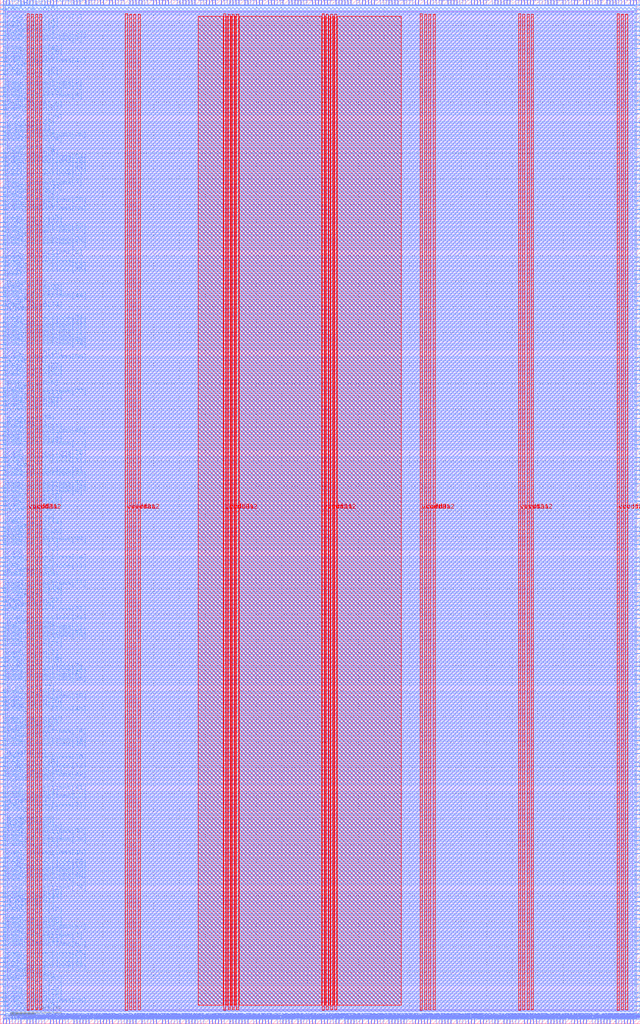
<source format=lef>
VERSION 5.7 ;
  NOWIREEXTENSIONATPIN ON ;
  DIVIDERCHAR "/" ;
  BUSBITCHARS "[]" ;
MACRO openram_testchip
  CLASS BLOCK ;
  FOREIGN openram_testchip ;
  ORIGIN 0.000 0.000 ;
  SIZE 500.000 BY 800.000 ;
  PIN clk
    DIRECTION INPUT ;
    USE SIGNAL ;
    PORT
      LAYER met2 ;
        RECT 202.490 796.000 202.770 800.000 ;
    END
  END clk
  PIN gpio_data
    DIRECTION OUTPUT TRISTATE ;
    USE SIGNAL ;
    PORT
      LAYER met3 ;
        RECT 496.000 397.840 500.000 398.440 ;
    END
  END gpio_data
  PIN gpio_packet
    DIRECTION INPUT ;
    USE SIGNAL ;
    PORT
      LAYER met2 ;
        RECT 388.790 0.000 389.070 4.000 ;
    END
  END gpio_packet
  PIN in_select
    DIRECTION INPUT ;
    USE SIGNAL ;
    PORT
      LAYER met3 ;
        RECT 0.000 476.040 4.000 476.640 ;
    END
  END in_select
  PIN la_data[0]
    DIRECTION OUTPUT TRISTATE ;
    USE SIGNAL ;
    PORT
      LAYER met3 ;
        RECT 496.000 404.640 500.000 405.240 ;
    END
  END la_data[0]
  PIN la_data[10]
    DIRECTION OUTPUT TRISTATE ;
    USE SIGNAL ;
    PORT
      LAYER met2 ;
        RECT 448.590 0.000 448.870 4.000 ;
    END
  END la_data[10]
  PIN la_data[11]
    DIRECTION OUTPUT TRISTATE ;
    USE SIGNAL ;
    PORT
      LAYER met2 ;
        RECT 94.390 796.000 94.670 800.000 ;
    END
  END la_data[11]
  PIN la_data[12]
    DIRECTION OUTPUT TRISTATE ;
    USE SIGNAL ;
    PORT
      LAYER met2 ;
        RECT 25.390 0.000 25.670 4.000 ;
    END
  END la_data[12]
  PIN la_data[13]
    DIRECTION OUTPUT TRISTATE ;
    USE SIGNAL ;
    PORT
      LAYER met2 ;
        RECT 342.790 0.000 343.070 4.000 ;
    END
  END la_data[13]
  PIN la_data[14]
    DIRECTION OUTPUT TRISTATE ;
    USE SIGNAL ;
    PORT
      LAYER met2 ;
        RECT 271.490 0.000 271.770 4.000 ;
    END
  END la_data[14]
  PIN la_data[15]
    DIRECTION OUTPUT TRISTATE ;
    USE SIGNAL ;
    PORT
      LAYER met2 ;
        RECT 494.590 796.000 494.870 800.000 ;
    END
  END la_data[15]
  PIN la_data[16]
    DIRECTION OUTPUT TRISTATE ;
    USE SIGNAL ;
    PORT
      LAYER met3 ;
        RECT 0.000 384.240 4.000 384.840 ;
    END
  END la_data[16]
  PIN la_data[17]
    DIRECTION OUTPUT TRISTATE ;
    USE SIGNAL ;
    PORT
      LAYER met3 ;
        RECT 0.000 574.640 4.000 575.240 ;
    END
  END la_data[17]
  PIN la_data[18]
    DIRECTION OUTPUT TRISTATE ;
    USE SIGNAL ;
    PORT
      LAYER met2 ;
        RECT 296.790 0.000 297.070 4.000 ;
    END
  END la_data[18]
  PIN la_data[19]
    DIRECTION OUTPUT TRISTATE ;
    USE SIGNAL ;
    PORT
      LAYER met3 ;
        RECT 496.000 214.240 500.000 214.840 ;
    END
  END la_data[19]
  PIN la_data[1]
    DIRECTION OUTPUT TRISTATE ;
    USE SIGNAL ;
    PORT
      LAYER met3 ;
        RECT 496.000 765.040 500.000 765.640 ;
    END
  END la_data[1]
  PIN la_data[20]
    DIRECTION OUTPUT TRISTATE ;
    USE SIGNAL ;
    PORT
      LAYER met2 ;
        RECT 308.290 0.000 308.570 4.000 ;
    END
  END la_data[20]
  PIN la_data[21]
    DIRECTION OUTPUT TRISTATE ;
    USE SIGNAL ;
    PORT
      LAYER met3 ;
        RECT 496.000 697.040 500.000 697.640 ;
    END
  END la_data[21]
  PIN la_data[22]
    DIRECTION OUTPUT TRISTATE ;
    USE SIGNAL ;
    PORT
      LAYER met3 ;
        RECT 0.000 561.040 4.000 561.640 ;
    END
  END la_data[22]
  PIN la_data[23]
    DIRECTION OUTPUT TRISTATE ;
    USE SIGNAL ;
    PORT
      LAYER met3 ;
        RECT 0.000 37.440 4.000 38.040 ;
    END
  END la_data[23]
  PIN la_data[24]
    DIRECTION OUTPUT TRISTATE ;
    USE SIGNAL ;
    PORT
      LAYER met3 ;
        RECT 496.000 333.240 500.000 333.840 ;
    END
  END la_data[24]
  PIN la_data[25]
    DIRECTION OUTPUT TRISTATE ;
    USE SIGNAL ;
    PORT
      LAYER met3 ;
        RECT 0.000 792.240 4.000 792.840 ;
    END
  END la_data[25]
  PIN la_data[26]
    DIRECTION OUTPUT TRISTATE ;
    USE SIGNAL ;
    PORT
      LAYER met3 ;
        RECT 496.000 476.040 500.000 476.640 ;
    END
  END la_data[26]
  PIN la_data[27]
    DIRECTION OUTPUT TRISTATE ;
    USE SIGNAL ;
    PORT
      LAYER met2 ;
        RECT 317.490 0.000 317.770 4.000 ;
    END
  END la_data[27]
  PIN la_data[28]
    DIRECTION OUTPUT TRISTATE ;
    USE SIGNAL ;
    PORT
      LAYER met2 ;
        RECT 179.490 796.000 179.770 800.000 ;
    END
  END la_data[28]
  PIN la_data[29]
    DIRECTION OUTPUT TRISTATE ;
    USE SIGNAL ;
    PORT
      LAYER met2 ;
        RECT 144.990 0.000 145.270 4.000 ;
    END
  END la_data[29]
  PIN la_data[2]
    DIRECTION OUTPUT TRISTATE ;
    USE SIGNAL ;
    PORT
      LAYER met2 ;
        RECT 239.290 0.000 239.570 4.000 ;
    END
  END la_data[2]
  PIN la_data[30]
    DIRECTION OUTPUT TRISTATE ;
    USE SIGNAL ;
    PORT
      LAYER met3 ;
        RECT 0.000 431.840 4.000 432.440 ;
    END
  END la_data[30]
  PIN la_data[31]
    DIRECTION OUTPUT TRISTATE ;
    USE SIGNAL ;
    PORT
      LAYER met3 ;
        RECT 496.000 268.640 500.000 269.240 ;
    END
  END la_data[31]
  PIN la_data[32]
    DIRECTION OUTPUT TRISTATE ;
    USE SIGNAL ;
    PORT
      LAYER met2 ;
        RECT 453.190 0.000 453.470 4.000 ;
    END
  END la_data[32]
  PIN la_data[33]
    DIRECTION OUTPUT TRISTATE ;
    USE SIGNAL ;
    PORT
      LAYER met3 ;
        RECT 0.000 744.640 4.000 745.240 ;
    END
  END la_data[33]
  PIN la_data[34]
    DIRECTION OUTPUT TRISTATE ;
    USE SIGNAL ;
    PORT
      LAYER met3 ;
        RECT 496.000 561.040 500.000 561.640 ;
    END
  END la_data[34]
  PIN la_data[35]
    DIRECTION OUTPUT TRISTATE ;
    USE SIGNAL ;
    PORT
      LAYER met3 ;
        RECT 0.000 717.440 4.000 718.040 ;
    END
  END la_data[35]
  PIN la_data[36]
    DIRECTION OUTPUT TRISTATE ;
    USE SIGNAL ;
    PORT
      LAYER met2 ;
        RECT 363.490 796.000 363.770 800.000 ;
    END
  END la_data[36]
  PIN la_data[37]
    DIRECTION OUTPUT TRISTATE ;
    USE SIGNAL ;
    PORT
      LAYER met2 ;
        RECT 280.690 796.000 280.970 800.000 ;
    END
  END la_data[37]
  PIN la_data[38]
    DIRECTION OUTPUT TRISTATE ;
    USE SIGNAL ;
    PORT
      LAYER met2 ;
        RECT 400.290 0.000 400.570 4.000 ;
    END
  END la_data[38]
  PIN la_data[39]
    DIRECTION OUTPUT TRISTATE ;
    USE SIGNAL ;
    PORT
      LAYER met3 ;
        RECT 0.000 513.440 4.000 514.040 ;
    END
  END la_data[39]
  PIN la_data[3]
    DIRECTION OUTPUT TRISTATE ;
    USE SIGNAL ;
    PORT
      LAYER met3 ;
        RECT 496.000 302.640 500.000 303.240 ;
    END
  END la_data[3]
  PIN la_data[40]
    DIRECTION OUTPUT TRISTATE ;
    USE SIGNAL ;
    PORT
      LAYER met3 ;
        RECT 496.000 588.240 500.000 588.840 ;
    END
  END la_data[40]
  PIN la_data[41]
    DIRECTION OUTPUT TRISTATE ;
    USE SIGNAL ;
    PORT
      LAYER met3 ;
        RECT 496.000 13.640 500.000 14.240 ;
    END
  END la_data[41]
  PIN la_data[42]
    DIRECTION OUTPUT TRISTATE ;
    USE SIGNAL ;
    PORT
      LAYER met2 ;
        RECT 181.790 0.000 182.070 4.000 ;
    END
  END la_data[42]
  PIN la_data[43]
    DIRECTION OUTPUT TRISTATE ;
    USE SIGNAL ;
    PORT
      LAYER met2 ;
        RECT 282.990 0.000 283.270 4.000 ;
    END
  END la_data[43]
  PIN la_data[44]
    DIRECTION OUTPUT TRISTATE ;
    USE SIGNAL ;
    PORT
      LAYER met2 ;
        RECT 483.090 796.000 483.370 800.000 ;
    END
  END la_data[44]
  PIN la_data[45]
    DIRECTION OUTPUT TRISTATE ;
    USE SIGNAL ;
    PORT
      LAYER met3 ;
        RECT 496.000 795.640 500.000 796.240 ;
    END
  END la_data[45]
  PIN la_data[46]
    DIRECTION OUTPUT TRISTATE ;
    USE SIGNAL ;
    PORT
      LAYER met2 ;
        RECT 379.590 796.000 379.870 800.000 ;
    END
  END la_data[46]
  PIN la_data[47]
    DIRECTION OUTPUT TRISTATE ;
    USE SIGNAL ;
    PORT
      LAYER met2 ;
        RECT 62.190 796.000 62.470 800.000 ;
    END
  END la_data[47]
  PIN la_data[48]
    DIRECTION OUTPUT TRISTATE ;
    USE SIGNAL ;
    PORT
      LAYER met3 ;
        RECT 496.000 244.840 500.000 245.440 ;
    END
  END la_data[48]
  PIN la_data[49]
    DIRECTION OUTPUT TRISTATE ;
    USE SIGNAL ;
    PORT
      LAYER met2 ;
        RECT 48.390 0.000 48.670 4.000 ;
    END
  END la_data[49]
  PIN la_data[4]
    DIRECTION OUTPUT TRISTATE ;
    USE SIGNAL ;
    PORT
      LAYER met2 ;
        RECT 319.790 796.000 320.070 800.000 ;
    END
  END la_data[4]
  PIN la_data[50]
    DIRECTION OUTPUT TRISTATE ;
    USE SIGNAL ;
    PORT
      LAYER met2 ;
        RECT 322.090 796.000 322.370 800.000 ;
    END
  END la_data[50]
  PIN la_data[51]
    DIRECTION OUTPUT TRISTATE ;
    USE SIGNAL ;
    PORT
      LAYER met3 ;
        RECT 0.000 612.040 4.000 612.640 ;
    END
  END la_data[51]
  PIN la_data[52]
    DIRECTION OUTPUT TRISTATE ;
    USE SIGNAL ;
    PORT
      LAYER met3 ;
        RECT 496.000 635.840 500.000 636.440 ;
    END
  END la_data[52]
  PIN la_data[53]
    DIRECTION OUTPUT TRISTATE ;
    USE SIGNAL ;
    PORT
      LAYER met3 ;
        RECT 496.000 47.640 500.000 48.240 ;
    END
  END la_data[53]
  PIN la_data[54]
    DIRECTION OUTPUT TRISTATE ;
    USE SIGNAL ;
    PORT
      LAYER met3 ;
        RECT 496.000 34.040 500.000 34.640 ;
    END
  END la_data[54]
  PIN la_data[55]
    DIRECTION OUTPUT TRISTATE ;
    USE SIGNAL ;
    PORT
      LAYER met2 ;
        RECT 230.090 796.000 230.370 800.000 ;
    END
  END la_data[55]
  PIN la_data[56]
    DIRECTION OUTPUT TRISTATE ;
    USE SIGNAL ;
    PORT
      LAYER met3 ;
        RECT 0.000 207.440 4.000 208.040 ;
    END
  END la_data[56]
  PIN la_data[57]
    DIRECTION OUTPUT TRISTATE ;
    USE SIGNAL ;
    PORT
      LAYER met3 ;
        RECT 0.000 465.840 4.000 466.440 ;
    END
  END la_data[57]
  PIN la_data[58]
    DIRECTION OUTPUT TRISTATE ;
    USE SIGNAL ;
    PORT
      LAYER met2 ;
        RECT 489.990 0.000 490.270 4.000 ;
    END
  END la_data[58]
  PIN la_data[59]
    DIRECTION OUTPUT TRISTATE ;
    USE SIGNAL ;
    PORT
      LAYER met2 ;
        RECT 425.590 796.000 425.870 800.000 ;
    END
  END la_data[59]
  PIN la_data[5]
    DIRECTION OUTPUT TRISTATE ;
    USE SIGNAL ;
    PORT
      LAYER met3 ;
        RECT 0.000 493.040 4.000 493.640 ;
    END
  END la_data[5]
  PIN la_data[60]
    DIRECTION OUTPUT TRISTATE ;
    USE SIGNAL ;
    PORT
      LAYER met2 ;
        RECT 154.190 0.000 154.470 4.000 ;
    END
  END la_data[60]
  PIN la_data[61]
    DIRECTION OUTPUT TRISTATE ;
    USE SIGNAL ;
    PORT
      LAYER met2 ;
        RECT 333.590 0.000 333.870 4.000 ;
    END
  END la_data[61]
  PIN la_data[62]
    DIRECTION OUTPUT TRISTATE ;
    USE SIGNAL ;
    PORT
      LAYER met3 ;
        RECT 496.000 88.440 500.000 89.040 ;
    END
  END la_data[62]
  PIN la_data[63]
    DIRECTION OUTPUT TRISTATE ;
    USE SIGNAL ;
    PORT
      LAYER met2 ;
        RECT 133.490 796.000 133.770 800.000 ;
    END
  END la_data[63]
  PIN la_data[6]
    DIRECTION OUTPUT TRISTATE ;
    USE SIGNAL ;
    PORT
      LAYER met2 ;
        RECT 273.790 0.000 274.070 4.000 ;
    END
  END la_data[6]
  PIN la_data[7]
    DIRECTION OUTPUT TRISTATE ;
    USE SIGNAL ;
    PORT
      LAYER met3 ;
        RECT 496.000 557.640 500.000 558.240 ;
    END
  END la_data[7]
  PIN la_data[8]
    DIRECTION OUTPUT TRISTATE ;
    USE SIGNAL ;
    PORT
      LAYER met3 ;
        RECT 496.000 455.640 500.000 456.240 ;
    END
  END la_data[8]
  PIN la_data[9]
    DIRECTION OUTPUT TRISTATE ;
    USE SIGNAL ;
    PORT
      LAYER met3 ;
        RECT 0.000 329.840 4.000 330.440 ;
    END
  END la_data[9]
  PIN la_packet[0]
    DIRECTION INPUT ;
    USE SIGNAL ;
    PORT
      LAYER met2 ;
        RECT 464.690 0.000 464.970 4.000 ;
    END
  END la_packet[0]
  PIN la_packet[10]
    DIRECTION INPUT ;
    USE SIGNAL ;
    PORT
      LAYER met2 ;
        RECT 416.390 0.000 416.670 4.000 ;
    END
  END la_packet[10]
  PIN la_packet[11]
    DIRECTION INPUT ;
    USE SIGNAL ;
    PORT
      LAYER met3 ;
        RECT 0.000 88.440 4.000 89.040 ;
    END
  END la_packet[11]
  PIN la_packet[12]
    DIRECTION INPUT ;
    USE SIGNAL ;
    PORT
      LAYER met2 ;
        RECT 356.590 796.000 356.870 800.000 ;
    END
  END la_packet[12]
  PIN la_packet[13]
    DIRECTION INPUT ;
    USE SIGNAL ;
    PORT
      LAYER met3 ;
        RECT 496.000 295.840 500.000 296.440 ;
    END
  END la_packet[13]
  PIN la_packet[14]
    DIRECTION INPUT ;
    USE SIGNAL ;
    PORT
      LAYER met3 ;
        RECT 496.000 605.240 500.000 605.840 ;
    END
  END la_packet[14]
  PIN la_packet[15]
    DIRECTION INPUT ;
    USE SIGNAL ;
    PORT
      LAYER met3 ;
        RECT 496.000 119.040 500.000 119.640 ;
    END
  END la_packet[15]
  PIN la_packet[16]
    DIRECTION INPUT ;
    USE SIGNAL ;
    PORT
      LAYER met2 ;
        RECT 105.890 0.000 106.170 4.000 ;
    END
  END la_packet[16]
  PIN la_packet[17]
    DIRECTION INPUT ;
    USE SIGNAL ;
    PORT
      LAYER met3 ;
        RECT 0.000 6.840 4.000 7.440 ;
    END
  END la_packet[17]
  PIN la_packet[18]
    DIRECTION INPUT ;
    USE SIGNAL ;
    PORT
      LAYER met3 ;
        RECT 496.000 193.840 500.000 194.440 ;
    END
  END la_packet[18]
  PIN la_packet[19]
    DIRECTION INPUT ;
    USE SIGNAL ;
    PORT
      LAYER met2 ;
        RECT 368.090 0.000 368.370 4.000 ;
    END
  END la_packet[19]
  PIN la_packet[1]
    DIRECTION INPUT ;
    USE SIGNAL ;
    PORT
      LAYER met3 ;
        RECT 0.000 554.240 4.000 554.840 ;
    END
  END la_packet[1]
  PIN la_packet[20]
    DIRECTION INPUT ;
    USE SIGNAL ;
    PORT
      LAYER met2 ;
        RECT 232.390 796.000 232.670 800.000 ;
    END
  END la_packet[20]
  PIN la_packet[21]
    DIRECTION INPUT ;
    USE SIGNAL ;
    PORT
      LAYER met2 ;
        RECT 9.290 0.000 9.570 4.000 ;
    END
  END la_packet[21]
  PIN la_packet[22]
    DIRECTION INPUT ;
    USE SIGNAL ;
    PORT
      LAYER met3 ;
        RECT 0.000 227.840 4.000 228.440 ;
    END
  END la_packet[22]
  PIN la_packet[23]
    DIRECTION INPUT ;
    USE SIGNAL ;
    PORT
      LAYER met3 ;
        RECT 496.000 91.840 500.000 92.440 ;
    END
  END la_packet[23]
  PIN la_packet[24]
    DIRECTION INPUT ;
    USE SIGNAL ;
    PORT
      LAYER met3 ;
        RECT 0.000 397.840 4.000 398.440 ;
    END
  END la_packet[24]
  PIN la_packet[25]
    DIRECTION INPUT ;
    USE SIGNAL ;
    PORT
      LAYER met2 ;
        RECT 13.890 796.000 14.170 800.000 ;
    END
  END la_packet[25]
  PIN la_packet[26]
    DIRECTION INPUT ;
    USE SIGNAL ;
    PORT
      LAYER met2 ;
        RECT 416.390 796.000 416.670 800.000 ;
    END
  END la_packet[26]
  PIN la_packet[27]
    DIRECTION INPUT ;
    USE SIGNAL ;
    PORT
      LAYER met2 ;
        RECT 292.190 796.000 292.470 800.000 ;
    END
  END la_packet[27]
  PIN la_packet[28]
    DIRECTION INPUT ;
    USE SIGNAL ;
    PORT
      LAYER met3 ;
        RECT 0.000 680.040 4.000 680.640 ;
    END
  END la_packet[28]
  PIN la_packet[29]
    DIRECTION INPUT ;
    USE SIGNAL ;
    PORT
      LAYER met2 ;
        RECT 241.590 0.000 241.870 4.000 ;
    END
  END la_packet[29]
  PIN la_packet[2]
    DIRECTION INPUT ;
    USE SIGNAL ;
    PORT
      LAYER met2 ;
        RECT 108.190 796.000 108.470 800.000 ;
    END
  END la_packet[2]
  PIN la_packet[30]
    DIRECTION INPUT ;
    USE SIGNAL ;
    PORT
      LAYER met2 ;
        RECT 103.590 0.000 103.870 4.000 ;
    END
  END la_packet[30]
  PIN la_packet[31]
    DIRECTION INPUT ;
    USE SIGNAL ;
    PORT
      LAYER met2 ;
        RECT 78.290 0.000 78.570 4.000 ;
    END
  END la_packet[31]
  PIN la_packet[32]
    DIRECTION INPUT ;
    USE SIGNAL ;
    PORT
      LAYER met3 ;
        RECT 496.000 74.840 500.000 75.440 ;
    END
  END la_packet[32]
  PIN la_packet[33]
    DIRECTION INPUT ;
    USE SIGNAL ;
    PORT
      LAYER met2 ;
        RECT 338.190 796.000 338.470 800.000 ;
    END
  END la_packet[33]
  PIN la_packet[34]
    DIRECTION INPUT ;
    USE SIGNAL ;
    PORT
      LAYER met2 ;
        RECT 204.790 0.000 205.070 4.000 ;
    END
  END la_packet[34]
  PIN la_packet[35]
    DIRECTION INPUT ;
    USE SIGNAL ;
    PORT
      LAYER met3 ;
        RECT 0.000 646.040 4.000 646.640 ;
    END
  END la_packet[35]
  PIN la_packet[36]
    DIRECTION INPUT ;
    USE SIGNAL ;
    PORT
      LAYER met2 ;
        RECT 257.690 796.000 257.970 800.000 ;
    END
  END la_packet[36]
  PIN la_packet[37]
    DIRECTION INPUT ;
    USE SIGNAL ;
    PORT
      LAYER met3 ;
        RECT 0.000 258.440 4.000 259.040 ;
    END
  END la_packet[37]
  PIN la_packet[38]
    DIRECTION INPUT ;
    USE SIGNAL ;
    PORT
      LAYER met3 ;
        RECT 0.000 700.440 4.000 701.040 ;
    END
  END la_packet[38]
  PIN la_packet[39]
    DIRECTION INPUT ;
    USE SIGNAL ;
    PORT
      LAYER met3 ;
        RECT 0.000 469.240 4.000 469.840 ;
    END
  END la_packet[39]
  PIN la_packet[3]
    DIRECTION INPUT ;
    USE SIGNAL ;
    PORT
      LAYER met2 ;
        RECT 179.490 0.000 179.770 4.000 ;
    END
  END la_packet[3]
  PIN la_packet[40]
    DIRECTION INPUT ;
    USE SIGNAL ;
    PORT
      LAYER met2 ;
        RECT 299.090 796.000 299.370 800.000 ;
    END
  END la_packet[40]
  PIN la_packet[41]
    DIRECTION INPUT ;
    USE SIGNAL ;
    PORT
      LAYER met2 ;
        RECT 315.190 0.000 315.470 4.000 ;
    END
  END la_packet[41]
  PIN la_packet[42]
    DIRECTION INPUT ;
    USE SIGNAL ;
    PORT
      LAYER met3 ;
        RECT 0.000 170.040 4.000 170.640 ;
    END
  END la_packet[42]
  PIN la_packet[43]
    DIRECTION INPUT ;
    USE SIGNAL ;
    PORT
      LAYER met2 ;
        RECT 420.990 796.000 421.270 800.000 ;
    END
  END la_packet[43]
  PIN la_packet[44]
    DIRECTION INPUT ;
    USE SIGNAL ;
    PORT
      LAYER met3 ;
        RECT 0.000 693.640 4.000 694.240 ;
    END
  END la_packet[44]
  PIN la_packet[45]
    DIRECTION INPUT ;
    USE SIGNAL ;
    PORT
      LAYER met2 ;
        RECT 250.790 0.000 251.070 4.000 ;
    END
  END la_packet[45]
  PIN la_packet[46]
    DIRECTION INPUT ;
    USE SIGNAL ;
    PORT
      LAYER met3 ;
        RECT 496.000 316.240 500.000 316.840 ;
    END
  END la_packet[46]
  PIN la_packet[47]
    DIRECTION INPUT ;
    USE SIGNAL ;
    PORT
      LAYER met2 ;
        RECT 52.990 796.000 53.270 800.000 ;
    END
  END la_packet[47]
  PIN la_packet[48]
    DIRECTION INPUT ;
    USE SIGNAL ;
    PORT
      LAYER met2 ;
        RECT 294.490 0.000 294.770 4.000 ;
    END
  END la_packet[48]
  PIN la_packet[49]
    DIRECTION INPUT ;
    USE SIGNAL ;
    PORT
      LAYER met3 ;
        RECT 496.000 598.440 500.000 599.040 ;
    END
  END la_packet[49]
  PIN la_packet[4]
    DIRECTION INPUT ;
    USE SIGNAL ;
    PORT
      LAYER met3 ;
        RECT 496.000 489.640 500.000 490.240 ;
    END
  END la_packet[4]
  PIN la_packet[50]
    DIRECTION INPUT ;
    USE SIGNAL ;
    PORT
      LAYER met2 ;
        RECT 218.590 796.000 218.870 800.000 ;
    END
  END la_packet[50]
  PIN la_packet[51]
    DIRECTION INPUT ;
    USE SIGNAL ;
    PORT
      LAYER met3 ;
        RECT 496.000 81.640 500.000 82.240 ;
    END
  END la_packet[51]
  PIN la_packet[52]
    DIRECTION INPUT ;
    USE SIGNAL ;
    PORT
      LAYER met2 ;
        RECT 243.890 0.000 244.170 4.000 ;
    END
  END la_packet[52]
  PIN la_packet[53]
    DIRECTION INPUT ;
    USE SIGNAL ;
    PORT
      LAYER met2 ;
        RECT 144.990 796.000 145.270 800.000 ;
    END
  END la_packet[53]
  PIN la_packet[54]
    DIRECTION INPUT ;
    USE SIGNAL ;
    PORT
      LAYER met3 ;
        RECT 496.000 751.440 500.000 752.040 ;
    END
  END la_packet[54]
  PIN la_packet[55]
    DIRECTION INPUT ;
    USE SIGNAL ;
    PORT
      LAYER met3 ;
        RECT 0.000 187.040 4.000 187.640 ;
    END
  END la_packet[55]
  PIN la_packet[56]
    DIRECTION INPUT ;
    USE SIGNAL ;
    PORT
      LAYER met2 ;
        RECT 96.690 796.000 96.970 800.000 ;
    END
  END la_packet[56]
  PIN la_packet[57]
    DIRECTION INPUT ;
    USE SIGNAL ;
    PORT
      LAYER met3 ;
        RECT 0.000 771.840 4.000 772.440 ;
    END
  END la_packet[57]
  PIN la_packet[58]
    DIRECTION INPUT ;
    USE SIGNAL ;
    PORT
      LAYER met3 ;
        RECT 496.000 438.640 500.000 439.240 ;
    END
  END la_packet[58]
  PIN la_packet[59]
    DIRECTION INPUT ;
    USE SIGNAL ;
    PORT
      LAYER met3 ;
        RECT 0.000 323.040 4.000 323.640 ;
    END
  END la_packet[59]
  PIN la_packet[5]
    DIRECTION INPUT ;
    USE SIGNAL ;
    PORT
      LAYER met2 ;
        RECT 216.290 0.000 216.570 4.000 ;
    END
  END la_packet[5]
  PIN la_packet[60]
    DIRECTION INPUT ;
    USE SIGNAL ;
    PORT
      LAYER met3 ;
        RECT 0.000 309.440 4.000 310.040 ;
    END
  END la_packet[60]
  PIN la_packet[61]
    DIRECTION INPUT ;
    USE SIGNAL ;
    PORT
      LAYER met3 ;
        RECT 0.000 91.840 4.000 92.440 ;
    END
  END la_packet[61]
  PIN la_packet[62]
    DIRECTION INPUT ;
    USE SIGNAL ;
    PORT
      LAYER met3 ;
        RECT 0.000 357.040 4.000 357.640 ;
    END
  END la_packet[62]
  PIN la_packet[63]
    DIRECTION INPUT ;
    USE SIGNAL ;
    PORT
      LAYER met2 ;
        RECT 351.990 0.000 352.270 4.000 ;
    END
  END la_packet[63]
  PIN la_packet[64]
    DIRECTION INPUT ;
    USE SIGNAL ;
    PORT
      LAYER met2 ;
        RECT 368.090 796.000 368.370 800.000 ;
    END
  END la_packet[64]
  PIN la_packet[65]
    DIRECTION INPUT ;
    USE SIGNAL ;
    PORT
      LAYER met3 ;
        RECT 496.000 306.040 500.000 306.640 ;
    END
  END la_packet[65]
  PIN la_packet[66]
    DIRECTION INPUT ;
    USE SIGNAL ;
    PORT
      LAYER met3 ;
        RECT 0.000 156.440 4.000 157.040 ;
    END
  END la_packet[66]
  PIN la_packet[67]
    DIRECTION INPUT ;
    USE SIGNAL ;
    PORT
      LAYER met2 ;
        RECT 386.490 796.000 386.770 800.000 ;
    END
  END la_packet[67]
  PIN la_packet[68]
    DIRECTION INPUT ;
    USE SIGNAL ;
    PORT
      LAYER met2 ;
        RECT 200.190 796.000 200.470 800.000 ;
    END
  END la_packet[68]
  PIN la_packet[69]
    DIRECTION INPUT ;
    USE SIGNAL ;
    PORT
      LAYER met3 ;
        RECT 0.000 153.040 4.000 153.640 ;
    END
  END la_packet[69]
  PIN la_packet[6]
    DIRECTION INPUT ;
    USE SIGNAL ;
    PORT
      LAYER met2 ;
        RECT 225.490 796.000 225.770 800.000 ;
    END
  END la_packet[6]
  PIN la_packet[70]
    DIRECTION INPUT ;
    USE SIGNAL ;
    PORT
      LAYER met2 ;
        RECT 41.490 796.000 41.770 800.000 ;
    END
  END la_packet[70]
  PIN la_packet[71]
    DIRECTION INPUT ;
    USE SIGNAL ;
    PORT
      LAYER met3 ;
        RECT 496.000 533.840 500.000 534.440 ;
    END
  END la_packet[71]
  PIN la_packet[72]
    DIRECTION INPUT ;
    USE SIGNAL ;
    PORT
      LAYER met3 ;
        RECT 496.000 669.840 500.000 670.440 ;
    END
  END la_packet[72]
  PIN la_packet[73]
    DIRECTION INPUT ;
    USE SIGNAL ;
    PORT
      LAYER met3 ;
        RECT 0.000 350.240 4.000 350.840 ;
    END
  END la_packet[73]
  PIN la_packet[74]
    DIRECTION INPUT ;
    USE SIGNAL ;
    PORT
      LAYER met2 ;
        RECT 43.790 796.000 44.070 800.000 ;
    END
  END la_packet[74]
  PIN la_packet[75]
    DIRECTION INPUT ;
    USE SIGNAL ;
    PORT
      LAYER met3 ;
        RECT 496.000 595.040 500.000 595.640 ;
    END
  END la_packet[75]
  PIN la_packet[76]
    DIRECTION INPUT ;
    USE SIGNAL ;
    PORT
      LAYER met2 ;
        RECT 455.490 0.000 455.770 4.000 ;
    END
  END la_packet[76]
  PIN la_packet[77]
    DIRECTION INPUT ;
    USE SIGNAL ;
    PORT
      LAYER met2 ;
        RECT 39.190 796.000 39.470 800.000 ;
    END
  END la_packet[77]
  PIN la_packet[78]
    DIRECTION INPUT ;
    USE SIGNAL ;
    PORT
      LAYER met2 ;
        RECT 128.890 796.000 129.170 800.000 ;
    END
  END la_packet[78]
  PIN la_packet[79]
    DIRECTION INPUT ;
    USE SIGNAL ;
    PORT
      LAYER met2 ;
        RECT 450.890 0.000 451.170 4.000 ;
    END
  END la_packet[79]
  PIN la_packet[7]
    DIRECTION INPUT ;
    USE SIGNAL ;
    PORT
      LAYER met3 ;
        RECT 0.000 697.040 4.000 697.640 ;
    END
  END la_packet[7]
  PIN la_packet[80]
    DIRECTION INPUT ;
    USE SIGNAL ;
    PORT
      LAYER met3 ;
        RECT 0.000 34.040 4.000 34.640 ;
    END
  END la_packet[80]
  PIN la_packet[81]
    DIRECTION INPUT ;
    USE SIGNAL ;
    PORT
      LAYER met3 ;
        RECT 496.000 703.840 500.000 704.440 ;
    END
  END la_packet[81]
  PIN la_packet[82]
    DIRECTION INPUT ;
    USE SIGNAL ;
    PORT
      LAYER met2 ;
        RECT 305.990 0.000 306.270 4.000 ;
    END
  END la_packet[82]
  PIN la_packet[83]
    DIRECTION INPUT ;
    USE SIGNAL ;
    PORT
      LAYER met2 ;
        RECT 89.790 796.000 90.070 800.000 ;
    END
  END la_packet[83]
  PIN la_packet[84]
    DIRECTION INPUT ;
    USE SIGNAL ;
    PORT
      LAYER met3 ;
        RECT 0.000 391.040 4.000 391.640 ;
    END
  END la_packet[84]
  PIN la_packet[85]
    DIRECTION INPUT ;
    USE SIGNAL ;
    PORT
      LAYER met3 ;
        RECT 496.000 394.440 500.000 395.040 ;
    END
  END la_packet[85]
  PIN la_packet[8]
    DIRECTION INPUT ;
    USE SIGNAL ;
    PORT
      LAYER met3 ;
        RECT 0.000 221.040 4.000 221.640 ;
    END
  END la_packet[8]
  PIN la_packet[9]
    DIRECTION INPUT ;
    USE SIGNAL ;
    PORT
      LAYER met2 ;
        RECT 117.390 0.000 117.670 4.000 ;
    END
  END la_packet[9]
  PIN reset
    DIRECTION INPUT ;
    USE SIGNAL ;
    PORT
      LAYER met3 ;
        RECT 0.000 581.440 4.000 582.040 ;
    END
  END reset
  PIN sram0_connections[0]
    DIRECTION OUTPUT TRISTATE ;
    USE SIGNAL ;
    PORT
      LAYER met3 ;
        RECT 0.000 765.040 4.000 765.640 ;
    END
  END sram0_connections[0]
  PIN sram0_connections[10]
    DIRECTION OUTPUT TRISTATE ;
    USE SIGNAL ;
    PORT
      LAYER met2 ;
        RECT 110.490 796.000 110.770 800.000 ;
    END
  END sram0_connections[10]
  PIN sram0_connections[11]
    DIRECTION OUTPUT TRISTATE ;
    USE SIGNAL ;
    PORT
      LAYER met3 ;
        RECT 0.000 353.640 4.000 354.240 ;
    END
  END sram0_connections[11]
  PIN sram0_connections[12]
    DIRECTION OUTPUT TRISTATE ;
    USE SIGNAL ;
    PORT
      LAYER met3 ;
        RECT 0.000 108.840 4.000 109.440 ;
    END
  END sram0_connections[12]
  PIN sram0_connections[13]
    DIRECTION OUTPUT TRISTATE ;
    USE SIGNAL ;
    PORT
      LAYER met2 ;
        RECT 460.090 796.000 460.370 800.000 ;
    END
  END sram0_connections[13]
  PIN sram0_connections[14]
    DIRECTION OUTPUT TRISTATE ;
    USE SIGNAL ;
    PORT
      LAYER met3 ;
        RECT 0.000 217.640 4.000 218.240 ;
    END
  END sram0_connections[14]
  PIN sram0_connections[15]
    DIRECTION OUTPUT TRISTATE ;
    USE SIGNAL ;
    PORT
      LAYER met3 ;
        RECT 496.000 323.040 500.000 323.640 ;
    END
  END sram0_connections[15]
  PIN sram0_connections[16]
    DIRECTION OUTPUT TRISTATE ;
    USE SIGNAL ;
    PORT
      LAYER met2 ;
        RECT 278.390 0.000 278.670 4.000 ;
    END
  END sram0_connections[16]
  PIN sram0_connections[17]
    DIRECTION OUTPUT TRISTATE ;
    USE SIGNAL ;
    PORT
      LAYER met2 ;
        RECT 4.690 0.000 4.970 4.000 ;
    END
  END sram0_connections[17]
  PIN sram0_connections[18]
    DIRECTION OUTPUT TRISTATE ;
    USE SIGNAL ;
    PORT
      LAYER met2 ;
        RECT 6.990 796.000 7.270 800.000 ;
    END
  END sram0_connections[18]
  PIN sram0_connections[19]
    DIRECTION OUTPUT TRISTATE ;
    USE SIGNAL ;
    PORT
      LAYER met3 ;
        RECT 496.000 204.040 500.000 204.640 ;
    END
  END sram0_connections[19]
  PIN sram0_connections[1]
    DIRECTION OUTPUT TRISTATE ;
    USE SIGNAL ;
    PORT
      LAYER met3 ;
        RECT 0.000 727.640 4.000 728.240 ;
    END
  END sram0_connections[1]
  PIN sram0_connections[20]
    DIRECTION OUTPUT TRISTATE ;
    USE SIGNAL ;
    PORT
      LAYER met2 ;
        RECT 115.090 0.000 115.370 4.000 ;
    END
  END sram0_connections[20]
  PIN sram0_connections[21]
    DIRECTION OUTPUT TRISTATE ;
    USE SIGNAL ;
    PORT
      LAYER met2 ;
        RECT 13.890 0.000 14.170 4.000 ;
    END
  END sram0_connections[21]
  PIN sram0_connections[22]
    DIRECTION OUTPUT TRISTATE ;
    USE SIGNAL ;
    PORT
      LAYER met3 ;
        RECT 0.000 173.440 4.000 174.040 ;
    END
  END sram0_connections[22]
  PIN sram0_connections[23]
    DIRECTION OUTPUT TRISTATE ;
    USE SIGNAL ;
    PORT
      LAYER met2 ;
        RECT 342.790 796.000 343.070 800.000 ;
    END
  END sram0_connections[23]
  PIN sram0_connections[24]
    DIRECTION OUTPUT TRISTATE ;
    USE SIGNAL ;
    PORT
      LAYER met3 ;
        RECT 496.000 61.240 500.000 61.840 ;
    END
  END sram0_connections[24]
  PIN sram0_connections[25]
    DIRECTION OUTPUT TRISTATE ;
    USE SIGNAL ;
    PORT
      LAYER met2 ;
        RECT 18.490 796.000 18.770 800.000 ;
    END
  END sram0_connections[25]
  PIN sram0_connections[26]
    DIRECTION OUTPUT TRISTATE ;
    USE SIGNAL ;
    PORT
      LAYER met2 ;
        RECT 246.190 796.000 246.470 800.000 ;
    END
  END sram0_connections[26]
  PIN sram0_connections[27]
    DIRECTION OUTPUT TRISTATE ;
    USE SIGNAL ;
    PORT
      LAYER met2 ;
        RECT 409.490 796.000 409.770 800.000 ;
    END
  END sram0_connections[27]
  PIN sram0_connections[28]
    DIRECTION OUTPUT TRISTATE ;
    USE SIGNAL ;
    PORT
      LAYER met2 ;
        RECT 9.290 796.000 9.570 800.000 ;
    END
  END sram0_connections[28]
  PIN sram0_connections[29]
    DIRECTION OUTPUT TRISTATE ;
    USE SIGNAL ;
    PORT
      LAYER met3 ;
        RECT 496.000 493.040 500.000 493.640 ;
    END
  END sram0_connections[29]
  PIN sram0_connections[2]
    DIRECTION OUTPUT TRISTATE ;
    USE SIGNAL ;
    PORT
      LAYER met2 ;
        RECT 59.890 0.000 60.170 4.000 ;
    END
  END sram0_connections[2]
  PIN sram0_connections[30]
    DIRECTION OUTPUT TRISTATE ;
    USE SIGNAL ;
    PORT
      LAYER met2 ;
        RECT 126.590 796.000 126.870 800.000 ;
    END
  END sram0_connections[30]
  PIN sram0_connections[31]
    DIRECTION OUTPUT TRISTATE ;
    USE SIGNAL ;
    PORT
      LAYER met2 ;
        RECT 193.290 796.000 193.570 800.000 ;
    END
  END sram0_connections[31]
  PIN sram0_connections[32]
    DIRECTION OUTPUT TRISTATE ;
    USE SIGNAL ;
    PORT
      LAYER met2 ;
        RECT 124.290 796.000 124.570 800.000 ;
    END
  END sram0_connections[32]
  PIN sram0_connections[33]
    DIRECTION OUTPUT TRISTATE ;
    USE SIGNAL ;
    PORT
      LAYER met2 ;
        RECT 227.790 796.000 228.070 800.000 ;
    END
  END sram0_connections[33]
  PIN sram0_connections[34]
    DIRECTION OUTPUT TRISTATE ;
    USE SIGNAL ;
    PORT
      LAYER met3 ;
        RECT 496.000 217.640 500.000 218.240 ;
    END
  END sram0_connections[34]
  PIN sram0_connections[35]
    DIRECTION OUTPUT TRISTATE ;
    USE SIGNAL ;
    PORT
      LAYER met3 ;
        RECT 0.000 102.040 4.000 102.640 ;
    END
  END sram0_connections[35]
  PIN sram0_connections[36]
    DIRECTION OUTPUT TRISTATE ;
    USE SIGNAL ;
    PORT
      LAYER met2 ;
        RECT 496.890 796.000 497.170 800.000 ;
    END
  END sram0_connections[36]
  PIN sram0_connections[37]
    DIRECTION OUTPUT TRISTATE ;
    USE SIGNAL ;
    PORT
      LAYER met3 ;
        RECT 496.000 227.840 500.000 228.440 ;
    END
  END sram0_connections[37]
  PIN sram0_connections[38]
    DIRECTION OUTPUT TRISTATE ;
    USE SIGNAL ;
    PORT
      LAYER met3 ;
        RECT 496.000 465.840 500.000 466.440 ;
    END
  END sram0_connections[38]
  PIN sram0_connections[39]
    DIRECTION OUTPUT TRISTATE ;
    USE SIGNAL ;
    PORT
      LAYER met2 ;
        RECT 211.690 0.000 211.970 4.000 ;
    END
  END sram0_connections[39]
  PIN sram0_connections[3]
    DIRECTION OUTPUT TRISTATE ;
    USE SIGNAL ;
    PORT
      LAYER met3 ;
        RECT 496.000 754.840 500.000 755.440 ;
    END
  END sram0_connections[3]
  PIN sram0_connections[40]
    DIRECTION OUTPUT TRISTATE ;
    USE SIGNAL ;
    PORT
      LAYER met2 ;
        RECT 397.990 0.000 398.270 4.000 ;
    END
  END sram0_connections[40]
  PIN sram0_connections[41]
    DIRECTION OUTPUT TRISTATE ;
    USE SIGNAL ;
    PORT
      LAYER met3 ;
        RECT 0.000 180.240 4.000 180.840 ;
    END
  END sram0_connections[41]
  PIN sram0_connections[42]
    DIRECTION OUTPUT TRISTATE ;
    USE SIGNAL ;
    PORT
      LAYER met3 ;
        RECT 496.000 98.640 500.000 99.240 ;
    END
  END sram0_connections[42]
  PIN sram0_connections[43]
    DIRECTION OUTPUT TRISTATE ;
    USE SIGNAL ;
    PORT
      LAYER met2 ;
        RECT 225.490 0.000 225.770 4.000 ;
    END
  END sram0_connections[43]
  PIN sram0_connections[44]
    DIRECTION OUTPUT TRISTATE ;
    USE SIGNAL ;
    PORT
      LAYER met2 ;
        RECT 457.790 796.000 458.070 800.000 ;
    END
  END sram0_connections[44]
  PIN sram0_connections[45]
    DIRECTION OUTPUT TRISTATE ;
    USE SIGNAL ;
    PORT
      LAYER met3 ;
        RECT 496.000 173.440 500.000 174.040 ;
    END
  END sram0_connections[45]
  PIN sram0_connections[46]
    DIRECTION OUTPUT TRISTATE ;
    USE SIGNAL ;
    PORT
      LAYER met3 ;
        RECT 0.000 530.440 4.000 531.040 ;
    END
  END sram0_connections[46]
  PIN sram0_connections[47]
    DIRECTION OUTPUT TRISTATE ;
    USE SIGNAL ;
    PORT
      LAYER met2 ;
        RECT 287.590 796.000 287.870 800.000 ;
    END
  END sram0_connections[47]
  PIN sram0_connections[48]
    DIRECTION OUTPUT TRISTATE ;
    USE SIGNAL ;
    PORT
      LAYER met3 ;
        RECT 0.000 112.240 4.000 112.840 ;
    END
  END sram0_connections[48]
  PIN sram0_connections[49]
    DIRECTION OUTPUT TRISTATE ;
    USE SIGNAL ;
    PORT
      LAYER met3 ;
        RECT 0.000 241.440 4.000 242.040 ;
    END
  END sram0_connections[49]
  PIN sram0_connections[4]
    DIRECTION OUTPUT TRISTATE ;
    USE SIGNAL ;
    PORT
      LAYER met3 ;
        RECT 496.000 656.240 500.000 656.840 ;
    END
  END sram0_connections[4]
  PIN sram0_connections[50]
    DIRECTION OUTPUT TRISTATE ;
    USE SIGNAL ;
    PORT
      LAYER met3 ;
        RECT 496.000 108.840 500.000 109.440 ;
    END
  END sram0_connections[50]
  PIN sram0_connections[51]
    DIRECTION OUTPUT TRISTATE ;
    USE SIGNAL ;
    PORT
      LAYER met2 ;
        RECT 71.390 796.000 71.670 800.000 ;
    END
  END sram0_connections[51]
  PIN sram0_connections[52]
    DIRECTION OUTPUT TRISTATE ;
    USE SIGNAL ;
    PORT
      LAYER met3 ;
        RECT 0.000 418.240 4.000 418.840 ;
    END
  END sram0_connections[52]
  PIN sram0_connections[53]
    DIRECTION OUTPUT TRISTATE ;
    USE SIGNAL ;
    PORT
      LAYER met3 ;
        RECT 496.000 537.240 500.000 537.840 ;
    END
  END sram0_connections[53]
  PIN sram0_connections[54]
    DIRECTION OUTPUT TRISTATE ;
    USE SIGNAL ;
    PORT
      LAYER met3 ;
        RECT 496.000 132.640 500.000 133.240 ;
    END
  END sram0_connections[54]
  PIN sram0_connections[55]
    DIRECTION OUTPUT TRISTATE ;
    USE SIGNAL ;
    PORT
      LAYER met3 ;
        RECT 0.000 374.040 4.000 374.640 ;
    END
  END sram0_connections[55]
  PIN sram0_connections[5]
    DIRECTION OUTPUT TRISTATE ;
    USE SIGNAL ;
    PORT
      LAYER met2 ;
        RECT 112.790 0.000 113.070 4.000 ;
    END
  END sram0_connections[5]
  PIN sram0_connections[6]
    DIRECTION OUTPUT TRISTATE ;
    USE SIGNAL ;
    PORT
      LAYER met3 ;
        RECT 0.000 720.840 4.000 721.440 ;
    END
  END sram0_connections[6]
  PIN sram0_connections[7]
    DIRECTION OUTPUT TRISTATE ;
    USE SIGNAL ;
    PORT
      LAYER met2 ;
        RECT 349.690 796.000 349.970 800.000 ;
    END
  END sram0_connections[7]
  PIN sram0_connections[8]
    DIRECTION OUTPUT TRISTATE ;
    USE SIGNAL ;
    PORT
      LAYER met3 ;
        RECT 496.000 724.240 500.000 724.840 ;
    END
  END sram0_connections[8]
  PIN sram0_connections[9]
    DIRECTION OUTPUT TRISTATE ;
    USE SIGNAL ;
    PORT
      LAYER met2 ;
        RECT 441.690 796.000 441.970 800.000 ;
    END
  END sram0_connections[9]
  PIN sram0_ro_in[0]
    DIRECTION INPUT ;
    USE SIGNAL ;
    PORT
      LAYER met2 ;
        RECT 308.290 796.000 308.570 800.000 ;
    END
  END sram0_ro_in[0]
  PIN sram0_ro_in[10]
    DIRECTION INPUT ;
    USE SIGNAL ;
    PORT
      LAYER met2 ;
        RECT 273.790 796.000 274.070 800.000 ;
    END
  END sram0_ro_in[10]
  PIN sram0_ro_in[11]
    DIRECTION INPUT ;
    USE SIGNAL ;
    PORT
      LAYER met3 ;
        RECT 0.000 462.440 4.000 463.040 ;
    END
  END sram0_ro_in[11]
  PIN sram0_ro_in[12]
    DIRECTION INPUT ;
    USE SIGNAL ;
    PORT
      LAYER met2 ;
        RECT 209.390 796.000 209.670 800.000 ;
    END
  END sram0_ro_in[12]
  PIN sram0_ro_in[13]
    DIRECTION INPUT ;
    USE SIGNAL ;
    PORT
      LAYER met2 ;
        RECT 186.390 0.000 186.670 4.000 ;
    END
  END sram0_ro_in[13]
  PIN sram0_ro_in[14]
    DIRECTION INPUT ;
    USE SIGNAL ;
    PORT
      LAYER met3 ;
        RECT 496.000 319.640 500.000 320.240 ;
    END
  END sram0_ro_in[14]
  PIN sram0_ro_in[15]
    DIRECTION INPUT ;
    USE SIGNAL ;
    PORT
      LAYER met3 ;
        RECT 0.000 17.040 4.000 17.640 ;
    END
  END sram0_ro_in[15]
  PIN sram0_ro_in[16]
    DIRECTION INPUT ;
    USE SIGNAL ;
    PORT
      LAYER met2 ;
        RECT 423.290 796.000 423.570 800.000 ;
    END
  END sram0_ro_in[16]
  PIN sram0_ro_in[17]
    DIRECTION INPUT ;
    USE SIGNAL ;
    PORT
      LAYER met3 ;
        RECT 496.000 370.640 500.000 371.240 ;
    END
  END sram0_ro_in[17]
  PIN sram0_ro_in[18]
    DIRECTION INPUT ;
    USE SIGNAL ;
    PORT
      LAYER met3 ;
        RECT 496.000 442.040 500.000 442.640 ;
    END
  END sram0_ro_in[18]
  PIN sram0_ro_in[19]
    DIRECTION INPUT ;
    USE SIGNAL ;
    PORT
      LAYER met3 ;
        RECT 0.000 408.040 4.000 408.640 ;
    END
  END sram0_ro_in[19]
  PIN sram0_ro_in[1]
    DIRECTION INPUT ;
    USE SIGNAL ;
    PORT
      LAYER met2 ;
        RECT 75.990 796.000 76.270 800.000 ;
    END
  END sram0_ro_in[1]
  PIN sram0_ro_in[20]
    DIRECTION INPUT ;
    USE SIGNAL ;
    PORT
      LAYER met2 ;
        RECT 370.390 796.000 370.670 800.000 ;
    END
  END sram0_ro_in[20]
  PIN sram0_ro_in[21]
    DIRECTION INPUT ;
    USE SIGNAL ;
    PORT
      LAYER met2 ;
        RECT 473.890 0.000 474.170 4.000 ;
    END
  END sram0_ro_in[21]
  PIN sram0_ro_in[22]
    DIRECTION INPUT ;
    USE SIGNAL ;
    PORT
      LAYER met3 ;
        RECT 496.000 564.440 500.000 565.040 ;
    END
  END sram0_ro_in[22]
  PIN sram0_ro_in[23]
    DIRECTION INPUT ;
    USE SIGNAL ;
    PORT
      LAYER met3 ;
        RECT 496.000 187.040 500.000 187.640 ;
    END
  END sram0_ro_in[23]
  PIN sram0_ro_in[24]
    DIRECTION INPUT ;
    USE SIGNAL ;
    PORT
      LAYER met3 ;
        RECT 0.000 68.040 4.000 68.640 ;
    END
  END sram0_ro_in[24]
  PIN sram0_ro_in[25]
    DIRECTION INPUT ;
    USE SIGNAL ;
    PORT
      LAYER met2 ;
        RECT 439.390 796.000 439.670 800.000 ;
    END
  END sram0_ro_in[25]
  PIN sram0_ro_in[26]
    DIRECTION INPUT ;
    USE SIGNAL ;
    PORT
      LAYER met3 ;
        RECT 496.000 608.640 500.000 609.240 ;
    END
  END sram0_ro_in[26]
  PIN sram0_ro_in[27]
    DIRECTION INPUT ;
    USE SIGNAL ;
    PORT
      LAYER met3 ;
        RECT 0.000 326.440 4.000 327.040 ;
    END
  END sram0_ro_in[27]
  PIN sram0_ro_in[28]
    DIRECTION INPUT ;
    USE SIGNAL ;
    PORT
      LAYER met2 ;
        RECT 404.890 796.000 405.170 800.000 ;
    END
  END sram0_ro_in[28]
  PIN sram0_ro_in[29]
    DIRECTION INPUT ;
    USE SIGNAL ;
    PORT
      LAYER met2 ;
        RECT 446.290 796.000 446.570 800.000 ;
    END
  END sram0_ro_in[29]
  PIN sram0_ro_in[2]
    DIRECTION INPUT ;
    USE SIGNAL ;
    PORT
      LAYER met3 ;
        RECT 0.000 595.040 4.000 595.640 ;
    END
  END sram0_ro_in[2]
  PIN sram0_ro_in[30]
    DIRECTION INPUT ;
    USE SIGNAL ;
    PORT
      LAYER met2 ;
        RECT 312.890 0.000 313.170 4.000 ;
    END
  END sram0_ro_in[30]
  PIN sram0_ro_in[31]
    DIRECTION INPUT ;
    USE SIGNAL ;
    PORT
      LAYER met3 ;
        RECT 496.000 149.640 500.000 150.240 ;
    END
  END sram0_ro_in[31]
  PIN sram0_ro_in[3]
    DIRECTION INPUT ;
    USE SIGNAL ;
    PORT
      LAYER met3 ;
        RECT 0.000 231.240 4.000 231.840 ;
    END
  END sram0_ro_in[3]
  PIN sram0_ro_in[4]
    DIRECTION INPUT ;
    USE SIGNAL ;
    PORT
      LAYER met2 ;
        RECT 85.190 0.000 85.470 4.000 ;
    END
  END sram0_ro_in[4]
  PIN sram0_ro_in[5]
    DIRECTION INPUT ;
    USE SIGNAL ;
    PORT
      LAYER met3 ;
        RECT 0.000 676.640 4.000 677.240 ;
    END
  END sram0_ro_in[5]
  PIN sram0_ro_in[6]
    DIRECTION INPUT ;
    USE SIGNAL ;
    PORT
      LAYER met3 ;
        RECT 496.000 411.440 500.000 412.040 ;
    END
  END sram0_ro_in[6]
  PIN sram0_ro_in[7]
    DIRECTION INPUT ;
    USE SIGNAL ;
    PORT
      LAYER met3 ;
        RECT 0.000 363.840 4.000 364.440 ;
    END
  END sram0_ro_in[7]
  PIN sram0_ro_in[8]
    DIRECTION INPUT ;
    USE SIGNAL ;
    PORT
      LAYER met3 ;
        RECT 496.000 761.640 500.000 762.240 ;
    END
  END sram0_ro_in[8]
  PIN sram0_ro_in[9]
    DIRECTION INPUT ;
    USE SIGNAL ;
    PORT
      LAYER met3 ;
        RECT 0.000 346.840 4.000 347.440 ;
    END
  END sram0_ro_in[9]
  PIN sram0_rw_in[0]
    DIRECTION INPUT ;
    USE SIGNAL ;
    PORT
      LAYER met3 ;
        RECT 0.000 751.440 4.000 752.040 ;
    END
  END sram0_rw_in[0]
  PIN sram0_rw_in[10]
    DIRECTION INPUT ;
    USE SIGNAL ;
    PORT
      LAYER met2 ;
        RECT 326.690 0.000 326.970 4.000 ;
    END
  END sram0_rw_in[10]
  PIN sram0_rw_in[11]
    DIRECTION INPUT ;
    USE SIGNAL ;
    PORT
      LAYER met2 ;
        RECT 96.690 0.000 96.970 4.000 ;
    END
  END sram0_rw_in[11]
  PIN sram0_rw_in[12]
    DIRECTION INPUT ;
    USE SIGNAL ;
    PORT
      LAYER met3 ;
        RECT 0.000 244.840 4.000 245.440 ;
    END
  END sram0_rw_in[12]
  PIN sram0_rw_in[13]
    DIRECTION INPUT ;
    USE SIGNAL ;
    PORT
      LAYER met3 ;
        RECT 496.000 265.240 500.000 265.840 ;
    END
  END sram0_rw_in[13]
  PIN sram0_rw_in[14]
    DIRECTION INPUT ;
    USE SIGNAL ;
    PORT
      LAYER met2 ;
        RECT 25.390 796.000 25.670 800.000 ;
    END
  END sram0_rw_in[14]
  PIN sram0_rw_in[15]
    DIRECTION INPUT ;
    USE SIGNAL ;
    PORT
      LAYER met2 ;
        RECT 126.590 0.000 126.870 4.000 ;
    END
  END sram0_rw_in[15]
  PIN sram0_rw_in[16]
    DIRECTION INPUT ;
    USE SIGNAL ;
    PORT
      LAYER met2 ;
        RECT 248.490 796.000 248.770 800.000 ;
    END
  END sram0_rw_in[16]
  PIN sram0_rw_in[17]
    DIRECTION INPUT ;
    USE SIGNAL ;
    PORT
      LAYER met2 ;
        RECT 149.590 0.000 149.870 4.000 ;
    END
  END sram0_rw_in[17]
  PIN sram0_rw_in[18]
    DIRECTION INPUT ;
    USE SIGNAL ;
    PORT
      LAYER met3 ;
        RECT 0.000 98.640 4.000 99.240 ;
    END
  END sram0_rw_in[18]
  PIN sram0_rw_in[19]
    DIRECTION INPUT ;
    USE SIGNAL ;
    PORT
      LAYER met3 ;
        RECT 496.000 516.840 500.000 517.440 ;
    END
  END sram0_rw_in[19]
  PIN sram0_rw_in[1]
    DIRECTION INPUT ;
    USE SIGNAL ;
    PORT
      LAYER met2 ;
        RECT 149.590 796.000 149.870 800.000 ;
    END
  END sram0_rw_in[1]
  PIN sram0_rw_in[20]
    DIRECTION INPUT ;
    USE SIGNAL ;
    PORT
      LAYER met2 ;
        RECT 469.290 796.000 469.570 800.000 ;
    END
  END sram0_rw_in[20]
  PIN sram0_rw_in[21]
    DIRECTION INPUT ;
    USE SIGNAL ;
    PORT
      LAYER met2 ;
        RECT 69.090 796.000 69.370 800.000 ;
    END
  END sram0_rw_in[21]
  PIN sram0_rw_in[22]
    DIRECTION INPUT ;
    USE SIGNAL ;
    PORT
      LAYER met2 ;
        RECT 271.490 796.000 271.770 800.000 ;
    END
  END sram0_rw_in[22]
  PIN sram0_rw_in[23]
    DIRECTION INPUT ;
    USE SIGNAL ;
    PORT
      LAYER met2 ;
        RECT 462.390 796.000 462.670 800.000 ;
    END
  END sram0_rw_in[23]
  PIN sram0_rw_in[24]
    DIRECTION INPUT ;
    USE SIGNAL ;
    PORT
      LAYER met2 ;
        RECT 386.490 0.000 386.770 4.000 ;
    END
  END sram0_rw_in[24]
  PIN sram0_rw_in[25]
    DIRECTION INPUT ;
    USE SIGNAL ;
    PORT
      LAYER met3 ;
        RECT 0.000 380.840 4.000 381.440 ;
    END
  END sram0_rw_in[25]
  PIN sram0_rw_in[26]
    DIRECTION INPUT ;
    USE SIGNAL ;
    PORT
      LAYER met3 ;
        RECT 496.000 693.640 500.000 694.240 ;
    END
  END sram0_rw_in[26]
  PIN sram0_rw_in[27]
    DIRECTION INPUT ;
    USE SIGNAL ;
    PORT
      LAYER met2 ;
        RECT 11.590 0.000 11.870 4.000 ;
    END
  END sram0_rw_in[27]
  PIN sram0_rw_in[28]
    DIRECTION INPUT ;
    USE SIGNAL ;
    PORT
      LAYER met3 ;
        RECT 0.000 23.840 4.000 24.440 ;
    END
  END sram0_rw_in[28]
  PIN sram0_rw_in[29]
    DIRECTION INPUT ;
    USE SIGNAL ;
    PORT
      LAYER met3 ;
        RECT 0.000 333.240 4.000 333.840 ;
    END
  END sram0_rw_in[29]
  PIN sram0_rw_in[2]
    DIRECTION INPUT ;
    USE SIGNAL ;
    PORT
      LAYER met2 ;
        RECT 411.790 0.000 412.070 4.000 ;
    END
  END sram0_rw_in[2]
  PIN sram0_rw_in[30]
    DIRECTION INPUT ;
    USE SIGNAL ;
    PORT
      LAYER met3 ;
        RECT 0.000 506.640 4.000 507.240 ;
    END
  END sram0_rw_in[30]
  PIN sram0_rw_in[31]
    DIRECTION INPUT ;
    USE SIGNAL ;
    PORT
      LAYER met2 ;
        RECT 494.590 0.000 494.870 4.000 ;
    END
  END sram0_rw_in[31]
  PIN sram0_rw_in[3]
    DIRECTION INPUT ;
    USE SIGNAL ;
    PORT
      LAYER met3 ;
        RECT 496.000 717.440 500.000 718.040 ;
    END
  END sram0_rw_in[3]
  PIN sram0_rw_in[4]
    DIRECTION INPUT ;
    USE SIGNAL ;
    PORT
      LAYER met3 ;
        RECT 0.000 176.840 4.000 177.440 ;
    END
  END sram0_rw_in[4]
  PIN sram0_rw_in[5]
    DIRECTION INPUT ;
    USE SIGNAL ;
    PORT
      LAYER met3 ;
        RECT 496.000 629.040 500.000 629.640 ;
    END
  END sram0_rw_in[5]
  PIN sram0_rw_in[6]
    DIRECTION INPUT ;
    USE SIGNAL ;
    PORT
      LAYER met2 ;
        RECT 384.190 0.000 384.470 4.000 ;
    END
  END sram0_rw_in[6]
  PIN sram0_rw_in[7]
    DIRECTION INPUT ;
    USE SIGNAL ;
    PORT
      LAYER met2 ;
        RECT 246.190 0.000 246.470 4.000 ;
    END
  END sram0_rw_in[7]
  PIN sram0_rw_in[8]
    DIRECTION INPUT ;
    USE SIGNAL ;
    PORT
      LAYER met3 ;
        RECT 0.000 10.240 4.000 10.840 ;
    END
  END sram0_rw_in[8]
  PIN sram0_rw_in[9]
    DIRECTION INPUT ;
    USE SIGNAL ;
    PORT
      LAYER met3 ;
        RECT 0.000 200.640 4.000 201.240 ;
    END
  END sram0_rw_in[9]
  PIN sram1_connections[0]
    DIRECTION OUTPUT TRISTATE ;
    USE SIGNAL ;
    PORT
      LAYER met3 ;
        RECT 0.000 659.640 4.000 660.240 ;
    END
  END sram1_connections[0]
  PIN sram1_connections[10]
    DIRECTION OUTPUT TRISTATE ;
    USE SIGNAL ;
    PORT
      LAYER met2 ;
        RECT 476.190 796.000 476.470 800.000 ;
    END
  END sram1_connections[10]
  PIN sram1_connections[11]
    DIRECTION OUTPUT TRISTATE ;
    USE SIGNAL ;
    PORT
      LAYER met2 ;
        RECT 161.090 796.000 161.370 800.000 ;
    END
  END sram1_connections[11]
  PIN sram1_connections[12]
    DIRECTION OUTPUT TRISTATE ;
    USE SIGNAL ;
    PORT
      LAYER met2 ;
        RECT 349.690 0.000 349.970 4.000 ;
    END
  END sram1_connections[12]
  PIN sram1_connections[13]
    DIRECTION OUTPUT TRISTATE ;
    USE SIGNAL ;
    PORT
      LAYER met2 ;
        RECT 202.490 0.000 202.770 4.000 ;
    END
  END sram1_connections[13]
  PIN sram1_connections[14]
    DIRECTION OUTPUT TRISTATE ;
    USE SIGNAL ;
    PORT
      LAYER met3 ;
        RECT 0.000 224.440 4.000 225.040 ;
    END
  END sram1_connections[14]
  PIN sram1_connections[15]
    DIRECTION OUTPUT TRISTATE ;
    USE SIGNAL ;
    PORT
      LAYER met3 ;
        RECT 0.000 299.240 4.000 299.840 ;
    END
  END sram1_connections[15]
  PIN sram1_connections[16]
    DIRECTION OUTPUT TRISTATE ;
    USE SIGNAL ;
    PORT
      LAYER met2 ;
        RECT 340.490 796.000 340.770 800.000 ;
    END
  END sram1_connections[16]
  PIN sram1_connections[17]
    DIRECTION OUTPUT TRISTATE ;
    USE SIGNAL ;
    PORT
      LAYER met2 ;
        RECT 27.690 796.000 27.970 800.000 ;
    END
  END sram1_connections[17]
  PIN sram1_connections[18]
    DIRECTION OUTPUT TRISTATE ;
    USE SIGNAL ;
    PORT
      LAYER met2 ;
        RECT 285.290 796.000 285.570 800.000 ;
    END
  END sram1_connections[18]
  PIN sram1_connections[19]
    DIRECTION OUTPUT TRISTATE ;
    USE SIGNAL ;
    PORT
      LAYER met2 ;
        RECT 289.890 0.000 290.170 4.000 ;
    END
  END sram1_connections[19]
  PIN sram1_connections[1]
    DIRECTION OUTPUT TRISTATE ;
    USE SIGNAL ;
    PORT
      LAYER met3 ;
        RECT 496.000 659.640 500.000 660.240 ;
    END
  END sram1_connections[1]
  PIN sram1_connections[20]
    DIRECTION OUTPUT TRISTATE ;
    USE SIGNAL ;
    PORT
      LAYER met3 ;
        RECT 496.000 782.040 500.000 782.640 ;
    END
  END sram1_connections[20]
  PIN sram1_connections[21]
    DIRECTION OUTPUT TRISTATE ;
    USE SIGNAL ;
    PORT
      LAYER met2 ;
        RECT 32.290 796.000 32.570 800.000 ;
    END
  END sram1_connections[21]
  PIN sram1_connections[22]
    DIRECTION OUTPUT TRISTATE ;
    USE SIGNAL ;
    PORT
      LAYER met2 ;
        RECT 36.890 796.000 37.170 800.000 ;
    END
  END sram1_connections[22]
  PIN sram1_connections[23]
    DIRECTION OUTPUT TRISTATE ;
    USE SIGNAL ;
    PORT
      LAYER met2 ;
        RECT 324.390 796.000 324.670 800.000 ;
    END
  END sram1_connections[23]
  PIN sram1_connections[24]
    DIRECTION OUTPUT TRISTATE ;
    USE SIGNAL ;
    PORT
      LAYER met2 ;
        RECT 310.590 796.000 310.870 800.000 ;
    END
  END sram1_connections[24]
  PIN sram1_connections[25]
    DIRECTION OUTPUT TRISTATE ;
    USE SIGNAL ;
    PORT
      LAYER met3 ;
        RECT 0.000 51.040 4.000 51.640 ;
    END
  END sram1_connections[25]
  PIN sram1_connections[26]
    DIRECTION OUTPUT TRISTATE ;
    USE SIGNAL ;
    PORT
      LAYER met3 ;
        RECT 496.000 384.240 500.000 384.840 ;
    END
  END sram1_connections[26]
  PIN sram1_connections[27]
    DIRECTION OUTPUT TRISTATE ;
    USE SIGNAL ;
    PORT
      LAYER met3 ;
        RECT 0.000 319.640 4.000 320.240 ;
    END
  END sram1_connections[27]
  PIN sram1_connections[28]
    DIRECTION OUTPUT TRISTATE ;
    USE SIGNAL ;
    PORT
      LAYER met2 ;
        RECT 174.890 796.000 175.170 800.000 ;
    END
  END sram1_connections[28]
  PIN sram1_connections[29]
    DIRECTION OUTPUT TRISTATE ;
    USE SIGNAL ;
    PORT
      LAYER met3 ;
        RECT 0.000 115.640 4.000 116.240 ;
    END
  END sram1_connections[29]
  PIN sram1_connections[2]
    DIRECTION OUTPUT TRISTATE ;
    USE SIGNAL ;
    PORT
      LAYER met3 ;
        RECT 496.000 527.040 500.000 527.640 ;
    END
  END sram1_connections[2]
  PIN sram1_connections[30]
    DIRECTION OUTPUT TRISTATE ;
    USE SIGNAL ;
    PORT
      LAYER met2 ;
        RECT 483.090 0.000 483.370 4.000 ;
    END
  END sram1_connections[30]
  PIN sram1_connections[31]
    DIRECTION OUTPUT TRISTATE ;
    USE SIGNAL ;
    PORT
      LAYER met2 ;
        RECT 167.990 0.000 168.270 4.000 ;
    END
  END sram1_connections[31]
  PIN sram1_connections[32]
    DIRECTION OUTPUT TRISTATE ;
    USE SIGNAL ;
    PORT
      LAYER met3 ;
        RECT 0.000 666.440 4.000 667.040 ;
    END
  END sram1_connections[32]
  PIN sram1_connections[33]
    DIRECTION OUTPUT TRISTATE ;
    USE SIGNAL ;
    PORT
      LAYER met2 ;
        RECT 163.390 796.000 163.670 800.000 ;
    END
  END sram1_connections[33]
  PIN sram1_connections[34]
    DIRECTION OUTPUT TRISTATE ;
    USE SIGNAL ;
    PORT
      LAYER met3 ;
        RECT 0.000 547.440 4.000 548.040 ;
    END
  END sram1_connections[34]
  PIN sram1_connections[35]
    DIRECTION OUTPUT TRISTATE ;
    USE SIGNAL ;
    PORT
      LAYER met2 ;
        RECT 446.290 0.000 446.570 4.000 ;
    END
  END sram1_connections[35]
  PIN sram1_connections[36]
    DIRECTION OUTPUT TRISTATE ;
    USE SIGNAL ;
    PORT
      LAYER met3 ;
        RECT 496.000 224.440 500.000 225.040 ;
    END
  END sram1_connections[36]
  PIN sram1_connections[37]
    DIRECTION OUTPUT TRISTATE ;
    USE SIGNAL ;
    PORT
      LAYER met2 ;
        RECT 87.490 796.000 87.770 800.000 ;
    END
  END sram1_connections[37]
  PIN sram1_connections[38]
    DIRECTION OUTPUT TRISTATE ;
    USE SIGNAL ;
    PORT
      LAYER met2 ;
        RECT 57.590 0.000 57.870 4.000 ;
    END
  END sram1_connections[38]
  PIN sram1_connections[39]
    DIRECTION OUTPUT TRISTATE ;
    USE SIGNAL ;
    PORT
      LAYER met2 ;
        RECT 487.690 0.000 487.970 4.000 ;
    END
  END sram1_connections[39]
  PIN sram1_connections[3]
    DIRECTION OUTPUT TRISTATE ;
    USE SIGNAL ;
    PORT
      LAYER met2 ;
        RECT 361.190 796.000 361.470 800.000 ;
    END
  END sram1_connections[3]
  PIN sram1_connections[40]
    DIRECTION OUTPUT TRISTATE ;
    USE SIGNAL ;
    PORT
      LAYER met2 ;
        RECT 253.090 0.000 253.370 4.000 ;
    END
  END sram1_connections[40]
  PIN sram1_connections[41]
    DIRECTION OUTPUT TRISTATE ;
    USE SIGNAL ;
    PORT
      LAYER met2 ;
        RECT 209.390 0.000 209.670 4.000 ;
    END
  END sram1_connections[41]
  PIN sram1_connections[42]
    DIRECTION OUTPUT TRISTATE ;
    USE SIGNAL ;
    PORT
      LAYER met2 ;
        RECT 347.390 0.000 347.670 4.000 ;
    END
  END sram1_connections[42]
  PIN sram1_connections[43]
    DIRECTION OUTPUT TRISTATE ;
    USE SIGNAL ;
    PORT
      LAYER met3 ;
        RECT 496.000 700.440 500.000 701.040 ;
    END
  END sram1_connections[43]
  PIN sram1_connections[44]
    DIRECTION OUTPUT TRISTATE ;
    USE SIGNAL ;
    PORT
      LAYER met3 ;
        RECT 496.000 374.040 500.000 374.640 ;
    END
  END sram1_connections[44]
  PIN sram1_connections[45]
    DIRECTION OUTPUT TRISTATE ;
    USE SIGNAL ;
    PORT
      LAYER met3 ;
        RECT 0.000 129.240 4.000 129.840 ;
    END
  END sram1_connections[45]
  PIN sram1_connections[46]
    DIRECTION OUTPUT TRISTATE ;
    USE SIGNAL ;
    PORT
      LAYER met2 ;
        RECT 374.990 796.000 375.270 800.000 ;
    END
  END sram1_connections[46]
  PIN sram1_connections[47]
    DIRECTION OUTPUT TRISTATE ;
    USE SIGNAL ;
    PORT
      LAYER met3 ;
        RECT 496.000 459.040 500.000 459.640 ;
    END
  END sram1_connections[47]
  PIN sram1_connections[48]
    DIRECTION OUTPUT TRISTATE ;
    USE SIGNAL ;
    PORT
      LAYER met3 ;
        RECT 496.000 37.440 500.000 38.040 ;
    END
  END sram1_connections[48]
  PIN sram1_connections[49]
    DIRECTION OUTPUT TRISTATE ;
    USE SIGNAL ;
    PORT
      LAYER met2 ;
        RECT 361.190 0.000 361.470 4.000 ;
    END
  END sram1_connections[49]
  PIN sram1_connections[4]
    DIRECTION OUTPUT TRISTATE ;
    USE SIGNAL ;
    PORT
      LAYER met3 ;
        RECT 0.000 44.240 4.000 44.840 ;
    END
  END sram1_connections[4]
  PIN sram1_connections[50]
    DIRECTION OUTPUT TRISTATE ;
    USE SIGNAL ;
    PORT
      LAYER met2 ;
        RECT 236.990 0.000 237.270 4.000 ;
    END
  END sram1_connections[50]
  PIN sram1_connections[51]
    DIRECTION OUTPUT TRISTATE ;
    USE SIGNAL ;
    PORT
      LAYER met2 ;
        RECT 174.890 0.000 175.170 4.000 ;
    END
  END sram1_connections[51]
  PIN sram1_connections[52]
    DIRECTION OUTPUT TRISTATE ;
    USE SIGNAL ;
    PORT
      LAYER met3 ;
        RECT 496.000 238.040 500.000 238.640 ;
    END
  END sram1_connections[52]
  PIN sram1_connections[53]
    DIRECTION OUTPUT TRISTATE ;
    USE SIGNAL ;
    PORT
      LAYER met3 ;
        RECT 0.000 663.040 4.000 663.640 ;
    END
  END sram1_connections[53]
  PIN sram1_connections[54]
    DIRECTION OUTPUT TRISTATE ;
    USE SIGNAL ;
    PORT
      LAYER met3 ;
        RECT 0.000 673.240 4.000 673.840 ;
    END
  END sram1_connections[54]
  PIN sram1_connections[55]
    DIRECTION OUTPUT TRISTATE ;
    USE SIGNAL ;
    PORT
      LAYER met2 ;
        RECT 289.890 796.000 290.170 800.000 ;
    END
  END sram1_connections[55]
  PIN sram1_connections[5]
    DIRECTION OUTPUT TRISTATE ;
    USE SIGNAL ;
    PORT
      LAYER met3 ;
        RECT 0.000 428.440 4.000 429.040 ;
    END
  END sram1_connections[5]
  PIN sram1_connections[6]
    DIRECTION OUTPUT TRISTATE ;
    USE SIGNAL ;
    PORT
      LAYER met3 ;
        RECT 496.000 248.240 500.000 248.840 ;
    END
  END sram1_connections[6]
  PIN sram1_connections[7]
    DIRECTION OUTPUT TRISTATE ;
    USE SIGNAL ;
    PORT
      LAYER met3 ;
        RECT 0.000 537.240 4.000 537.840 ;
    END
  END sram1_connections[7]
  PIN sram1_connections[8]
    DIRECTION OUTPUT TRISTATE ;
    USE SIGNAL ;
    PORT
      LAYER met2 ;
        RECT 420.990 0.000 421.270 4.000 ;
    END
  END sram1_connections[8]
  PIN sram1_connections[9]
    DIRECTION OUTPUT TRISTATE ;
    USE SIGNAL ;
    PORT
      LAYER met3 ;
        RECT 496.000 540.640 500.000 541.240 ;
    END
  END sram1_connections[9]
  PIN sram1_ro_in[0]
    DIRECTION INPUT ;
    USE SIGNAL ;
    PORT
      LAYER met2 ;
        RECT 193.290 0.000 193.570 4.000 ;
    END
  END sram1_ro_in[0]
  PIN sram1_ro_in[10]
    DIRECTION INPUT ;
    USE SIGNAL ;
    PORT
      LAYER met2 ;
        RECT 138.090 796.000 138.370 800.000 ;
    END
  END sram1_ro_in[10]
  PIN sram1_ro_in[11]
    DIRECTION INPUT ;
    USE SIGNAL ;
    PORT
      LAYER met2 ;
        RECT 331.290 0.000 331.570 4.000 ;
    END
  END sram1_ro_in[11]
  PIN sram1_ro_in[12]
    DIRECTION INPUT ;
    USE SIGNAL ;
    PORT
      LAYER met2 ;
        RECT 82.890 0.000 83.170 4.000 ;
    END
  END sram1_ro_in[12]
  PIN sram1_ro_in[13]
    DIRECTION INPUT ;
    USE SIGNAL ;
    PORT
      LAYER met3 ;
        RECT 496.000 275.440 500.000 276.040 ;
    END
  END sram1_ro_in[13]
  PIN sram1_ro_in[14]
    DIRECTION INPUT ;
    USE SIGNAL ;
    PORT
      LAYER met3 ;
        RECT 0.000 452.240 4.000 452.840 ;
    END
  END sram1_ro_in[14]
  PIN sram1_ro_in[15]
    DIRECTION INPUT ;
    USE SIGNAL ;
    PORT
      LAYER met2 ;
        RECT 404.890 0.000 405.170 4.000 ;
    END
  END sram1_ro_in[15]
  PIN sram1_ro_in[16]
    DIRECTION INPUT ;
    USE SIGNAL ;
    PORT
      LAYER met2 ;
        RECT 462.390 0.000 462.670 4.000 ;
    END
  END sram1_ro_in[16]
  PIN sram1_ro_in[17]
    DIRECTION INPUT ;
    USE SIGNAL ;
    PORT
      LAYER met3 ;
        RECT 0.000 455.640 4.000 456.240 ;
    END
  END sram1_ro_in[17]
  PIN sram1_ro_in[18]
    DIRECTION INPUT ;
    USE SIGNAL ;
    PORT
      LAYER met3 ;
        RECT 496.000 71.440 500.000 72.040 ;
    END
  END sram1_ro_in[18]
  PIN sram1_ro_in[19]
    DIRECTION INPUT ;
    USE SIGNAL ;
    PORT
      LAYER met3 ;
        RECT 496.000 30.640 500.000 31.240 ;
    END
  END sram1_ro_in[19]
  PIN sram1_ro_in[1]
    DIRECTION INPUT ;
    USE SIGNAL ;
    PORT
      LAYER met3 ;
        RECT 0.000 642.640 4.000 643.240 ;
    END
  END sram1_ro_in[1]
  PIN sram1_ro_in[20]
    DIRECTION INPUT ;
    USE SIGNAL ;
    PORT
      LAYER met3 ;
        RECT 0.000 30.640 4.000 31.240 ;
    END
  END sram1_ro_in[20]
  PIN sram1_ro_in[21]
    DIRECTION INPUT ;
    USE SIGNAL ;
    PORT
      LAYER met3 ;
        RECT 0.000 741.240 4.000 741.840 ;
    END
  END sram1_ro_in[21]
  PIN sram1_ro_in[22]
    DIRECTION INPUT ;
    USE SIGNAL ;
    PORT
      LAYER met3 ;
        RECT 0.000 295.840 4.000 296.440 ;
    END
  END sram1_ro_in[22]
  PIN sram1_ro_in[23]
    DIRECTION INPUT ;
    USE SIGNAL ;
    PORT
      LAYER met3 ;
        RECT 496.000 258.440 500.000 259.040 ;
    END
  END sram1_ro_in[23]
  PIN sram1_ro_in[24]
    DIRECTION INPUT ;
    USE SIGNAL ;
    PORT
      LAYER met3 ;
        RECT 496.000 499.840 500.000 500.440 ;
    END
  END sram1_ro_in[24]
  PIN sram1_ro_in[25]
    DIRECTION INPUT ;
    USE SIGNAL ;
    PORT
      LAYER met3 ;
        RECT 496.000 510.040 500.000 510.640 ;
    END
  END sram1_ro_in[25]
  PIN sram1_ro_in[26]
    DIRECTION INPUT ;
    USE SIGNAL ;
    PORT
      LAYER met3 ;
        RECT 0.000 754.840 4.000 755.440 ;
    END
  END sram1_ro_in[26]
  PIN sram1_ro_in[27]
    DIRECTION INPUT ;
    USE SIGNAL ;
    PORT
      LAYER met3 ;
        RECT 0.000 510.040 4.000 510.640 ;
    END
  END sram1_ro_in[27]
  PIN sram1_ro_in[28]
    DIRECTION INPUT ;
    USE SIGNAL ;
    PORT
      LAYER met2 ;
        RECT 220.890 0.000 221.170 4.000 ;
    END
  END sram1_ro_in[28]
  PIN sram1_ro_in[29]
    DIRECTION INPUT ;
    USE SIGNAL ;
    PORT
      LAYER met2 ;
        RECT 407.190 796.000 407.470 800.000 ;
    END
  END sram1_ro_in[29]
  PIN sram1_ro_in[2]
    DIRECTION INPUT ;
    USE SIGNAL ;
    PORT
      LAYER met3 ;
        RECT 0.000 370.640 4.000 371.240 ;
    END
  END sram1_ro_in[2]
  PIN sram1_ro_in[30]
    DIRECTION INPUT ;
    USE SIGNAL ;
    PORT
      LAYER met3 ;
        RECT 496.000 612.040 500.000 612.640 ;
    END
  END sram1_ro_in[30]
  PIN sram1_ro_in[31]
    DIRECTION INPUT ;
    USE SIGNAL ;
    PORT
      LAYER met2 ;
        RECT 434.790 0.000 435.070 4.000 ;
    END
  END sram1_ro_in[31]
  PIN sram1_ro_in[3]
    DIRECTION INPUT ;
    USE SIGNAL ;
    PORT
      LAYER met2 ;
        RECT 39.190 0.000 39.470 4.000 ;
    END
  END sram1_ro_in[3]
  PIN sram1_ro_in[4]
    DIRECTION INPUT ;
    USE SIGNAL ;
    PORT
      LAYER met3 ;
        RECT 0.000 775.240 4.000 775.840 ;
    END
  END sram1_ro_in[4]
  PIN sram1_ro_in[5]
    DIRECTION INPUT ;
    USE SIGNAL ;
    PORT
      LAYER met3 ;
        RECT 496.000 146.240 500.000 146.840 ;
    END
  END sram1_ro_in[5]
  PIN sram1_ro_in[6]
    DIRECTION INPUT ;
    USE SIGNAL ;
    PORT
      LAYER met3 ;
        RECT 496.000 180.240 500.000 180.840 ;
    END
  END sram1_ro_in[6]
  PIN sram1_ro_in[7]
    DIRECTION INPUT ;
    USE SIGNAL ;
    PORT
      LAYER met3 ;
        RECT 496.000 85.040 500.000 85.640 ;
    END
  END sram1_ro_in[7]
  PIN sram1_ro_in[8]
    DIRECTION INPUT ;
    USE SIGNAL ;
    PORT
      LAYER met2 ;
        RECT 466.990 796.000 467.270 800.000 ;
    END
  END sram1_ro_in[8]
  PIN sram1_ro_in[9]
    DIRECTION INPUT ;
    USE SIGNAL ;
    PORT
      LAYER met3 ;
        RECT 496.000 102.040 500.000 102.640 ;
    END
  END sram1_ro_in[9]
  PIN sram1_rw_in[0]
    DIRECTION INPUT ;
    USE SIGNAL ;
    PORT
      LAYER met2 ;
        RECT 464.690 796.000 464.970 800.000 ;
    END
  END sram1_rw_in[0]
  PIN sram1_rw_in[10]
    DIRECTION INPUT ;
    USE SIGNAL ;
    PORT
      LAYER met2 ;
        RECT 121.990 0.000 122.270 4.000 ;
    END
  END sram1_rw_in[10]
  PIN sram1_rw_in[11]
    DIRECTION INPUT ;
    USE SIGNAL ;
    PORT
      LAYER met2 ;
        RECT 140.390 796.000 140.670 800.000 ;
    END
  END sram1_rw_in[11]
  PIN sram1_rw_in[12]
    DIRECTION INPUT ;
    USE SIGNAL ;
    PORT
      LAYER met2 ;
        RECT 335.890 796.000 336.170 800.000 ;
    END
  END sram1_rw_in[12]
  PIN sram1_rw_in[13]
    DIRECTION INPUT ;
    USE SIGNAL ;
    PORT
      LAYER met3 ;
        RECT 496.000 462.440 500.000 463.040 ;
    END
  END sram1_rw_in[13]
  PIN sram1_rw_in[14]
    DIRECTION INPUT ;
    USE SIGNAL ;
    PORT
      LAYER met3 ;
        RECT 0.000 282.240 4.000 282.840 ;
    END
  END sram1_rw_in[14]
  PIN sram1_rw_in[15]
    DIRECTION INPUT ;
    USE SIGNAL ;
    PORT
      LAYER met3 ;
        RECT 0.000 625.640 4.000 626.240 ;
    END
  END sram1_rw_in[15]
  PIN sram1_rw_in[16]
    DIRECTION INPUT ;
    USE SIGNAL ;
    PORT
      LAYER met2 ;
        RECT 78.290 796.000 78.570 800.000 ;
    END
  END sram1_rw_in[16]
  PIN sram1_rw_in[17]
    DIRECTION INPUT ;
    USE SIGNAL ;
    PORT
      LAYER met2 ;
        RECT 255.390 0.000 255.670 4.000 ;
    END
  END sram1_rw_in[17]
  PIN sram1_rw_in[18]
    DIRECTION INPUT ;
    USE SIGNAL ;
    PORT
      LAYER met2 ;
        RECT 165.690 0.000 165.970 4.000 ;
    END
  END sram1_rw_in[18]
  PIN sram1_rw_in[19]
    DIRECTION INPUT ;
    USE SIGNAL ;
    PORT
      LAYER met2 ;
        RECT 184.090 0.000 184.370 4.000 ;
    END
  END sram1_rw_in[19]
  PIN sram1_rw_in[1]
    DIRECTION INPUT ;
    USE SIGNAL ;
    PORT
      LAYER met2 ;
        RECT 4.690 796.000 4.970 800.000 ;
    END
  END sram1_rw_in[1]
  PIN sram1_rw_in[20]
    DIRECTION INPUT ;
    USE SIGNAL ;
    PORT
      LAYER met2 ;
        RECT 480.790 796.000 481.070 800.000 ;
    END
  END sram1_rw_in[20]
  PIN sram1_rw_in[21]
    DIRECTION INPUT ;
    USE SIGNAL ;
    PORT
      LAYER met3 ;
        RECT 496.000 530.440 500.000 531.040 ;
    END
  END sram1_rw_in[21]
  PIN sram1_rw_in[22]
    DIRECTION INPUT ;
    USE SIGNAL ;
    PORT
      LAYER met3 ;
        RECT 496.000 343.440 500.000 344.040 ;
    END
  END sram1_rw_in[22]
  PIN sram1_rw_in[23]
    DIRECTION INPUT ;
    USE SIGNAL ;
    PORT
      LAYER met3 ;
        RECT 496.000 95.240 500.000 95.840 ;
    END
  END sram1_rw_in[23]
  PIN sram1_rw_in[24]
    DIRECTION INPUT ;
    USE SIGNAL ;
    PORT
      LAYER met2 ;
        RECT 430.190 796.000 430.470 800.000 ;
    END
  END sram1_rw_in[24]
  PIN sram1_rw_in[25]
    DIRECTION INPUT ;
    USE SIGNAL ;
    PORT
      LAYER met3 ;
        RECT 0.000 724.240 4.000 724.840 ;
    END
  END sram1_rw_in[25]
  PIN sram1_rw_in[26]
    DIRECTION INPUT ;
    USE SIGNAL ;
    PORT
      LAYER met3 ;
        RECT 0.000 248.240 4.000 248.840 ;
    END
  END sram1_rw_in[26]
  PIN sram1_rw_in[27]
    DIRECTION INPUT ;
    USE SIGNAL ;
    PORT
      LAYER met2 ;
        RECT 414.090 0.000 414.370 4.000 ;
    END
  END sram1_rw_in[27]
  PIN sram1_rw_in[28]
    DIRECTION INPUT ;
    USE SIGNAL ;
    PORT
      LAYER met3 ;
        RECT 0.000 703.840 4.000 704.440 ;
    END
  END sram1_rw_in[28]
  PIN sram1_rw_in[29]
    DIRECTION INPUT ;
    USE SIGNAL ;
    PORT
      LAYER met3 ;
        RECT 496.000 200.640 500.000 201.240 ;
    END
  END sram1_rw_in[29]
  PIN sram1_rw_in[2]
    DIRECTION INPUT ;
    USE SIGNAL ;
    PORT
      LAYER met3 ;
        RECT 496.000 581.440 500.000 582.040 ;
    END
  END sram1_rw_in[2]
  PIN sram1_rw_in[30]
    DIRECTION INPUT ;
    USE SIGNAL ;
    PORT
      LAYER met2 ;
        RECT 80.590 796.000 80.870 800.000 ;
    END
  END sram1_rw_in[30]
  PIN sram1_rw_in[31]
    DIRECTION INPUT ;
    USE SIGNAL ;
    PORT
      LAYER met3 ;
        RECT 0.000 567.840 4.000 568.440 ;
    END
  END sram1_rw_in[31]
  PIN sram1_rw_in[3]
    DIRECTION INPUT ;
    USE SIGNAL ;
    PORT
      LAYER met3 ;
        RECT 0.000 125.840 4.000 126.440 ;
    END
  END sram1_rw_in[3]
  PIN sram1_rw_in[4]
    DIRECTION INPUT ;
    USE SIGNAL ;
    PORT
      LAYER met2 ;
        RECT 262.290 796.000 262.570 800.000 ;
    END
  END sram1_rw_in[4]
  PIN sram1_rw_in[5]
    DIRECTION INPUT ;
    USE SIGNAL ;
    PORT
      LAYER met3 ;
        RECT 496.000 741.240 500.000 741.840 ;
    END
  END sram1_rw_in[5]
  PIN sram1_rw_in[6]
    DIRECTION INPUT ;
    USE SIGNAL ;
    PORT
      LAYER met3 ;
        RECT 0.000 496.440 4.000 497.040 ;
    END
  END sram1_rw_in[6]
  PIN sram1_rw_in[7]
    DIRECTION INPUT ;
    USE SIGNAL ;
    PORT
      LAYER met2 ;
        RECT 6.990 0.000 7.270 4.000 ;
    END
  END sram1_rw_in[7]
  PIN sram1_rw_in[8]
    DIRECTION INPUT ;
    USE SIGNAL ;
    PORT
      LAYER met3 ;
        RECT 496.000 176.840 500.000 177.440 ;
    END
  END sram1_rw_in[8]
  PIN sram1_rw_in[9]
    DIRECTION INPUT ;
    USE SIGNAL ;
    PORT
      LAYER met2 ;
        RECT 351.990 796.000 352.270 800.000 ;
    END
  END sram1_rw_in[9]
  PIN sram2_connections[0]
    DIRECTION OUTPUT TRISTATE ;
    USE SIGNAL ;
    PORT
      LAYER met2 ;
        RECT 34.590 796.000 34.870 800.000 ;
    END
  END sram2_connections[0]
  PIN sram2_connections[10]
    DIRECTION OUTPUT TRISTATE ;
    USE SIGNAL ;
    PORT
      LAYER met3 ;
        RECT 0.000 204.040 4.000 204.640 ;
    END
  END sram2_connections[10]
  PIN sram2_connections[11]
    DIRECTION OUTPUT TRISTATE ;
    USE SIGNAL ;
    PORT
      LAYER met3 ;
        RECT 496.000 377.440 500.000 378.040 ;
    END
  END sram2_connections[11]
  PIN sram2_connections[12]
    DIRECTION OUTPUT TRISTATE ;
    USE SIGNAL ;
    PORT
      LAYER met2 ;
        RECT 64.490 0.000 64.770 4.000 ;
    END
  END sram2_connections[12]
  PIN sram2_connections[13]
    DIRECTION OUTPUT TRISTATE ;
    USE SIGNAL ;
    PORT
      LAYER met3 ;
        RECT 0.000 119.040 4.000 119.640 ;
    END
  END sram2_connections[13]
  PIN sram2_connections[14]
    DIRECTION OUTPUT TRISTATE ;
    USE SIGNAL ;
    PORT
      LAYER met3 ;
        RECT 0.000 414.840 4.000 415.440 ;
    END
  END sram2_connections[14]
  PIN sram2_connections[15]
    DIRECTION OUTPUT TRISTATE ;
    USE SIGNAL ;
    PORT
      LAYER met3 ;
        RECT 496.000 23.840 500.000 24.440 ;
    END
  END sram2_connections[15]
  PIN sram2_connections[16]
    DIRECTION OUTPUT TRISTATE ;
    USE SIGNAL ;
    PORT
      LAYER met2 ;
        RECT 315.190 796.000 315.470 800.000 ;
    END
  END sram2_connections[16]
  PIN sram2_connections[17]
    DIRECTION OUTPUT TRISTATE ;
    USE SIGNAL ;
    PORT
      LAYER met2 ;
        RECT 62.190 0.000 62.470 4.000 ;
    END
  END sram2_connections[17]
  PIN sram2_connections[18]
    DIRECTION OUTPUT TRISTATE ;
    USE SIGNAL ;
    PORT
      LAYER met2 ;
        RECT 94.390 0.000 94.670 4.000 ;
    END
  END sram2_connections[18]
  PIN sram2_connections[19]
    DIRECTION OUTPUT TRISTATE ;
    USE SIGNAL ;
    PORT
      LAYER met2 ;
        RECT 16.190 796.000 16.470 800.000 ;
    END
  END sram2_connections[19]
  PIN sram2_connections[1]
    DIRECTION OUTPUT TRISTATE ;
    USE SIGNAL ;
    PORT
      LAYER met3 ;
        RECT 0.000 591.640 4.000 592.240 ;
    END
  END sram2_connections[1]
  PIN sram2_connections[20]
    DIRECTION OUTPUT TRISTATE ;
    USE SIGNAL ;
    PORT
      LAYER met2 ;
        RECT 23.090 796.000 23.370 800.000 ;
    END
  END sram2_connections[20]
  PIN sram2_connections[21]
    DIRECTION OUTPUT TRISTATE ;
    USE SIGNAL ;
    PORT
      LAYER met3 ;
        RECT 0.000 540.640 4.000 541.240 ;
    END
  END sram2_connections[21]
  PIN sram2_connections[22]
    DIRECTION OUTPUT TRISTATE ;
    USE SIGNAL ;
    PORT
      LAYER met2 ;
        RECT 358.890 0.000 359.170 4.000 ;
    END
  END sram2_connections[22]
  PIN sram2_connections[23]
    DIRECTION OUTPUT TRISTATE ;
    USE SIGNAL ;
    PORT
      LAYER met2 ;
        RECT 333.590 796.000 333.870 800.000 ;
    END
  END sram2_connections[23]
  PIN sram2_connections[24]
    DIRECTION OUTPUT TRISTATE ;
    USE SIGNAL ;
    PORT
      LAYER met3 ;
        RECT 0.000 527.040 4.000 527.640 ;
    END
  END sram2_connections[24]
  PIN sram2_connections[25]
    DIRECTION OUTPUT TRISTATE ;
    USE SIGNAL ;
    PORT
      LAYER met3 ;
        RECT 0.000 795.640 4.000 796.240 ;
    END
  END sram2_connections[25]
  PIN sram2_connections[26]
    DIRECTION OUTPUT TRISTATE ;
    USE SIGNAL ;
    PORT
      LAYER met3 ;
        RECT 0.000 690.240 4.000 690.840 ;
    END
  END sram2_connections[26]
  PIN sram2_connections[27]
    DIRECTION OUTPUT TRISTATE ;
    USE SIGNAL ;
    PORT
      LAYER met2 ;
        RECT 402.590 0.000 402.870 4.000 ;
    END
  END sram2_connections[27]
  PIN sram2_connections[28]
    DIRECTION OUTPUT TRISTATE ;
    USE SIGNAL ;
    PORT
      LAYER met3 ;
        RECT 0.000 13.640 4.000 14.240 ;
    END
  END sram2_connections[28]
  PIN sram2_connections[29]
    DIRECTION OUTPUT TRISTATE ;
    USE SIGNAL ;
    PORT
      LAYER met3 ;
        RECT 0.000 122.440 4.000 123.040 ;
    END
  END sram2_connections[29]
  PIN sram2_connections[2]
    DIRECTION OUTPUT TRISTATE ;
    USE SIGNAL ;
    PORT
      LAYER met3 ;
        RECT 0.000 731.040 4.000 731.640 ;
    END
  END sram2_connections[2]
  PIN sram2_connections[30]
    DIRECTION OUTPUT TRISTATE ;
    USE SIGNAL ;
    PORT
      LAYER met2 ;
        RECT 345.090 796.000 345.370 800.000 ;
    END
  END sram2_connections[30]
  PIN sram2_connections[31]
    DIRECTION OUTPUT TRISTATE ;
    USE SIGNAL ;
    PORT
      LAYER met3 ;
        RECT 0.000 435.240 4.000 435.840 ;
    END
  END sram2_connections[31]
  PIN sram2_connections[32]
    DIRECTION OUTPUT TRISTATE ;
    USE SIGNAL ;
    PORT
      LAYER met3 ;
        RECT 0.000 618.840 4.000 619.440 ;
    END
  END sram2_connections[32]
  PIN sram2_connections[33]
    DIRECTION OUTPUT TRISTATE ;
    USE SIGNAL ;
    PORT
      LAYER met3 ;
        RECT 496.000 584.840 500.000 585.440 ;
    END
  END sram2_connections[33]
  PIN sram2_connections[34]
    DIRECTION OUTPUT TRISTATE ;
    USE SIGNAL ;
    PORT
      LAYER met2 ;
        RECT 418.690 0.000 418.970 4.000 ;
    END
  END sram2_connections[34]
  PIN sram2_connections[35]
    DIRECTION OUTPUT TRISTATE ;
    USE SIGNAL ;
    PORT
      LAYER met3 ;
        RECT 0.000 584.840 4.000 585.440 ;
    END
  END sram2_connections[35]
  PIN sram2_connections[36]
    DIRECTION OUTPUT TRISTATE ;
    USE SIGNAL ;
    PORT
      LAYER met3 ;
        RECT 496.000 357.040 500.000 357.640 ;
    END
  END sram2_connections[36]
  PIN sram2_connections[37]
    DIRECTION OUTPUT TRISTATE ;
    USE SIGNAL ;
    PORT
      LAYER met3 ;
        RECT 496.000 57.840 500.000 58.440 ;
    END
  END sram2_connections[37]
  PIN sram2_connections[38]
    DIRECTION OUTPUT TRISTATE ;
    USE SIGNAL ;
    PORT
      LAYER met2 ;
        RECT 292.190 0.000 292.470 4.000 ;
    END
  END sram2_connections[38]
  PIN sram2_connections[39]
    DIRECTION OUTPUT TRISTATE ;
    USE SIGNAL ;
    PORT
      LAYER met2 ;
        RECT 480.790 0.000 481.070 4.000 ;
    END
  END sram2_connections[39]
  PIN sram2_connections[3]
    DIRECTION OUTPUT TRISTATE ;
    USE SIGNAL ;
    PORT
      LAYER met3 ;
        RECT 0.000 64.640 4.000 65.240 ;
    END
  END sram2_connections[3]
  PIN sram2_connections[40]
    DIRECTION OUTPUT TRISTATE ;
    USE SIGNAL ;
    PORT
      LAYER met2 ;
        RECT 52.990 0.000 53.270 4.000 ;
    END
  END sram2_connections[40]
  PIN sram2_connections[41]
    DIRECTION OUTPUT TRISTATE ;
    USE SIGNAL ;
    PORT
      LAYER met3 ;
        RECT 496.000 414.840 500.000 415.440 ;
    END
  END sram2_connections[41]
  PIN sram2_connections[42]
    DIRECTION OUTPUT TRISTATE ;
    USE SIGNAL ;
    PORT
      LAYER met3 ;
        RECT 496.000 346.840 500.000 347.440 ;
    END
  END sram2_connections[42]
  PIN sram2_connections[43]
    DIRECTION OUTPUT TRISTATE ;
    USE SIGNAL ;
    PORT
      LAYER met3 ;
        RECT 496.000 646.040 500.000 646.640 ;
    END
  END sram2_connections[43]
  PIN sram2_connections[44]
    DIRECTION OUTPUT TRISTATE ;
    USE SIGNAL ;
    PORT
      LAYER met3 ;
        RECT 496.000 353.640 500.000 354.240 ;
    END
  END sram2_connections[44]
  PIN sram2_connections[45]
    DIRECTION OUTPUT TRISTATE ;
    USE SIGNAL ;
    PORT
      LAYER met3 ;
        RECT 0.000 459.040 4.000 459.640 ;
    END
  END sram2_connections[45]
  PIN sram2_connections[46]
    DIRECTION OUTPUT TRISTATE ;
    USE SIGNAL ;
    PORT
      LAYER met2 ;
        RECT 250.790 796.000 251.070 800.000 ;
    END
  END sram2_connections[46]
  PIN sram2_connections[47]
    DIRECTION OUTPUT TRISTATE ;
    USE SIGNAL ;
    PORT
      LAYER met3 ;
        RECT 496.000 326.440 500.000 327.040 ;
    END
  END sram2_connections[47]
  PIN sram2_connections[48]
    DIRECTION OUTPUT TRISTATE ;
    USE SIGNAL ;
    PORT
      LAYER met2 ;
        RECT 439.390 0.000 439.670 4.000 ;
    END
  END sram2_connections[48]
  PIN sram2_connections[4]
    DIRECTION OUTPUT TRISTATE ;
    USE SIGNAL ;
    PORT
      LAYER met2 ;
        RECT 186.390 796.000 186.670 800.000 ;
    END
  END sram2_connections[4]
  PIN sram2_connections[5]
    DIRECTION OUTPUT TRISTATE ;
    USE SIGNAL ;
    PORT
      LAYER met3 ;
        RECT 496.000 272.040 500.000 272.640 ;
    END
  END sram2_connections[5]
  PIN sram2_connections[6]
    DIRECTION OUTPUT TRISTATE ;
    USE SIGNAL ;
    PORT
      LAYER met3 ;
        RECT 0.000 411.440 4.000 412.040 ;
    END
  END sram2_connections[6]
  PIN sram2_connections[7]
    DIRECTION OUTPUT TRISTATE ;
    USE SIGNAL ;
    PORT
      LAYER met2 ;
        RECT 450.890 796.000 451.170 800.000 ;
    END
  END sram2_connections[7]
  PIN sram2_connections[8]
    DIRECTION OUTPUT TRISTATE ;
    USE SIGNAL ;
    PORT
      LAYER met2 ;
        RECT 377.290 796.000 377.570 800.000 ;
    END
  END sram2_connections[8]
  PIN sram2_connections[9]
    DIRECTION OUTPUT TRISTATE ;
    USE SIGNAL ;
    PORT
      LAYER met3 ;
        RECT 496.000 673.240 500.000 673.840 ;
    END
  END sram2_connections[9]
  PIN sram2_rw_in[0]
    DIRECTION INPUT ;
    USE SIGNAL ;
    PORT
      LAYER met2 ;
        RECT 310.590 0.000 310.870 4.000 ;
    END
  END sram2_rw_in[0]
  PIN sram2_rw_in[10]
    DIRECTION INPUT ;
    USE SIGNAL ;
    PORT
      LAYER met2 ;
        RECT 147.290 0.000 147.570 4.000 ;
    END
  END sram2_rw_in[10]
  PIN sram2_rw_in[11]
    DIRECTION INPUT ;
    USE SIGNAL ;
    PORT
      LAYER met2 ;
        RECT 234.690 796.000 234.970 800.000 ;
    END
  END sram2_rw_in[11]
  PIN sram2_rw_in[12]
    DIRECTION INPUT ;
    USE SIGNAL ;
    PORT
      LAYER met3 ;
        RECT 496.000 44.240 500.000 44.840 ;
    END
  END sram2_rw_in[12]
  PIN sram2_rw_in[13]
    DIRECTION INPUT ;
    USE SIGNAL ;
    PORT
      LAYER met2 ;
        RECT 374.990 0.000 375.270 4.000 ;
    END
  END sram2_rw_in[13]
  PIN sram2_rw_in[14]
    DIRECTION INPUT ;
    USE SIGNAL ;
    PORT
      LAYER met3 ;
        RECT 0.000 387.640 4.000 388.240 ;
    END
  END sram2_rw_in[14]
  PIN sram2_rw_in[15]
    DIRECTION INPUT ;
    USE SIGNAL ;
    PORT
      LAYER met3 ;
        RECT 0.000 336.640 4.000 337.240 ;
    END
  END sram2_rw_in[15]
  PIN sram2_rw_in[16]
    DIRECTION INPUT ;
    USE SIGNAL ;
    PORT
      LAYER met2 ;
        RECT 43.790 0.000 44.070 4.000 ;
    END
  END sram2_rw_in[16]
  PIN sram2_rw_in[17]
    DIRECTION INPUT ;
    USE SIGNAL ;
    PORT
      LAYER met3 ;
        RECT 496.000 210.840 500.000 211.440 ;
    END
  END sram2_rw_in[17]
  PIN sram2_rw_in[18]
    DIRECTION INPUT ;
    USE SIGNAL ;
    PORT
      LAYER met2 ;
        RECT 448.590 796.000 448.870 800.000 ;
    END
  END sram2_rw_in[18]
  PIN sram2_rw_in[19]
    DIRECTION INPUT ;
    USE SIGNAL ;
    PORT
      LAYER met3 ;
        RECT 496.000 166.640 500.000 167.240 ;
    END
  END sram2_rw_in[19]
  PIN sram2_rw_in[1]
    DIRECTION INPUT ;
    USE SIGNAL ;
    PORT
      LAYER met2 ;
        RECT 172.590 0.000 172.870 4.000 ;
    END
  END sram2_rw_in[1]
  PIN sram2_rw_in[20]
    DIRECTION INPUT ;
    USE SIGNAL ;
    PORT
      LAYER met3 ;
        RECT 0.000 404.640 4.000 405.240 ;
    END
  END sram2_rw_in[20]
  PIN sram2_rw_in[21]
    DIRECTION INPUT ;
    USE SIGNAL ;
    PORT
      LAYER met3 ;
        RECT 496.000 3.440 500.000 4.040 ;
    END
  END sram2_rw_in[21]
  PIN sram2_rw_in[22]
    DIRECTION INPUT ;
    USE SIGNAL ;
    PORT
      LAYER met3 ;
        RECT 496.000 448.840 500.000 449.440 ;
    END
  END sram2_rw_in[22]
  PIN sram2_rw_in[23]
    DIRECTION INPUT ;
    USE SIGNAL ;
    PORT
      LAYER met2 ;
        RECT 135.790 0.000 136.070 4.000 ;
    END
  END sram2_rw_in[23]
  PIN sram2_rw_in[24]
    DIRECTION INPUT ;
    USE SIGNAL ;
    PORT
      LAYER met2 ;
        RECT 115.090 796.000 115.370 800.000 ;
    END
  END sram2_rw_in[24]
  PIN sram2_rw_in[25]
    DIRECTION INPUT ;
    USE SIGNAL ;
    PORT
      LAYER met2 ;
        RECT 85.190 796.000 85.470 800.000 ;
    END
  END sram2_rw_in[25]
  PIN sram2_rw_in[26]
    DIRECTION INPUT ;
    USE SIGNAL ;
    PORT
      LAYER met3 ;
        RECT 0.000 401.240 4.000 401.840 ;
    END
  END sram2_rw_in[26]
  PIN sram2_rw_in[27]
    DIRECTION INPUT ;
    USE SIGNAL ;
    PORT
      LAYER met2 ;
        RECT 170.290 0.000 170.570 4.000 ;
    END
  END sram2_rw_in[27]
  PIN sram2_rw_in[28]
    DIRECTION INPUT ;
    USE SIGNAL ;
    PORT
      LAYER met3 ;
        RECT 0.000 571.240 4.000 571.840 ;
    END
  END sram2_rw_in[28]
  PIN sram2_rw_in[29]
    DIRECTION INPUT ;
    USE SIGNAL ;
    PORT
      LAYER met2 ;
        RECT 151.890 796.000 152.170 800.000 ;
    END
  END sram2_rw_in[29]
  PIN sram2_rw_in[2]
    DIRECTION INPUT ;
    USE SIGNAL ;
    PORT
      LAYER met2 ;
        RECT 409.490 0.000 409.770 4.000 ;
    END
  END sram2_rw_in[2]
  PIN sram2_rw_in[30]
    DIRECTION INPUT ;
    USE SIGNAL ;
    PORT
      LAYER met3 ;
        RECT 0.000 278.840 4.000 279.440 ;
    END
  END sram2_rw_in[30]
  PIN sram2_rw_in[31]
    DIRECTION INPUT ;
    USE SIGNAL ;
    PORT
      LAYER met3 ;
        RECT 496.000 554.240 500.000 554.840 ;
    END
  END sram2_rw_in[31]
  PIN sram2_rw_in[3]
    DIRECTION INPUT ;
    USE SIGNAL ;
    PORT
      LAYER met2 ;
        RECT 393.390 796.000 393.670 800.000 ;
    END
  END sram2_rw_in[3]
  PIN sram2_rw_in[4]
    DIRECTION INPUT ;
    USE SIGNAL ;
    PORT
      LAYER met2 ;
        RECT 20.790 0.000 21.070 4.000 ;
    END
  END sram2_rw_in[4]
  PIN sram2_rw_in[5]
    DIRECTION INPUT ;
    USE SIGNAL ;
    PORT
      LAYER met2 ;
        RECT 2.390 0.000 2.670 4.000 ;
    END
  END sram2_rw_in[5]
  PIN sram2_rw_in[6]
    DIRECTION INPUT ;
    USE SIGNAL ;
    PORT
      LAYER met3 ;
        RECT 0.000 778.640 4.000 779.240 ;
    END
  END sram2_rw_in[6]
  PIN sram2_rw_in[7]
    DIRECTION INPUT ;
    USE SIGNAL ;
    PORT
      LAYER met2 ;
        RECT 195.590 796.000 195.870 800.000 ;
    END
  END sram2_rw_in[7]
  PIN sram2_rw_in[8]
    DIRECTION INPUT ;
    USE SIGNAL ;
    PORT
      LAYER met3 ;
        RECT 496.000 112.240 500.000 112.840 ;
    END
  END sram2_rw_in[8]
  PIN sram2_rw_in[9]
    DIRECTION INPUT ;
    USE SIGNAL ;
    PORT
      LAYER met3 ;
        RECT 496.000 251.640 500.000 252.240 ;
    END
  END sram2_rw_in[9]
  PIN sram3_connections[0]
    DIRECTION OUTPUT TRISTATE ;
    USE SIGNAL ;
    PORT
      LAYER met2 ;
        RECT 264.590 0.000 264.870 4.000 ;
    END
  END sram3_connections[0]
  PIN sram3_connections[10]
    DIRECTION OUTPUT TRISTATE ;
    USE SIGNAL ;
    PORT
      LAYER met2 ;
        RECT 105.890 796.000 106.170 800.000 ;
    END
  END sram3_connections[10]
  PIN sram3_connections[11]
    DIRECTION OUTPUT TRISTATE ;
    USE SIGNAL ;
    PORT
      LAYER met3 ;
        RECT 0.000 340.040 4.000 340.640 ;
    END
  END sram3_connections[11]
  PIN sram3_connections[12]
    DIRECTION OUTPUT TRISTATE ;
    USE SIGNAL ;
    PORT
      LAYER met3 ;
        RECT 0.000 605.240 4.000 605.840 ;
    END
  END sram3_connections[12]
  PIN sram3_connections[13]
    DIRECTION OUTPUT TRISTATE ;
    USE SIGNAL ;
    PORT
      LAYER met2 ;
        RECT 427.890 0.000 428.170 4.000 ;
    END
  END sram3_connections[13]
  PIN sram3_connections[14]
    DIRECTION OUTPUT TRISTATE ;
    USE SIGNAL ;
    PORT
      LAYER met2 ;
        RECT 455.490 796.000 455.770 800.000 ;
    END
  END sram3_connections[14]
  PIN sram3_connections[15]
    DIRECTION OUTPUT TRISTATE ;
    USE SIGNAL ;
    PORT
      LAYER met3 ;
        RECT 496.000 748.040 500.000 748.640 ;
    END
  END sram3_connections[15]
  PIN sram3_connections[16]
    DIRECTION OUTPUT TRISTATE ;
    USE SIGNAL ;
    PORT
      LAYER met2 ;
        RECT 345.090 0.000 345.370 4.000 ;
    END
  END sram3_connections[16]
  PIN sram3_connections[17]
    DIRECTION OUTPUT TRISTATE ;
    USE SIGNAL ;
    PORT
      LAYER met3 ;
        RECT 496.000 163.240 500.000 163.840 ;
    END
  END sram3_connections[17]
  PIN sram3_connections[18]
    DIRECTION OUTPUT TRISTATE ;
    USE SIGNAL ;
    PORT
      LAYER met2 ;
        RECT 73.690 0.000 73.970 4.000 ;
    END
  END sram3_connections[18]
  PIN sram3_connections[19]
    DIRECTION OUTPUT TRISTATE ;
    USE SIGNAL ;
    PORT
      LAYER met3 ;
        RECT 0.000 251.640 4.000 252.240 ;
    END
  END sram3_connections[19]
  PIN sram3_connections[1]
    DIRECTION OUTPUT TRISTATE ;
    USE SIGNAL ;
    PORT
      LAYER met3 ;
        RECT 0.000 306.040 4.000 306.640 ;
    END
  END sram3_connections[1]
  PIN sram3_connections[20]
    DIRECTION OUTPUT TRISTATE ;
    USE SIGNAL ;
    PORT
      LAYER met3 ;
        RECT 0.000 608.640 4.000 609.240 ;
    END
  END sram3_connections[20]
  PIN sram3_connections[21]
    DIRECTION OUTPUT TRISTATE ;
    USE SIGNAL ;
    PORT
      LAYER met3 ;
        RECT 0.000 166.640 4.000 167.240 ;
    END
  END sram3_connections[21]
  PIN sram3_connections[22]
    DIRECTION OUTPUT TRISTATE ;
    USE SIGNAL ;
    PORT
      LAYER met3 ;
        RECT 0.000 40.840 4.000 41.440 ;
    END
  END sram3_connections[22]
  PIN sram3_connections[23]
    DIRECTION OUTPUT TRISTATE ;
    USE SIGNAL ;
    PORT
      LAYER met2 ;
        RECT 257.690 0.000 257.970 4.000 ;
    END
  END sram3_connections[23]
  PIN sram3_connections[24]
    DIRECTION OUTPUT TRISTATE ;
    USE SIGNAL ;
    PORT
      LAYER met2 ;
        RECT 478.490 796.000 478.770 800.000 ;
    END
  END sram3_connections[24]
  PIN sram3_connections[25]
    DIRECTION OUTPUT TRISTATE ;
    USE SIGNAL ;
    PORT
      LAYER met2 ;
        RECT 393.390 0.000 393.670 4.000 ;
    END
  END sram3_connections[25]
  PIN sram3_connections[26]
    DIRECTION OUTPUT TRISTATE ;
    USE SIGNAL ;
    PORT
      LAYER met3 ;
        RECT 496.000 720.840 500.000 721.440 ;
    END
  END sram3_connections[26]
  PIN sram3_connections[27]
    DIRECTION OUTPUT TRISTATE ;
    USE SIGNAL ;
    PORT
      LAYER met2 ;
        RECT 331.290 796.000 331.570 800.000 ;
    END
  END sram3_connections[27]
  PIN sram3_connections[28]
    DIRECTION OUTPUT TRISTATE ;
    USE SIGNAL ;
    PORT
      LAYER met3 ;
        RECT 0.000 639.240 4.000 639.840 ;
    END
  END sram3_connections[28]
  PIN sram3_connections[29]
    DIRECTION OUTPUT TRISTATE ;
    USE SIGNAL ;
    PORT
      LAYER met2 ;
        RECT 377.290 0.000 377.570 4.000 ;
    END
  END sram3_connections[29]
  PIN sram3_connections[2]
    DIRECTION OUTPUT TRISTATE ;
    USE SIGNAL ;
    PORT
      LAYER met2 ;
        RECT 414.090 796.000 414.370 800.000 ;
    END
  END sram3_connections[2]
  PIN sram3_connections[30]
    DIRECTION OUTPUT TRISTATE ;
    USE SIGNAL ;
    PORT
      LAYER met3 ;
        RECT 0.000 146.240 4.000 146.840 ;
    END
  END sram3_connections[30]
  PIN sram3_connections[31]
    DIRECTION OUTPUT TRISTATE ;
    USE SIGNAL ;
    PORT
      LAYER met2 ;
        RECT 243.890 796.000 244.170 800.000 ;
    END
  END sram3_connections[31]
  PIN sram3_connections[32]
    DIRECTION OUTPUT TRISTATE ;
    USE SIGNAL ;
    PORT
      LAYER met3 ;
        RECT 496.000 20.440 500.000 21.040 ;
    END
  END sram3_connections[32]
  PIN sram3_connections[33]
    DIRECTION OUTPUT TRISTATE ;
    USE SIGNAL ;
    PORT
      LAYER met2 ;
        RECT 184.090 796.000 184.370 800.000 ;
    END
  END sram3_connections[33]
  PIN sram3_connections[34]
    DIRECTION OUTPUT TRISTATE ;
    USE SIGNAL ;
    PORT
      LAYER met3 ;
        RECT 496.000 125.840 500.000 126.440 ;
    END
  END sram3_connections[34]
  PIN sram3_connections[35]
    DIRECTION OUTPUT TRISTATE ;
    USE SIGNAL ;
    PORT
      LAYER met2 ;
        RECT 234.690 0.000 234.970 4.000 ;
    END
  END sram3_connections[35]
  PIN sram3_connections[36]
    DIRECTION OUTPUT TRISTATE ;
    USE SIGNAL ;
    PORT
      LAYER met3 ;
        RECT 0.000 139.440 4.000 140.040 ;
    END
  END sram3_connections[36]
  PIN sram3_connections[37]
    DIRECTION OUTPUT TRISTATE ;
    USE SIGNAL ;
    PORT
      LAYER met3 ;
        RECT 496.000 690.240 500.000 690.840 ;
    END
  END sram3_connections[37]
  PIN sram3_connections[38]
    DIRECTION OUTPUT TRISTATE ;
    USE SIGNAL ;
    PORT
      LAYER met2 ;
        RECT 73.690 796.000 73.970 800.000 ;
    END
  END sram3_connections[38]
  PIN sram3_connections[39]
    DIRECTION OUTPUT TRISTATE ;
    USE SIGNAL ;
    PORT
      LAYER met2 ;
        RECT 379.590 0.000 379.870 4.000 ;
    END
  END sram3_connections[39]
  PIN sram3_connections[3]
    DIRECTION OUTPUT TRISTATE ;
    USE SIGNAL ;
    PORT
      LAYER met2 ;
        RECT 48.390 796.000 48.670 800.000 ;
    END
  END sram3_connections[3]
  PIN sram3_connections[40]
    DIRECTION OUTPUT TRISTATE ;
    USE SIGNAL ;
    PORT
      LAYER met3 ;
        RECT 496.000 241.440 500.000 242.040 ;
    END
  END sram3_connections[40]
  PIN sram3_connections[41]
    DIRECTION OUTPUT TRISTATE ;
    USE SIGNAL ;
    PORT
      LAYER met3 ;
        RECT 496.000 618.840 500.000 619.440 ;
    END
  END sram3_connections[41]
  PIN sram3_connections[42]
    DIRECTION OUTPUT TRISTATE ;
    USE SIGNAL ;
    PORT
      LAYER met3 ;
        RECT 0.000 190.440 4.000 191.040 ;
    END
  END sram3_connections[42]
  PIN sram3_connections[43]
    DIRECTION OUTPUT TRISTATE ;
    USE SIGNAL ;
    PORT
      LAYER met3 ;
        RECT 496.000 486.240 500.000 486.840 ;
    END
  END sram3_connections[43]
  PIN sram3_connections[44]
    DIRECTION OUTPUT TRISTATE ;
    USE SIGNAL ;
    PORT
      LAYER met3 ;
        RECT 0.000 564.440 4.000 565.040 ;
    END
  END sram3_connections[44]
  PIN sram3_connections[45]
    DIRECTION OUTPUT TRISTATE ;
    USE SIGNAL ;
    PORT
      LAYER met3 ;
        RECT 496.000 387.640 500.000 388.240 ;
    END
  END sram3_connections[45]
  PIN sram3_connections[46]
    DIRECTION OUTPUT TRISTATE ;
    USE SIGNAL ;
    PORT
      LAYER met2 ;
        RECT 232.390 0.000 232.670 4.000 ;
    END
  END sram3_connections[46]
  PIN sram3_connections[4]
    DIRECTION OUTPUT TRISTATE ;
    USE SIGNAL ;
    PORT
      LAYER met2 ;
        RECT 27.690 0.000 27.970 4.000 ;
    END
  END sram3_connections[4]
  PIN sram3_connections[5]
    DIRECTION OUTPUT TRISTATE ;
    USE SIGNAL ;
    PORT
      LAYER met3 ;
        RECT 496.000 775.240 500.000 775.840 ;
    END
  END sram3_connections[5]
  PIN sram3_connections[6]
    DIRECTION OUTPUT TRISTATE ;
    USE SIGNAL ;
    PORT
      LAYER met3 ;
        RECT 496.000 520.240 500.000 520.840 ;
    END
  END sram3_connections[6]
  PIN sram3_connections[7]
    DIRECTION OUTPUT TRISTATE ;
    USE SIGNAL ;
    PORT
      LAYER met3 ;
        RECT 0.000 652.840 4.000 653.440 ;
    END
  END sram3_connections[7]
  PIN sram3_connections[8]
    DIRECTION OUTPUT TRISTATE ;
    USE SIGNAL ;
    PORT
      LAYER met3 ;
        RECT 0.000 598.440 4.000 599.040 ;
    END
  END sram3_connections[8]
  PIN sram3_connections[9]
    DIRECTION OUTPUT TRISTATE ;
    USE SIGNAL ;
    PORT
      LAYER met2 ;
        RECT 322.090 0.000 322.370 4.000 ;
    END
  END sram3_connections[9]
  PIN sram3_rw_in[0]
    DIRECTION INPUT ;
    USE SIGNAL ;
    PORT
      LAYER met3 ;
        RECT 496.000 425.040 500.000 425.640 ;
    END
  END sram3_rw_in[0]
  PIN sram3_rw_in[10]
    DIRECTION INPUT ;
    USE SIGNAL ;
    PORT
      LAYER met2 ;
        RECT 443.990 796.000 444.270 800.000 ;
    END
  END sram3_rw_in[10]
  PIN sram3_rw_in[11]
    DIRECTION INPUT ;
    USE SIGNAL ;
    PORT
      LAYER met2 ;
        RECT 41.490 0.000 41.770 4.000 ;
    END
  END sram3_rw_in[11]
  PIN sram3_rw_in[12]
    DIRECTION INPUT ;
    USE SIGNAL ;
    PORT
      LAYER met3 ;
        RECT 0.000 486.240 4.000 486.840 ;
    END
  END sram3_rw_in[12]
  PIN sram3_rw_in[13]
    DIRECTION INPUT ;
    USE SIGNAL ;
    PORT
      LAYER met2 ;
        RECT 131.190 0.000 131.470 4.000 ;
    END
  END sram3_rw_in[13]
  PIN sram3_rw_in[14]
    DIRECTION INPUT ;
    USE SIGNAL ;
    PORT
      LAYER met2 ;
        RECT 264.590 796.000 264.870 800.000 ;
    END
  END sram3_rw_in[14]
  PIN sram3_rw_in[15]
    DIRECTION INPUT ;
    USE SIGNAL ;
    PORT
      LAYER met2 ;
        RECT 98.990 0.000 99.270 4.000 ;
    END
  END sram3_rw_in[15]
  PIN sram3_rw_in[16]
    DIRECTION INPUT ;
    USE SIGNAL ;
    PORT
      LAYER met3 ;
        RECT 496.000 710.640 500.000 711.240 ;
    END
  END sram3_rw_in[16]
  PIN sram3_rw_in[17]
    DIRECTION INPUT ;
    USE SIGNAL ;
    PORT
      LAYER met2 ;
        RECT 432.490 796.000 432.770 800.000 ;
    END
  END sram3_rw_in[17]
  PIN sram3_rw_in[18]
    DIRECTION INPUT ;
    USE SIGNAL ;
    PORT
      LAYER met3 ;
        RECT 0.000 234.640 4.000 235.240 ;
    END
  END sram3_rw_in[18]
  PIN sram3_rw_in[19]
    DIRECTION INPUT ;
    USE SIGNAL ;
    PORT
      LAYER met2 ;
        RECT 328.990 0.000 329.270 4.000 ;
    END
  END sram3_rw_in[19]
  PIN sram3_rw_in[1]
    DIRECTION INPUT ;
    USE SIGNAL ;
    PORT
      LAYER met2 ;
        RECT 427.890 796.000 428.170 800.000 ;
    END
  END sram3_rw_in[1]
  PIN sram3_rw_in[20]
    DIRECTION INPUT ;
    USE SIGNAL ;
    PORT
      LAYER met3 ;
        RECT 0.000 503.240 4.000 503.840 ;
    END
  END sram3_rw_in[20]
  PIN sram3_rw_in[21]
    DIRECTION INPUT ;
    USE SIGNAL ;
    PORT
      LAYER met2 ;
        RECT 492.290 0.000 492.570 4.000 ;
    END
  END sram3_rw_in[21]
  PIN sram3_rw_in[22]
    DIRECTION INPUT ;
    USE SIGNAL ;
    PORT
      LAYER met3 ;
        RECT 0.000 255.040 4.000 255.640 ;
    END
  END sram3_rw_in[22]
  PIN sram3_rw_in[23]
    DIRECTION INPUT ;
    USE SIGNAL ;
    PORT
      LAYER met2 ;
        RECT 181.790 796.000 182.070 800.000 ;
    END
  END sram3_rw_in[23]
  PIN sram3_rw_in[24]
    DIRECTION INPUT ;
    USE SIGNAL ;
    PORT
      LAYER met3 ;
        RECT 0.000 686.840 4.000 687.440 ;
    END
  END sram3_rw_in[24]
  PIN sram3_rw_in[25]
    DIRECTION INPUT ;
    USE SIGNAL ;
    PORT
      LAYER met2 ;
        RECT 50.690 796.000 50.970 800.000 ;
    END
  END sram3_rw_in[25]
  PIN sram3_rw_in[26]
    DIRECTION INPUT ;
    USE SIGNAL ;
    PORT
      LAYER met3 ;
        RECT 496.000 401.240 500.000 401.840 ;
    END
  END sram3_rw_in[26]
  PIN sram3_rw_in[27]
    DIRECTION INPUT ;
    USE SIGNAL ;
    PORT
      LAYER met3 ;
        RECT 0.000 622.240 4.000 622.840 ;
    END
  END sram3_rw_in[27]
  PIN sram3_rw_in[28]
    DIRECTION INPUT ;
    USE SIGNAL ;
    PORT
      LAYER met3 ;
        RECT 0.000 520.240 4.000 520.840 ;
    END
  END sram3_rw_in[28]
  PIN sram3_rw_in[29]
    DIRECTION INPUT ;
    USE SIGNAL ;
    PORT
      LAYER met2 ;
        RECT 492.290 796.000 492.570 800.000 ;
    END
  END sram3_rw_in[29]
  PIN sram3_rw_in[2]
    DIRECTION INPUT ;
    USE SIGNAL ;
    PORT
      LAYER met2 ;
        RECT 69.090 0.000 69.370 4.000 ;
    END
  END sram3_rw_in[2]
  PIN sram3_rw_in[30]
    DIRECTION INPUT ;
    USE SIGNAL ;
    PORT
      LAYER met3 ;
        RECT 0.000 714.040 4.000 714.640 ;
    END
  END sram3_rw_in[30]
  PIN sram3_rw_in[31]
    DIRECTION INPUT ;
    USE SIGNAL ;
    PORT
      LAYER met2 ;
        RECT 34.590 0.000 34.870 4.000 ;
    END
  END sram3_rw_in[31]
  PIN sram3_rw_in[3]
    DIRECTION INPUT ;
    USE SIGNAL ;
    PORT
      LAYER met2 ;
        RECT 363.490 0.000 363.770 4.000 ;
    END
  END sram3_rw_in[3]
  PIN sram3_rw_in[4]
    DIRECTION INPUT ;
    USE SIGNAL ;
    PORT
      LAYER met2 ;
        RECT 395.690 796.000 395.970 800.000 ;
    END
  END sram3_rw_in[4]
  PIN sram3_rw_in[5]
    DIRECTION INPUT ;
    USE SIGNAL ;
    PORT
      LAYER met2 ;
        RECT 101.290 0.000 101.570 4.000 ;
    END
  END sram3_rw_in[5]
  PIN sram3_rw_in[6]
    DIRECTION INPUT ;
    USE SIGNAL ;
    PORT
      LAYER met3 ;
        RECT 0.000 163.240 4.000 163.840 ;
    END
  END sram3_rw_in[6]
  PIN sram3_rw_in[7]
    DIRECTION INPUT ;
    USE SIGNAL ;
    PORT
      LAYER met2 ;
        RECT 112.790 796.000 113.070 800.000 ;
    END
  END sram3_rw_in[7]
  PIN sram3_rw_in[8]
    DIRECTION INPUT ;
    USE SIGNAL ;
    PORT
      LAYER met3 ;
        RECT 0.000 479.440 4.000 480.040 ;
    END
  END sram3_rw_in[8]
  PIN sram3_rw_in[9]
    DIRECTION INPUT ;
    USE SIGNAL ;
    PORT
      LAYER met2 ;
        RECT 216.290 796.000 216.570 800.000 ;
    END
  END sram3_rw_in[9]
  PIN sram4_connections[0]
    DIRECTION OUTPUT TRISTATE ;
    USE SIGNAL ;
    PORT
      LAYER met3 ;
        RECT 496.000 506.640 500.000 507.240 ;
    END
  END sram4_connections[0]
  PIN sram4_connections[10]
    DIRECTION OUTPUT TRISTATE ;
    USE SIGNAL ;
    PORT
      LAYER met2 ;
        RECT 253.090 796.000 253.370 800.000 ;
    END
  END sram4_connections[10]
  PIN sram4_connections[11]
    DIRECTION OUTPUT TRISTATE ;
    USE SIGNAL ;
    PORT
      LAYER met2 ;
        RECT 388.790 796.000 389.070 800.000 ;
    END
  END sram4_connections[11]
  PIN sram4_connections[12]
    DIRECTION OUTPUT TRISTATE ;
    USE SIGNAL ;
    PORT
      LAYER met2 ;
        RECT 66.790 0.000 67.070 4.000 ;
    END
  END sram4_connections[12]
  PIN sram4_connections[13]
    DIRECTION OUTPUT TRISTATE ;
    USE SIGNAL ;
    PORT
      LAYER met3 ;
        RECT 496.000 289.040 500.000 289.640 ;
    END
  END sram4_connections[13]
  PIN sram4_connections[14]
    DIRECTION OUTPUT TRISTATE ;
    USE SIGNAL ;
    PORT
      LAYER met3 ;
        RECT 0.000 360.440 4.000 361.040 ;
    END
  END sram4_connections[14]
  PIN sram4_connections[15]
    DIRECTION OUTPUT TRISTATE ;
    USE SIGNAL ;
    PORT
      LAYER met2 ;
        RECT 381.890 0.000 382.170 4.000 ;
    END
  END sram4_connections[15]
  PIN sram4_connections[16]
    DIRECTION OUTPUT TRISTATE ;
    USE SIGNAL ;
    PORT
      LAYER met2 ;
        RECT 207.090 0.000 207.370 4.000 ;
    END
  END sram4_connections[16]
  PIN sram4_connections[17]
    DIRECTION OUTPUT TRISTATE ;
    USE SIGNAL ;
    PORT
      LAYER met2 ;
        RECT 441.690 0.000 441.970 4.000 ;
    END
  END sram4_connections[17]
  PIN sram4_connections[18]
    DIRECTION OUTPUT TRISTATE ;
    USE SIGNAL ;
    PORT
      LAYER met2 ;
        RECT 163.390 0.000 163.670 4.000 ;
    END
  END sram4_connections[18]
  PIN sram4_connections[19]
    DIRECTION OUTPUT TRISTATE ;
    USE SIGNAL ;
    PORT
      LAYER met2 ;
        RECT 55.290 796.000 55.570 800.000 ;
    END
  END sram4_connections[19]
  PIN sram4_connections[1]
    DIRECTION OUTPUT TRISTATE ;
    USE SIGNAL ;
    PORT
      LAYER met2 ;
        RECT 434.790 796.000 435.070 800.000 ;
    END
  END sram4_connections[1]
  PIN sram4_connections[20]
    DIRECTION OUTPUT TRISTATE ;
    USE SIGNAL ;
    PORT
      LAYER met2 ;
        RECT 227.790 0.000 228.070 4.000 ;
    END
  END sram4_connections[20]
  PIN sram4_connections[21]
    DIRECTION OUTPUT TRISTATE ;
    USE SIGNAL ;
    PORT
      LAYER met2 ;
        RECT 365.790 0.000 366.070 4.000 ;
    END
  END sram4_connections[21]
  PIN sram4_connections[22]
    DIRECTION OUTPUT TRISTATE ;
    USE SIGNAL ;
    PORT
      LAYER met2 ;
        RECT 92.090 796.000 92.370 800.000 ;
    END
  END sram4_connections[22]
  PIN sram4_connections[23]
    DIRECTION OUTPUT TRISTATE ;
    USE SIGNAL ;
    PORT
      LAYER met3 ;
        RECT 496.000 642.640 500.000 643.240 ;
    END
  END sram4_connections[23]
  PIN sram4_connections[24]
    DIRECTION OUTPUT TRISTATE ;
    USE SIGNAL ;
    PORT
      LAYER met3 ;
        RECT 496.000 431.840 500.000 432.440 ;
    END
  END sram4_connections[24]
  PIN sram4_connections[25]
    DIRECTION OUTPUT TRISTATE ;
    USE SIGNAL ;
    PORT
      LAYER met3 ;
        RECT 496.000 159.840 500.000 160.440 ;
    END
  END sram4_connections[25]
  PIN sram4_connections[26]
    DIRECTION OUTPUT TRISTATE ;
    USE SIGNAL ;
    PORT
      LAYER met2 ;
        RECT 140.390 0.000 140.670 4.000 ;
    END
  END sram4_connections[26]
  PIN sram4_connections[27]
    DIRECTION OUTPUT TRISTATE ;
    USE SIGNAL ;
    PORT
      LAYER met3 ;
        RECT 0.000 768.440 4.000 769.040 ;
    END
  END sram4_connections[27]
  PIN sram4_connections[28]
    DIRECTION OUTPUT TRISTATE ;
    USE SIGNAL ;
    PORT
      LAYER met2 ;
        RECT 340.490 0.000 340.770 4.000 ;
    END
  END sram4_connections[28]
  PIN sram4_connections[29]
    DIRECTION OUTPUT TRISTATE ;
    USE SIGNAL ;
    PORT
      LAYER met2 ;
        RECT 103.590 796.000 103.870 800.000 ;
    END
  END sram4_connections[29]
  PIN sram4_connections[2]
    DIRECTION OUTPUT TRISTATE ;
    USE SIGNAL ;
    PORT
      LAYER met3 ;
        RECT 496.000 744.640 500.000 745.240 ;
    END
  END sram4_connections[2]
  PIN sram4_connections[30]
    DIRECTION OUTPUT TRISTATE ;
    USE SIGNAL ;
    PORT
      LAYER met2 ;
        RECT 2.390 796.000 2.670 800.000 ;
    END
  END sram4_connections[30]
  PIN sram4_connections[31]
    DIRECTION OUTPUT TRISTATE ;
    USE SIGNAL ;
    PORT
      LAYER met3 ;
        RECT 0.000 544.040 4.000 544.640 ;
    END
  END sram4_connections[31]
  PIN sram4_connections[32]
    DIRECTION OUTPUT TRISTATE ;
    USE SIGNAL ;
    PORT
      LAYER met3 ;
        RECT 0.000 425.040 4.000 425.640 ;
    END
  END sram4_connections[32]
  PIN sram4_connections[33]
    DIRECTION OUTPUT TRISTATE ;
    USE SIGNAL ;
    PORT
      LAYER met3 ;
        RECT 496.000 567.840 500.000 568.440 ;
    END
  END sram4_connections[33]
  PIN sram4_connections[34]
    DIRECTION OUTPUT TRISTATE ;
    USE SIGNAL ;
    PORT
      LAYER met2 ;
        RECT 356.590 0.000 356.870 4.000 ;
    END
  END sram4_connections[34]
  PIN sram4_connections[35]
    DIRECTION OUTPUT TRISTATE ;
    USE SIGNAL ;
    PORT
      LAYER met3 ;
        RECT 0.000 265.240 4.000 265.840 ;
    END
  END sram4_connections[35]
  PIN sram4_connections[36]
    DIRECTION OUTPUT TRISTATE ;
    USE SIGNAL ;
    PORT
      LAYER met2 ;
        RECT 138.090 0.000 138.370 4.000 ;
    END
  END sram4_connections[36]
  PIN sram4_connections[37]
    DIRECTION OUTPUT TRISTATE ;
    USE SIGNAL ;
    PORT
      LAYER met3 ;
        RECT 496.000 64.640 500.000 65.240 ;
    END
  END sram4_connections[37]
  PIN sram4_connections[38]
    DIRECTION OUTPUT TRISTATE ;
    USE SIGNAL ;
    PORT
      LAYER met3 ;
        RECT 496.000 170.040 500.000 170.640 ;
    END
  END sram4_connections[38]
  PIN sram4_connections[39]
    DIRECTION OUTPUT TRISTATE ;
    USE SIGNAL ;
    PORT
      LAYER met2 ;
        RECT 354.290 796.000 354.570 800.000 ;
    END
  END sram4_connections[39]
  PIN sram4_connections[3]
    DIRECTION OUTPUT TRISTATE ;
    USE SIGNAL ;
    PORT
      LAYER met3 ;
        RECT 0.000 782.040 4.000 782.640 ;
    END
  END sram4_connections[3]
  PIN sram4_connections[40]
    DIRECTION OUTPUT TRISTATE ;
    USE SIGNAL ;
    PORT
      LAYER met3 ;
        RECT 496.000 479.440 500.000 480.040 ;
    END
  END sram4_connections[40]
  PIN sram4_connections[41]
    DIRECTION OUTPUT TRISTATE ;
    USE SIGNAL ;
    PORT
      LAYER met2 ;
        RECT 133.490 0.000 133.770 4.000 ;
    END
  END sram4_connections[41]
  PIN sram4_connections[42]
    DIRECTION OUTPUT TRISTATE ;
    USE SIGNAL ;
    PORT
      LAYER met2 ;
        RECT 317.490 796.000 317.770 800.000 ;
    END
  END sram4_connections[42]
  PIN sram4_connections[43]
    DIRECTION OUTPUT TRISTATE ;
    USE SIGNAL ;
    PORT
      LAYER met3 ;
        RECT 496.000 768.440 500.000 769.040 ;
    END
  END sram4_connections[43]
  PIN sram4_connections[44]
    DIRECTION OUTPUT TRISTATE ;
    USE SIGNAL ;
    PORT
      LAYER met2 ;
        RECT 147.290 796.000 147.570 800.000 ;
    END
  END sram4_connections[44]
  PIN sram4_connections[45]
    DIRECTION OUTPUT TRISTATE ;
    USE SIGNAL ;
    PORT
      LAYER met2 ;
        RECT 23.090 0.000 23.370 4.000 ;
    END
  END sram4_connections[45]
  PIN sram4_connections[46]
    DIRECTION OUTPUT TRISTATE ;
    USE SIGNAL ;
    PORT
      LAYER met3 ;
        RECT 0.000 272.040 4.000 272.640 ;
    END
  END sram4_connections[46]
  PIN sram4_connections[47]
    DIRECTION OUTPUT TRISTATE ;
    USE SIGNAL ;
    PORT
      LAYER met2 ;
        RECT 119.690 0.000 119.970 4.000 ;
    END
  END sram4_connections[47]
  PIN sram4_connections[4]
    DIRECTION OUTPUT TRISTATE ;
    USE SIGNAL ;
    PORT
      LAYER met3 ;
        RECT 496.000 788.840 500.000 789.440 ;
    END
  END sram4_connections[4]
  PIN sram4_connections[5]
    DIRECTION OUTPUT TRISTATE ;
    USE SIGNAL ;
    PORT
      LAYER met2 ;
        RECT 158.790 796.000 159.070 800.000 ;
    END
  END sram4_connections[5]
  PIN sram4_connections[6]
    DIRECTION OUTPUT TRISTATE ;
    USE SIGNAL ;
    PORT
      LAYER met3 ;
        RECT 0.000 268.640 4.000 269.240 ;
    END
  END sram4_connections[6]
  PIN sram4_connections[7]
    DIRECTION OUTPUT TRISTATE ;
    USE SIGNAL ;
    PORT
      LAYER met3 ;
        RECT 496.000 408.040 500.000 408.640 ;
    END
  END sram4_connections[7]
  PIN sram4_connections[8]
    DIRECTION OUTPUT TRISTATE ;
    USE SIGNAL ;
    PORT
      LAYER met2 ;
        RECT 324.390 0.000 324.670 4.000 ;
    END
  END sram4_connections[8]
  PIN sram4_connections[9]
    DIRECTION OUTPUT TRISTATE ;
    USE SIGNAL ;
    PORT
      LAYER met2 ;
        RECT 469.290 0.000 469.570 4.000 ;
    END
  END sram4_connections[9]
  PIN sram4_rw_in[0]
    DIRECTION INPUT ;
    USE SIGNAL ;
    PORT
      LAYER met2 ;
        RECT 92.090 0.000 92.370 4.000 ;
    END
  END sram4_rw_in[0]
  PIN sram4_rw_in[10]
    DIRECTION INPUT ;
    USE SIGNAL ;
    PORT
      LAYER met2 ;
        RECT 101.290 796.000 101.570 800.000 ;
    END
  END sram4_rw_in[10]
  PIN sram4_rw_in[11]
    DIRECTION INPUT ;
    USE SIGNAL ;
    PORT
      LAYER met3 ;
        RECT 0.000 61.240 4.000 61.840 ;
    END
  END sram4_rw_in[11]
  PIN sram4_rw_in[12]
    DIRECTION INPUT ;
    USE SIGNAL ;
    PORT
      LAYER met3 ;
        RECT 496.000 683.440 500.000 684.040 ;
    END
  END sram4_rw_in[12]
  PIN sram4_rw_in[13]
    DIRECTION INPUT ;
    USE SIGNAL ;
    PORT
      LAYER met2 ;
        RECT 197.890 796.000 198.170 800.000 ;
    END
  END sram4_rw_in[13]
  PIN sram4_rw_in[14]
    DIRECTION INPUT ;
    USE SIGNAL ;
    PORT
      LAYER met3 ;
        RECT 496.000 255.040 500.000 255.640 ;
    END
  END sram4_rw_in[14]
  PIN sram4_rw_in[15]
    DIRECTION INPUT ;
    USE SIGNAL ;
    PORT
      LAYER met3 ;
        RECT 0.000 149.640 4.000 150.240 ;
    END
  END sram4_rw_in[15]
  PIN sram4_rw_in[16]
    DIRECTION INPUT ;
    USE SIGNAL ;
    PORT
      LAYER met2 ;
        RECT 262.290 0.000 262.570 4.000 ;
    END
  END sram4_rw_in[16]
  PIN sram4_rw_in[17]
    DIRECTION INPUT ;
    USE SIGNAL ;
    PORT
      LAYER met2 ;
        RECT 397.990 796.000 398.270 800.000 ;
    END
  END sram4_rw_in[17]
  PIN sram4_rw_in[18]
    DIRECTION INPUT ;
    USE SIGNAL ;
    PORT
      LAYER met2 ;
        RECT 303.690 796.000 303.970 800.000 ;
    END
  END sram4_rw_in[18]
  PIN sram4_rw_in[19]
    DIRECTION INPUT ;
    USE SIGNAL ;
    PORT
      LAYER met2 ;
        RECT 370.390 0.000 370.670 4.000 ;
    END
  END sram4_rw_in[19]
  PIN sram4_rw_in[1]
    DIRECTION INPUT ;
    USE SIGNAL ;
    PORT
      LAYER met2 ;
        RECT 213.990 796.000 214.270 800.000 ;
    END
  END sram4_rw_in[1]
  PIN sram4_rw_in[20]
    DIRECTION INPUT ;
    USE SIGNAL ;
    PORT
      LAYER met3 ;
        RECT 0.000 20.440 4.000 21.040 ;
    END
  END sram4_rw_in[20]
  PIN sram4_rw_in[21]
    DIRECTION INPUT ;
    USE SIGNAL ;
    PORT
      LAYER met3 ;
        RECT 496.000 336.640 500.000 337.240 ;
    END
  END sram4_rw_in[21]
  PIN sram4_rw_in[22]
    DIRECTION INPUT ;
    USE SIGNAL ;
    PORT
      LAYER met3 ;
        RECT 496.000 734.440 500.000 735.040 ;
    END
  END sram4_rw_in[22]
  PIN sram4_rw_in[23]
    DIRECTION INPUT ;
    USE SIGNAL ;
    PORT
      LAYER met3 ;
        RECT 496.000 639.240 500.000 639.840 ;
    END
  END sram4_rw_in[23]
  PIN sram4_rw_in[24]
    DIRECTION INPUT ;
    USE SIGNAL ;
    PORT
      LAYER met3 ;
        RECT 496.000 139.440 500.000 140.040 ;
    END
  END sram4_rw_in[24]
  PIN sram4_rw_in[25]
    DIRECTION INPUT ;
    USE SIGNAL ;
    PORT
      LAYER met2 ;
        RECT 266.890 796.000 267.170 800.000 ;
    END
  END sram4_rw_in[25]
  PIN sram4_rw_in[26]
    DIRECTION INPUT ;
    USE SIGNAL ;
    PORT
      LAYER met2 ;
        RECT 57.590 796.000 57.870 800.000 ;
    END
  END sram4_rw_in[26]
  PIN sram4_rw_in[27]
    DIRECTION INPUT ;
    USE SIGNAL ;
    PORT
      LAYER met3 ;
        RECT 496.000 686.840 500.000 687.440 ;
    END
  END sram4_rw_in[27]
  PIN sram4_rw_in[28]
    DIRECTION INPUT ;
    USE SIGNAL ;
    PORT
      LAYER met2 ;
        RECT 326.690 796.000 326.970 800.000 ;
    END
  END sram4_rw_in[28]
  PIN sram4_rw_in[29]
    DIRECTION INPUT ;
    USE SIGNAL ;
    PORT
      LAYER met2 ;
        RECT 59.890 796.000 60.170 800.000 ;
    END
  END sram4_rw_in[29]
  PIN sram4_rw_in[2]
    DIRECTION INPUT ;
    USE SIGNAL ;
    PORT
      LAYER met2 ;
        RECT 278.390 796.000 278.670 800.000 ;
    END
  END sram4_rw_in[2]
  PIN sram4_rw_in[30]
    DIRECTION INPUT ;
    USE SIGNAL ;
    PORT
      LAYER met2 ;
        RECT 487.690 796.000 487.970 800.000 ;
    END
  END sram4_rw_in[30]
  PIN sram4_rw_in[31]
    DIRECTION INPUT ;
    USE SIGNAL ;
    PORT
      LAYER met2 ;
        RECT 223.190 0.000 223.470 4.000 ;
    END
  END sram4_rw_in[31]
  PIN sram4_rw_in[3]
    DIRECTION INPUT ;
    USE SIGNAL ;
    PORT
      LAYER met2 ;
        RECT 75.990 0.000 76.270 4.000 ;
    END
  END sram4_rw_in[3]
  PIN sram4_rw_in[4]
    DIRECTION INPUT ;
    USE SIGNAL ;
    PORT
      LAYER met3 ;
        RECT 496.000 360.440 500.000 361.040 ;
    END
  END sram4_rw_in[4]
  PIN sram4_rw_in[5]
    DIRECTION INPUT ;
    USE SIGNAL ;
    PORT
      LAYER met3 ;
        RECT 496.000 363.840 500.000 364.440 ;
    END
  END sram4_rw_in[5]
  PIN sram4_rw_in[6]
    DIRECTION INPUT ;
    USE SIGNAL ;
    PORT
      LAYER met2 ;
        RECT 151.890 0.000 152.170 4.000 ;
    END
  END sram4_rw_in[6]
  PIN sram4_rw_in[7]
    DIRECTION INPUT ;
    USE SIGNAL ;
    PORT
      LAYER met2 ;
        RECT 236.990 796.000 237.270 800.000 ;
    END
  END sram4_rw_in[7]
  PIN sram4_rw_in[8]
    DIRECTION INPUT ;
    USE SIGNAL ;
    PORT
      LAYER met3 ;
        RECT 0.000 635.840 4.000 636.440 ;
    END
  END sram4_rw_in[8]
  PIN sram4_rw_in[9]
    DIRECTION INPUT ;
    USE SIGNAL ;
    PORT
      LAYER met3 ;
        RECT 0.000 482.840 4.000 483.440 ;
    END
  END sram4_rw_in[9]
  PIN sram5_connections[0]
    DIRECTION OUTPUT TRISTATE ;
    USE SIGNAL ;
    PORT
      LAYER met2 ;
        RECT 335.890 0.000 336.170 4.000 ;
    END
  END sram5_connections[0]
  PIN sram5_connections[10]
    DIRECTION OUTPUT TRISTATE ;
    USE SIGNAL ;
    PORT
      LAYER met2 ;
        RECT 473.890 796.000 474.170 800.000 ;
    END
  END sram5_connections[10]
  PIN sram5_connections[11]
    DIRECTION OUTPUT TRISTATE ;
    USE SIGNAL ;
    PORT
      LAYER met3 ;
        RECT 0.000 533.840 4.000 534.440 ;
    END
  END sram5_connections[11]
  PIN sram5_connections[12]
    DIRECTION OUTPUT TRISTATE ;
    USE SIGNAL ;
    PORT
      LAYER met3 ;
        RECT 496.000 737.840 500.000 738.440 ;
    END
  END sram5_connections[12]
  PIN sram5_connections[13]
    DIRECTION OUTPUT TRISTATE ;
    USE SIGNAL ;
    PORT
      LAYER met2 ;
        RECT 128.890 0.000 129.170 4.000 ;
    END
  END sram5_connections[13]
  PIN sram5_connections[14]
    DIRECTION OUTPUT TRISTATE ;
    USE SIGNAL ;
    PORT
      LAYER met2 ;
        RECT 29.990 0.000 30.270 4.000 ;
    END
  END sram5_connections[14]
  PIN sram5_connections[15]
    DIRECTION OUTPUT TRISTATE ;
    USE SIGNAL ;
    PORT
      LAYER met3 ;
        RECT 496.000 503.240 500.000 503.840 ;
    END
  END sram5_connections[15]
  PIN sram5_connections[16]
    DIRECTION OUTPUT TRISTATE ;
    USE SIGNAL ;
    PORT
      LAYER met3 ;
        RECT 496.000 309.440 500.000 310.040 ;
    END
  END sram5_connections[16]
  PIN sram5_connections[17]
    DIRECTION OUTPUT TRISTATE ;
    USE SIGNAL ;
    PORT
      LAYER met3 ;
        RECT 0.000 197.240 4.000 197.840 ;
    END
  END sram5_connections[17]
  PIN sram5_connections[18]
    DIRECTION OUTPUT TRISTATE ;
    USE SIGNAL ;
    PORT
      LAYER met3 ;
        RECT 0.000 669.840 4.000 670.440 ;
    END
  END sram5_connections[18]
  PIN sram5_connections[19]
    DIRECTION OUTPUT TRISTATE ;
    USE SIGNAL ;
    PORT
      LAYER met2 ;
        RECT 485.390 796.000 485.670 800.000 ;
    END
  END sram5_connections[19]
  PIN sram5_connections[1]
    DIRECTION OUTPUT TRISTATE ;
    USE SIGNAL ;
    PORT
      LAYER met2 ;
        RECT 485.390 0.000 485.670 4.000 ;
    END
  END sram5_connections[1]
  PIN sram5_connections[20]
    DIRECTION OUTPUT TRISTATE ;
    USE SIGNAL ;
    PORT
      LAYER met3 ;
        RECT 496.000 221.040 500.000 221.640 ;
    END
  END sram5_connections[20]
  PIN sram5_connections[21]
    DIRECTION OUTPUT TRISTATE ;
    USE SIGNAL ;
    PORT
      LAYER met3 ;
        RECT 496.000 54.440 500.000 55.040 ;
    END
  END sram5_connections[21]
  PIN sram5_connections[22]
    DIRECTION OUTPUT TRISTATE ;
    USE SIGNAL ;
    PORT
      LAYER met2 ;
        RECT 384.190 796.000 384.470 800.000 ;
    END
  END sram5_connections[22]
  PIN sram5_connections[23]
    DIRECTION OUTPUT TRISTATE ;
    USE SIGNAL ;
    PORT
      LAYER met3 ;
        RECT 496.000 40.840 500.000 41.440 ;
    END
  END sram5_connections[23]
  PIN sram5_connections[24]
    DIRECTION OUTPUT TRISTATE ;
    USE SIGNAL ;
    PORT
      LAYER met3 ;
        RECT 496.000 329.840 500.000 330.440 ;
    END
  END sram5_connections[24]
  PIN sram5_connections[25]
    DIRECTION OUTPUT TRISTATE ;
    USE SIGNAL ;
    PORT
      LAYER met2 ;
        RECT 66.790 796.000 67.070 800.000 ;
    END
  END sram5_connections[25]
  PIN sram5_connections[26]
    DIRECTION OUTPUT TRISTATE ;
    USE SIGNAL ;
    PORT
      LAYER met3 ;
        RECT 0.000 442.040 4.000 442.640 ;
    END
  END sram5_connections[26]
  PIN sram5_connections[27]
    DIRECTION OUTPUT TRISTATE ;
    USE SIGNAL ;
    PORT
      LAYER met2 ;
        RECT 50.690 0.000 50.970 4.000 ;
    END
  END sram5_connections[27]
  PIN sram5_connections[28]
    DIRECTION OUTPUT TRISTATE ;
    USE SIGNAL ;
    PORT
      LAYER met3 ;
        RECT 496.000 153.040 500.000 153.640 ;
    END
  END sram5_connections[28]
  PIN sram5_connections[29]
    DIRECTION OUTPUT TRISTATE ;
    USE SIGNAL ;
    PORT
      LAYER met3 ;
        RECT 496.000 676.640 500.000 677.240 ;
    END
  END sram5_connections[29]
  PIN sram5_connections[2]
    DIRECTION OUTPUT TRISTATE ;
    USE SIGNAL ;
    PORT
      LAYER met2 ;
        RECT 255.390 796.000 255.670 800.000 ;
    END
  END sram5_connections[2]
  PIN sram5_connections[30]
    DIRECTION OUTPUT TRISTATE ;
    USE SIGNAL ;
    PORT
      LAYER met3 ;
        RECT 496.000 350.240 500.000 350.840 ;
    END
  END sram5_connections[30]
  PIN sram5_connections[31]
    DIRECTION OUTPUT TRISTATE ;
    USE SIGNAL ;
    PORT
      LAYER met3 ;
        RECT 496.000 632.440 500.000 633.040 ;
    END
  END sram5_connections[31]
  PIN sram5_connections[32]
    DIRECTION OUTPUT TRISTATE ;
    USE SIGNAL ;
    PORT
      LAYER met2 ;
        RECT 282.990 796.000 283.270 800.000 ;
    END
  END sram5_connections[32]
  PIN sram5_connections[33]
    DIRECTION OUTPUT TRISTATE ;
    USE SIGNAL ;
    PORT
      LAYER met3 ;
        RECT 496.000 771.840 500.000 772.440 ;
    END
  END sram5_connections[33]
  PIN sram5_connections[34]
    DIRECTION OUTPUT TRISTATE ;
    USE SIGNAL ;
    PORT
      LAYER met3 ;
        RECT 0.000 312.840 4.000 313.440 ;
    END
  END sram5_connections[34]
  PIN sram5_connections[35]
    DIRECTION OUTPUT TRISTATE ;
    USE SIGNAL ;
    PORT
      LAYER met2 ;
        RECT 432.490 0.000 432.770 4.000 ;
    END
  END sram5_connections[35]
  PIN sram5_connections[36]
    DIRECTION OUTPUT TRISTATE ;
    USE SIGNAL ;
    PORT
      LAYER met3 ;
        RECT 496.000 380.840 500.000 381.440 ;
    END
  END sram5_connections[36]
  PIN sram5_connections[37]
    DIRECTION OUTPUT TRISTATE ;
    USE SIGNAL ;
    PORT
      LAYER met3 ;
        RECT 496.000 435.240 500.000 435.840 ;
    END
  END sram5_connections[37]
  PIN sram5_connections[38]
    DIRECTION OUTPUT TRISTATE ;
    USE SIGNAL ;
    PORT
      LAYER met2 ;
        RECT 200.190 0.000 200.470 4.000 ;
    END
  END sram5_connections[38]
  PIN sram5_connections[39]
    DIRECTION OUTPUT TRISTATE ;
    USE SIGNAL ;
    PORT
      LAYER met3 ;
        RECT 496.000 115.640 500.000 116.240 ;
    END
  END sram5_connections[39]
  PIN sram5_connections[3]
    DIRECTION OUTPUT TRISTATE ;
    USE SIGNAL ;
    PORT
      LAYER met3 ;
        RECT 0.000 275.440 4.000 276.040 ;
    END
  END sram5_connections[3]
  PIN sram5_connections[40]
    DIRECTION OUTPUT TRISTATE ;
    USE SIGNAL ;
    PORT
      LAYER met3 ;
        RECT 496.000 578.040 500.000 578.640 ;
    END
  END sram5_connections[40]
  PIN sram5_connections[41]
    DIRECTION OUTPUT TRISTATE ;
    USE SIGNAL ;
    PORT
      LAYER met2 ;
        RECT 423.290 0.000 423.570 4.000 ;
    END
  END sram5_connections[41]
  PIN sram5_connections[42]
    DIRECTION OUTPUT TRISTATE ;
    USE SIGNAL ;
    PORT
      LAYER met3 ;
        RECT 496.000 197.240 500.000 197.840 ;
    END
  END sram5_connections[42]
  PIN sram5_connections[43]
    DIRECTION OUTPUT TRISTATE ;
    USE SIGNAL ;
    PORT
      LAYER met3 ;
        RECT 496.000 421.640 500.000 422.240 ;
    END
  END sram5_connections[43]
  PIN sram5_connections[44]
    DIRECTION OUTPUT TRISTATE ;
    USE SIGNAL ;
    PORT
      LAYER met3 ;
        RECT 496.000 649.440 500.000 650.040 ;
    END
  END sram5_connections[44]
  PIN sram5_connections[45]
    DIRECTION OUTPUT TRISTATE ;
    USE SIGNAL ;
    PORT
      LAYER met2 ;
        RECT 87.490 0.000 87.770 4.000 ;
    END
  END sram5_connections[45]
  PIN sram5_connections[46]
    DIRECTION OUTPUT TRISTATE ;
    USE SIGNAL ;
    PORT
      LAYER met3 ;
        RECT 0.000 214.240 4.000 214.840 ;
    END
  END sram5_connections[46]
  PIN sram5_connections[47]
    DIRECTION OUTPUT TRISTATE ;
    USE SIGNAL ;
    PORT
      LAYER met3 ;
        RECT 0.000 748.040 4.000 748.640 ;
    END
  END sram5_connections[47]
  PIN sram5_connections[48]
    DIRECTION OUTPUT TRISTATE ;
    USE SIGNAL ;
    PORT
      LAYER met2 ;
        RECT 32.290 0.000 32.570 4.000 ;
    END
  END sram5_connections[48]
  PIN sram5_connections[49]
    DIRECTION OUTPUT TRISTATE ;
    USE SIGNAL ;
    PORT
      LAYER met2 ;
        RECT 142.690 796.000 142.970 800.000 ;
    END
  END sram5_connections[49]
  PIN sram5_connections[4]
    DIRECTION OUTPUT TRISTATE ;
    USE SIGNAL ;
    PORT
      LAYER met2 ;
        RECT 358.890 796.000 359.170 800.000 ;
    END
  END sram5_connections[4]
  PIN sram5_connections[50]
    DIRECTION OUTPUT TRISTATE ;
    USE SIGNAL ;
    PORT
      LAYER met2 ;
        RECT 156.490 0.000 156.770 4.000 ;
    END
  END sram5_connections[50]
  PIN sram5_connections[51]
    DIRECTION OUTPUT TRISTATE ;
    USE SIGNAL ;
    PORT
      LAYER met3 ;
        RECT 0.000 47.640 4.000 48.240 ;
    END
  END sram5_connections[51]
  PIN sram5_connections[52]
    DIRECTION OUTPUT TRISTATE ;
    USE SIGNAL ;
    PORT
      LAYER met2 ;
        RECT 172.590 796.000 172.870 800.000 ;
    END
  END sram5_connections[52]
  PIN sram5_connections[53]
    DIRECTION OUTPUT TRISTATE ;
    USE SIGNAL ;
    PORT
      LAYER met3 ;
        RECT 0.000 588.240 4.000 588.840 ;
    END
  END sram5_connections[53]
  PIN sram5_connections[54]
    DIRECTION OUTPUT TRISTATE ;
    USE SIGNAL ;
    PORT
      LAYER met3 ;
        RECT 496.000 278.840 500.000 279.440 ;
    END
  END sram5_connections[54]
  PIN sram5_connections[55]
    DIRECTION OUTPUT TRISTATE ;
    USE SIGNAL ;
    PORT
      LAYER met2 ;
        RECT 471.590 0.000 471.870 4.000 ;
    END
  END sram5_connections[55]
  PIN sram5_connections[56]
    DIRECTION OUTPUT TRISTATE ;
    USE SIGNAL ;
    PORT
      LAYER met3 ;
        RECT 0.000 516.840 4.000 517.440 ;
    END
  END sram5_connections[56]
  PIN sram5_connections[57]
    DIRECTION OUTPUT TRISTATE ;
    USE SIGNAL ;
    PORT
      LAYER met3 ;
        RECT 0.000 71.440 4.000 72.040 ;
    END
  END sram5_connections[57]
  PIN sram5_connections[58]
    DIRECTION OUTPUT TRISTATE ;
    USE SIGNAL ;
    PORT
      LAYER met3 ;
        RECT 496.000 622.240 500.000 622.840 ;
    END
  END sram5_connections[58]
  PIN sram5_connections[59]
    DIRECTION OUTPUT TRISTATE ;
    USE SIGNAL ;
    PORT
      LAYER met3 ;
        RECT 0.000 632.440 4.000 633.040 ;
    END
  END sram5_connections[59]
  PIN sram5_connections[5]
    DIRECTION OUTPUT TRISTATE ;
    USE SIGNAL ;
    PORT
      LAYER met3 ;
        RECT 496.000 452.240 500.000 452.840 ;
    END
  END sram5_connections[5]
  PIN sram5_connections[60]
    DIRECTION OUTPUT TRISTATE ;
    USE SIGNAL ;
    PORT
      LAYER met2 ;
        RECT 296.790 796.000 297.070 800.000 ;
    END
  END sram5_connections[60]
  PIN sram5_connections[61]
    DIRECTION OUTPUT TRISTATE ;
    USE SIGNAL ;
    PORT
      LAYER met2 ;
        RECT 303.690 0.000 303.970 4.000 ;
    END
  END sram5_connections[61]
  PIN sram5_connections[62]
    DIRECTION OUTPUT TRISTATE ;
    USE SIGNAL ;
    PORT
      LAYER met3 ;
        RECT 0.000 57.840 4.000 58.440 ;
    END
  END sram5_connections[62]
  PIN sram5_connections[63]
    DIRECTION OUTPUT TRISTATE ;
    USE SIGNAL ;
    PORT
      LAYER met3 ;
        RECT 496.000 550.840 500.000 551.440 ;
    END
  END sram5_connections[63]
  PIN sram5_connections[64]
    DIRECTION OUTPUT TRISTATE ;
    USE SIGNAL ;
    PORT
      LAYER met2 ;
        RECT 20.790 796.000 21.070 800.000 ;
    END
  END sram5_connections[64]
  PIN sram5_connections[65]
    DIRECTION OUTPUT TRISTATE ;
    USE SIGNAL ;
    PORT
      LAYER met2 ;
        RECT 305.990 796.000 306.270 800.000 ;
    END
  END sram5_connections[65]
  PIN sram5_connections[66]
    DIRECTION OUTPUT TRISTATE ;
    USE SIGNAL ;
    PORT
      LAYER met2 ;
        RECT 197.890 0.000 198.170 4.000 ;
    END
  END sram5_connections[66]
  PIN sram5_connections[67]
    DIRECTION OUTPUT TRISTATE ;
    USE SIGNAL ;
    PORT
      LAYER met2 ;
        RECT 165.690 796.000 165.970 800.000 ;
    END
  END sram5_connections[67]
  PIN sram5_connections[68]
    DIRECTION OUTPUT TRISTATE ;
    USE SIGNAL ;
    PORT
      LAYER met2 ;
        RECT 299.090 0.000 299.370 4.000 ;
    END
  END sram5_connections[68]
  PIN sram5_connections[69]
    DIRECTION OUTPUT TRISTATE ;
    USE SIGNAL ;
    PORT
      LAYER met2 ;
        RECT 280.690 0.000 280.970 4.000 ;
    END
  END sram5_connections[69]
  PIN sram5_connections[6]
    DIRECTION OUTPUT TRISTATE ;
    USE SIGNAL ;
    PORT
      LAYER met2 ;
        RECT 218.590 0.000 218.870 4.000 ;
    END
  END sram5_connections[6]
  PIN sram5_connections[70]
    DIRECTION OUTPUT TRISTATE ;
    USE SIGNAL ;
    PORT
      LAYER met2 ;
        RECT 188.690 0.000 188.970 4.000 ;
    END
  END sram5_connections[70]
  PIN sram5_connections[71]
    DIRECTION OUTPUT TRISTATE ;
    USE SIGNAL ;
    PORT
      LAYER met2 ;
        RECT 177.190 796.000 177.470 800.000 ;
    END
  END sram5_connections[71]
  PIN sram5_connections[72]
    DIRECTION OUTPUT TRISTATE ;
    USE SIGNAL ;
    PORT
      LAYER met3 ;
        RECT 0.000 448.840 4.000 449.440 ;
    END
  END sram5_connections[72]
  PIN sram5_connections[73]
    DIRECTION OUTPUT TRISTATE ;
    USE SIGNAL ;
    PORT
      LAYER met3 ;
        RECT 0.000 615.440 4.000 616.040 ;
    END
  END sram5_connections[73]
  PIN sram5_connections[74]
    DIRECTION OUTPUT TRISTATE ;
    USE SIGNAL ;
    PORT
      LAYER met3 ;
        RECT 496.000 666.440 500.000 667.040 ;
    END
  END sram5_connections[74]
  PIN sram5_connections[75]
    DIRECTION OUTPUT TRISTATE ;
    USE SIGNAL ;
    PORT
      LAYER met2 ;
        RECT 131.190 796.000 131.470 800.000 ;
    END
  END sram5_connections[75]
  PIN sram5_connections[76]
    DIRECTION OUTPUT TRISTATE ;
    USE SIGNAL ;
    PORT
      LAYER met3 ;
        RECT 496.000 727.640 500.000 728.240 ;
    END
  END sram5_connections[76]
  PIN sram5_connections[77]
    DIRECTION OUTPUT TRISTATE ;
    USE SIGNAL ;
    PORT
      LAYER met3 ;
        RECT 0.000 489.640 4.000 490.240 ;
    END
  END sram5_connections[77]
  PIN sram5_connections[78]
    DIRECTION OUTPUT TRISTATE ;
    USE SIGNAL ;
    PORT
      LAYER met3 ;
        RECT 496.000 482.840 500.000 483.440 ;
    END
  END sram5_connections[78]
  PIN sram5_connections[79]
    DIRECTION OUTPUT TRISTATE ;
    USE SIGNAL ;
    PORT
      LAYER met3 ;
        RECT 496.000 544.040 500.000 544.640 ;
    END
  END sram5_connections[79]
  PIN sram5_connections[7]
    DIRECTION OUTPUT TRISTATE ;
    USE SIGNAL ;
    PORT
      LAYER met3 ;
        RECT 0.000 438.640 4.000 439.240 ;
    END
  END sram5_connections[7]
  PIN sram5_connections[80]
    DIRECTION OUTPUT TRISTATE ;
    USE SIGNAL ;
    PORT
      LAYER met2 ;
        RECT 46.090 0.000 46.370 4.000 ;
    END
  END sram5_connections[80]
  PIN sram5_connections[81]
    DIRECTION OUTPUT TRISTATE ;
    USE SIGNAL ;
    PORT
      LAYER met3 ;
        RECT 0.000 302.640 4.000 303.240 ;
    END
  END sram5_connections[81]
  PIN sram5_connections[82]
    DIRECTION OUTPUT TRISTATE ;
    USE SIGNAL ;
    PORT
      LAYER met2 ;
        RECT 204.790 796.000 205.070 800.000 ;
    END
  END sram5_connections[82]
  PIN sram5_connections[83]
    DIRECTION OUTPUT TRISTATE ;
    USE SIGNAL ;
    PORT
      LAYER met2 ;
        RECT 239.290 796.000 239.570 800.000 ;
    END
  END sram5_connections[83]
  PIN sram5_connections[8]
    DIRECTION OUTPUT TRISTATE ;
    USE SIGNAL ;
    PORT
      LAYER met3 ;
        RECT 496.000 6.840 500.000 7.440 ;
    END
  END sram5_connections[8]
  PIN sram5_connections[9]
    DIRECTION OUTPUT TRISTATE ;
    USE SIGNAL ;
    PORT
      LAYER met2 ;
        RECT 276.090 0.000 276.370 4.000 ;
    END
  END sram5_connections[9]
  PIN sram5_rw_in[0]
    DIRECTION INPUT ;
    USE SIGNAL ;
    PORT
      LAYER met3 ;
        RECT 0.000 710.640 4.000 711.240 ;
    END
  END sram5_rw_in[0]
  PIN sram5_rw_in[10]
    DIRECTION INPUT ;
    USE SIGNAL ;
    PORT
      LAYER met3 ;
        RECT 0.000 193.840 4.000 194.440 ;
    END
  END sram5_rw_in[10]
  PIN sram5_rw_in[11]
    DIRECTION INPUT ;
    USE SIGNAL ;
    PORT
      LAYER met2 ;
        RECT 301.390 796.000 301.670 800.000 ;
    END
  END sram5_rw_in[11]
  PIN sram5_rw_in[12]
    DIRECTION INPUT ;
    USE SIGNAL ;
    PORT
      LAYER met3 ;
        RECT 0.000 85.040 4.000 85.640 ;
    END
  END sram5_rw_in[12]
  PIN sram5_rw_in[13]
    DIRECTION INPUT ;
    USE SIGNAL ;
    PORT
      LAYER met3 ;
        RECT 496.000 17.040 500.000 17.640 ;
    END
  END sram5_rw_in[13]
  PIN sram5_rw_in[14]
    DIRECTION INPUT ;
    USE SIGNAL ;
    PORT
      LAYER met3 ;
        RECT 0.000 557.640 4.000 558.240 ;
    END
  END sram5_rw_in[14]
  PIN sram5_rw_in[15]
    DIRECTION INPUT ;
    USE SIGNAL ;
    PORT
      LAYER met2 ;
        RECT 437.090 0.000 437.370 4.000 ;
    END
  END sram5_rw_in[15]
  PIN sram5_rw_in[16]
    DIRECTION INPUT ;
    USE SIGNAL ;
    PORT
      LAYER met3 ;
        RECT 496.000 10.240 500.000 10.840 ;
    END
  END sram5_rw_in[16]
  PIN sram5_rw_in[17]
    DIRECTION INPUT ;
    USE SIGNAL ;
    PORT
      LAYER met2 ;
        RECT 395.690 0.000 395.970 4.000 ;
    END
  END sram5_rw_in[17]
  PIN sram5_rw_in[18]
    DIRECTION INPUT ;
    USE SIGNAL ;
    PORT
      LAYER met3 ;
        RECT 496.000 122.440 500.000 123.040 ;
    END
  END sram5_rw_in[18]
  PIN sram5_rw_in[19]
    DIRECTION INPUT ;
    USE SIGNAL ;
    PORT
      LAYER met2 ;
        RECT 80.590 0.000 80.870 4.000 ;
    END
  END sram5_rw_in[19]
  PIN sram5_rw_in[1]
    DIRECTION INPUT ;
    USE SIGNAL ;
    PORT
      LAYER met2 ;
        RECT 190.990 796.000 191.270 800.000 ;
    END
  END sram5_rw_in[1]
  PIN sram5_rw_in[20]
    DIRECTION INPUT ;
    USE SIGNAL ;
    PORT
      LAYER met2 ;
        RECT 287.590 0.000 287.870 4.000 ;
    END
  END sram5_rw_in[20]
  PIN sram5_rw_in[21]
    DIRECTION INPUT ;
    USE SIGNAL ;
    PORT
      LAYER met3 ;
        RECT 0.000 292.440 4.000 293.040 ;
    END
  END sram5_rw_in[21]
  PIN sram5_rw_in[22]
    DIRECTION INPUT ;
    USE SIGNAL ;
    PORT
      LAYER met3 ;
        RECT 496.000 292.440 500.000 293.040 ;
    END
  END sram5_rw_in[22]
  PIN sram5_rw_in[23]
    DIRECTION INPUT ;
    USE SIGNAL ;
    PORT
      LAYER met3 ;
        RECT 0.000 142.840 4.000 143.440 ;
    END
  END sram5_rw_in[23]
  PIN sram5_rw_in[24]
    DIRECTION INPUT ;
    USE SIGNAL ;
    PORT
      LAYER met2 ;
        RECT 402.590 796.000 402.870 800.000 ;
    END
  END sram5_rw_in[24]
  PIN sram5_rw_in[25]
    DIRECTION INPUT ;
    USE SIGNAL ;
    PORT
      LAYER met2 ;
        RECT 411.790 796.000 412.070 800.000 ;
    END
  END sram5_rw_in[25]
  PIN sram5_rw_in[26]
    DIRECTION INPUT ;
    USE SIGNAL ;
    PORT
      LAYER met3 ;
        RECT 0.000 78.240 4.000 78.840 ;
    END
  END sram5_rw_in[26]
  PIN sram5_rw_in[27]
    DIRECTION INPUT ;
    USE SIGNAL ;
    PORT
      LAYER met3 ;
        RECT 496.000 282.240 500.000 282.840 ;
    END
  END sram5_rw_in[27]
  PIN sram5_rw_in[28]
    DIRECTION INPUT ;
    USE SIGNAL ;
    PORT
      LAYER met3 ;
        RECT 496.000 663.040 500.000 663.640 ;
    END
  END sram5_rw_in[28]
  PIN sram5_rw_in[29]
    DIRECTION INPUT ;
    USE SIGNAL ;
    PORT
      LAYER met2 ;
        RECT 158.790 0.000 159.070 4.000 ;
    END
  END sram5_rw_in[29]
  PIN sram5_rw_in[2]
    DIRECTION INPUT ;
    USE SIGNAL ;
    PORT
      LAYER met3 ;
        RECT 0.000 377.440 4.000 378.040 ;
    END
  END sram5_rw_in[2]
  PIN sram5_rw_in[30]
    DIRECTION INPUT ;
    USE SIGNAL ;
    PORT
      LAYER met2 ;
        RECT 466.990 0.000 467.270 4.000 ;
    END
  END sram5_rw_in[30]
  PIN sram5_rw_in[31]
    DIRECTION INPUT ;
    USE SIGNAL ;
    PORT
      LAYER met2 ;
        RECT 119.690 796.000 119.970 800.000 ;
    END
  END sram5_rw_in[31]
  PIN sram5_rw_in[32]
    DIRECTION INPUT ;
    USE SIGNAL ;
    PORT
      LAYER met3 ;
        RECT 496.000 231.240 500.000 231.840 ;
    END
  END sram5_rw_in[32]
  PIN sram5_rw_in[33]
    DIRECTION INPUT ;
    USE SIGNAL ;
    PORT
      LAYER met3 ;
        RECT 0.000 649.440 4.000 650.040 ;
    END
  END sram5_rw_in[33]
  PIN sram5_rw_in[34]
    DIRECTION INPUT ;
    USE SIGNAL ;
    PORT
      LAYER met2 ;
        RECT 167.990 796.000 168.270 800.000 ;
    END
  END sram5_rw_in[34]
  PIN sram5_rw_in[35]
    DIRECTION INPUT ;
    USE SIGNAL ;
    PORT
      LAYER met2 ;
        RECT 259.990 0.000 260.270 4.000 ;
    END
  END sram5_rw_in[35]
  PIN sram5_rw_in[36]
    DIRECTION INPUT ;
    USE SIGNAL ;
    PORT
      LAYER met3 ;
        RECT 496.000 428.440 500.000 429.040 ;
    END
  END sram5_rw_in[36]
  PIN sram5_rw_in[37]
    DIRECTION INPUT ;
    USE SIGNAL ;
    PORT
      LAYER met2 ;
        RECT 110.490 0.000 110.770 4.000 ;
    END
  END sram5_rw_in[37]
  PIN sram5_rw_in[38]
    DIRECTION INPUT ;
    USE SIGNAL ;
    PORT
      LAYER met2 ;
        RECT 391.090 796.000 391.370 800.000 ;
    END
  END sram5_rw_in[38]
  PIN sram5_rw_in[39]
    DIRECTION INPUT ;
    USE SIGNAL ;
    PORT
      LAYER met2 ;
        RECT 269.190 796.000 269.470 800.000 ;
    END
  END sram5_rw_in[39]
  PIN sram5_rw_in[3]
    DIRECTION INPUT ;
    USE SIGNAL ;
    PORT
      LAYER met3 ;
        RECT 0.000 136.040 4.000 136.640 ;
    END
  END sram5_rw_in[3]
  PIN sram5_rw_in[40]
    DIRECTION INPUT ;
    USE SIGNAL ;
    PORT
      LAYER met2 ;
        RECT 269.190 0.000 269.470 4.000 ;
    END
  END sram5_rw_in[40]
  PIN sram5_rw_in[41]
    DIRECTION INPUT ;
    USE SIGNAL ;
    PORT
      LAYER met3 ;
        RECT 0.000 758.240 4.000 758.840 ;
    END
  END sram5_rw_in[41]
  PIN sram5_rw_in[42]
    DIRECTION INPUT ;
    USE SIGNAL ;
    PORT
      LAYER met3 ;
        RECT 496.000 472.640 500.000 473.240 ;
    END
  END sram5_rw_in[42]
  PIN sram5_rw_in[43]
    DIRECTION INPUT ;
    USE SIGNAL ;
    PORT
      LAYER met2 ;
        RECT 457.790 0.000 458.070 4.000 ;
    END
  END sram5_rw_in[43]
  PIN sram5_rw_in[44]
    DIRECTION INPUT ;
    USE SIGNAL ;
    PORT
      LAYER met3 ;
        RECT 0.000 95.240 4.000 95.840 ;
    END
  END sram5_rw_in[44]
  PIN sram5_rw_in[45]
    DIRECTION INPUT ;
    USE SIGNAL ;
    PORT
      LAYER met3 ;
        RECT 496.000 615.440 500.000 616.040 ;
    END
  END sram5_rw_in[45]
  PIN sram5_rw_in[46]
    DIRECTION INPUT ;
    USE SIGNAL ;
    PORT
      LAYER met3 ;
        RECT 496.000 714.040 500.000 714.640 ;
    END
  END sram5_rw_in[46]
  PIN sram5_rw_in[47]
    DIRECTION INPUT ;
    USE SIGNAL ;
    PORT
      LAYER met2 ;
        RECT 430.190 0.000 430.470 4.000 ;
    END
  END sram5_rw_in[47]
  PIN sram5_rw_in[48]
    DIRECTION INPUT ;
    USE SIGNAL ;
    PORT
      LAYER met2 ;
        RECT 16.190 0.000 16.470 4.000 ;
    END
  END sram5_rw_in[48]
  PIN sram5_rw_in[49]
    DIRECTION INPUT ;
    USE SIGNAL ;
    PORT
      LAYER met3 ;
        RECT 496.000 190.440 500.000 191.040 ;
    END
  END sram5_rw_in[49]
  PIN sram5_rw_in[4]
    DIRECTION INPUT ;
    USE SIGNAL ;
    PORT
      LAYER met2 ;
        RECT 190.990 0.000 191.270 4.000 ;
    END
  END sram5_rw_in[4]
  PIN sram5_rw_in[50]
    DIRECTION INPUT ;
    USE SIGNAL ;
    PORT
      LAYER met3 ;
        RECT 496.000 68.040 500.000 68.640 ;
    END
  END sram5_rw_in[50]
  PIN sram5_rw_in[51]
    DIRECTION INPUT ;
    USE SIGNAL ;
    PORT
      LAYER met2 ;
        RECT 220.890 796.000 221.170 800.000 ;
    END
  END sram5_rw_in[51]
  PIN sram5_rw_in[52]
    DIRECTION INPUT ;
    USE SIGNAL ;
    PORT
      LAYER met3 ;
        RECT 496.000 591.640 500.000 592.240 ;
    END
  END sram5_rw_in[52]
  PIN sram5_rw_in[53]
    DIRECTION INPUT ;
    USE SIGNAL ;
    PORT
      LAYER met2 ;
        RECT 211.690 796.000 211.970 800.000 ;
    END
  END sram5_rw_in[53]
  PIN sram5_rw_in[54]
    DIRECTION INPUT ;
    USE SIGNAL ;
    PORT
      LAYER met2 ;
        RECT 476.190 0.000 476.470 4.000 ;
    END
  END sram5_rw_in[54]
  PIN sram5_rw_in[55]
    DIRECTION INPUT ;
    USE SIGNAL ;
    PORT
      LAYER met2 ;
        RECT 121.990 796.000 122.270 800.000 ;
    END
  END sram5_rw_in[55]
  PIN sram5_rw_in[56]
    DIRECTION INPUT ;
    USE SIGNAL ;
    PORT
      LAYER met3 ;
        RECT 496.000 513.440 500.000 514.040 ;
    END
  END sram5_rw_in[56]
  PIN sram5_rw_in[57]
    DIRECTION INPUT ;
    USE SIGNAL ;
    PORT
      LAYER met3 ;
        RECT 496.000 792.240 500.000 792.840 ;
    END
  END sram5_rw_in[57]
  PIN sram5_rw_in[58]
    DIRECTION INPUT ;
    USE SIGNAL ;
    PORT
      LAYER met3 ;
        RECT 496.000 142.840 500.000 143.440 ;
    END
  END sram5_rw_in[58]
  PIN sram5_rw_in[59]
    DIRECTION INPUT ;
    USE SIGNAL ;
    PORT
      LAYER met3 ;
        RECT 0.000 74.840 4.000 75.440 ;
    END
  END sram5_rw_in[59]
  PIN sram5_rw_in[5]
    DIRECTION INPUT ;
    USE SIGNAL ;
    PORT
      LAYER met3 ;
        RECT 0.000 737.840 4.000 738.440 ;
    END
  END sram5_rw_in[5]
  PIN sram5_rw_in[60]
    DIRECTION INPUT ;
    USE SIGNAL ;
    PORT
      LAYER met3 ;
        RECT 496.000 136.040 500.000 136.640 ;
    END
  END sram5_rw_in[60]
  PIN sram5_rw_in[61]
    DIRECTION INPUT ;
    USE SIGNAL ;
    PORT
      LAYER met3 ;
        RECT 496.000 299.240 500.000 299.840 ;
    END
  END sram5_rw_in[61]
  PIN sram5_rw_in[62]
    DIRECTION INPUT ;
    USE SIGNAL ;
    PORT
      LAYER met2 ;
        RECT 372.690 796.000 372.970 800.000 ;
    END
  END sram5_rw_in[62]
  PIN sram5_rw_in[63]
    DIRECTION INPUT ;
    USE SIGNAL ;
    PORT
      LAYER met3 ;
        RECT 496.000 778.640 500.000 779.240 ;
    END
  END sram5_rw_in[63]
  PIN sram5_rw_in[6]
    DIRECTION INPUT ;
    USE SIGNAL ;
    PORT
      LAYER met2 ;
        RECT 156.490 796.000 156.770 800.000 ;
    END
  END sram5_rw_in[6]
  PIN sram5_rw_in[7]
    DIRECTION INPUT ;
    USE SIGNAL ;
    PORT
      LAYER met3 ;
        RECT 0.000 285.640 4.000 286.240 ;
    END
  END sram5_rw_in[7]
  PIN sram5_rw_in[8]
    DIRECTION INPUT ;
    USE SIGNAL ;
    PORT
      LAYER met3 ;
        RECT 0.000 788.840 4.000 789.440 ;
    END
  END sram5_rw_in[8]
  PIN sram5_rw_in[9]
    DIRECTION INPUT ;
    USE SIGNAL ;
    PORT
      LAYER met3 ;
        RECT 496.000 571.240 500.000 571.840 ;
    END
  END sram5_rw_in[9]
  PIN vccd1
    DIRECTION INOUT ;
    USE POWER ;
    PORT
      LAYER met4 ;
        RECT 481.840 10.640 483.440 789.040 ;
    END
  END vccd1
  PIN vccd1
    DIRECTION INOUT ;
    USE POWER ;
    PORT
      LAYER met4 ;
        RECT 328.240 10.640 329.840 789.040 ;
    END
  END vccd1
  PIN vccd1
    DIRECTION INOUT ;
    USE POWER ;
    PORT
      LAYER met4 ;
        RECT 174.640 10.640 176.240 789.040 ;
    END
  END vccd1
  PIN vccd1
    DIRECTION INOUT ;
    USE POWER ;
    PORT
      LAYER met4 ;
        RECT 21.040 10.640 22.640 789.040 ;
    END
  END vccd1
  PIN vssd1
    DIRECTION INOUT ;
    USE GROUND ;
    PORT
      LAYER met4 ;
        RECT 405.040 10.640 406.640 789.040 ;
    END
  END vssd1
  PIN vssd1
    DIRECTION INOUT ;
    USE GROUND ;
    PORT
      LAYER met4 ;
        RECT 251.440 10.640 253.040 789.040 ;
    END
  END vssd1
  PIN vssd1
    DIRECTION INOUT ;
    USE GROUND ;
    PORT
      LAYER met4 ;
        RECT 97.840 10.640 99.440 789.040 ;
    END
  END vssd1
  PIN vccd2
    DIRECTION INOUT ;
    USE POWER ;
    PORT
      LAYER met4 ;
        RECT 485.140 10.880 486.740 788.800 ;
    END
  END vccd2
  PIN vccd2
    DIRECTION INOUT ;
    USE POWER ;
    PORT
      LAYER met4 ;
        RECT 331.540 10.880 333.140 788.800 ;
    END
  END vccd2
  PIN vccd2
    DIRECTION INOUT ;
    USE POWER ;
    PORT
      LAYER met4 ;
        RECT 177.940 10.880 179.540 788.800 ;
    END
  END vccd2
  PIN vccd2
    DIRECTION INOUT ;
    USE POWER ;
    PORT
      LAYER met4 ;
        RECT 24.340 10.880 25.940 788.800 ;
    END
  END vccd2
  PIN vssd2
    DIRECTION INOUT ;
    USE GROUND ;
    PORT
      LAYER met4 ;
        RECT 408.340 10.880 409.940 788.800 ;
    END
  END vssd2
  PIN vssd2
    DIRECTION INOUT ;
    USE GROUND ;
    PORT
      LAYER met4 ;
        RECT 254.740 10.880 256.340 788.800 ;
    END
  END vssd2
  PIN vssd2
    DIRECTION INOUT ;
    USE GROUND ;
    PORT
      LAYER met4 ;
        RECT 101.140 10.880 102.740 788.800 ;
    END
  END vssd2
  PIN vdda1
    DIRECTION INOUT ;
    USE POWER ;
    PORT
      LAYER met4 ;
        RECT 488.440 10.880 490.040 788.800 ;
    END
  END vdda1
  PIN vdda1
    DIRECTION INOUT ;
    USE POWER ;
    PORT
      LAYER met4 ;
        RECT 334.840 10.880 336.440 788.800 ;
    END
  END vdda1
  PIN vdda1
    DIRECTION INOUT ;
    USE POWER ;
    PORT
      LAYER met4 ;
        RECT 181.240 10.880 182.840 788.800 ;
    END
  END vdda1
  PIN vdda1
    DIRECTION INOUT ;
    USE POWER ;
    PORT
      LAYER met4 ;
        RECT 27.640 10.880 29.240 788.800 ;
    END
  END vdda1
  PIN vssa1
    DIRECTION INOUT ;
    USE GROUND ;
    PORT
      LAYER met4 ;
        RECT 411.640 10.880 413.240 788.800 ;
    END
  END vssa1
  PIN vssa1
    DIRECTION INOUT ;
    USE GROUND ;
    PORT
      LAYER met4 ;
        RECT 258.040 10.880 259.640 788.800 ;
    END
  END vssa1
  PIN vssa1
    DIRECTION INOUT ;
    USE GROUND ;
    PORT
      LAYER met4 ;
        RECT 104.440 10.880 106.040 788.800 ;
    END
  END vssa1
  PIN vdda2
    DIRECTION INOUT ;
    USE POWER ;
    PORT
      LAYER met4 ;
        RECT 338.140 10.880 339.740 788.800 ;
    END
  END vdda2
  PIN vdda2
    DIRECTION INOUT ;
    USE POWER ;
    PORT
      LAYER met4 ;
        RECT 184.540 10.880 186.140 788.800 ;
    END
  END vdda2
  PIN vdda2
    DIRECTION INOUT ;
    USE POWER ;
    PORT
      LAYER met4 ;
        RECT 30.940 10.880 32.540 788.800 ;
    END
  END vdda2
  PIN vssa2
    DIRECTION INOUT ;
    USE GROUND ;
    PORT
      LAYER met4 ;
        RECT 414.940 10.880 416.540 788.800 ;
    END
  END vssa2
  PIN vssa2
    DIRECTION INOUT ;
    USE GROUND ;
    PORT
      LAYER met4 ;
        RECT 261.340 10.880 262.940 788.800 ;
    END
  END vssa2
  PIN vssa2
    DIRECTION INOUT ;
    USE GROUND ;
    PORT
      LAYER met4 ;
        RECT 107.740 10.880 109.340 788.800 ;
    END
  END vssa2
  OBS
      LAYER li1 ;
        RECT 5.520 10.795 494.040 790.755 ;
      LAYER met1 ;
        RECT 2.370 10.240 497.190 791.140 ;
      LAYER met2 ;
        RECT 2.950 795.720 4.410 796.125 ;
        RECT 5.250 795.720 6.710 796.125 ;
        RECT 7.550 795.720 9.010 796.125 ;
        RECT 9.850 795.720 13.610 796.125 ;
        RECT 14.450 795.720 15.910 796.125 ;
        RECT 16.750 795.720 18.210 796.125 ;
        RECT 19.050 795.720 20.510 796.125 ;
        RECT 21.350 795.720 22.810 796.125 ;
        RECT 23.650 795.720 25.110 796.125 ;
        RECT 25.950 795.720 27.410 796.125 ;
        RECT 28.250 795.720 32.010 796.125 ;
        RECT 32.850 795.720 34.310 796.125 ;
        RECT 35.150 795.720 36.610 796.125 ;
        RECT 37.450 795.720 38.910 796.125 ;
        RECT 39.750 795.720 41.210 796.125 ;
        RECT 42.050 795.720 43.510 796.125 ;
        RECT 44.350 795.720 48.110 796.125 ;
        RECT 48.950 795.720 50.410 796.125 ;
        RECT 51.250 795.720 52.710 796.125 ;
        RECT 53.550 795.720 55.010 796.125 ;
        RECT 55.850 795.720 57.310 796.125 ;
        RECT 58.150 795.720 59.610 796.125 ;
        RECT 60.450 795.720 61.910 796.125 ;
        RECT 62.750 795.720 66.510 796.125 ;
        RECT 67.350 795.720 68.810 796.125 ;
        RECT 69.650 795.720 71.110 796.125 ;
        RECT 71.950 795.720 73.410 796.125 ;
        RECT 74.250 795.720 75.710 796.125 ;
        RECT 76.550 795.720 78.010 796.125 ;
        RECT 78.850 795.720 80.310 796.125 ;
        RECT 81.150 795.720 84.910 796.125 ;
        RECT 85.750 795.720 87.210 796.125 ;
        RECT 88.050 795.720 89.510 796.125 ;
        RECT 90.350 795.720 91.810 796.125 ;
        RECT 92.650 795.720 94.110 796.125 ;
        RECT 94.950 795.720 96.410 796.125 ;
        RECT 97.250 795.720 101.010 796.125 ;
        RECT 101.850 795.720 103.310 796.125 ;
        RECT 104.150 795.720 105.610 796.125 ;
        RECT 106.450 795.720 107.910 796.125 ;
        RECT 108.750 795.720 110.210 796.125 ;
        RECT 111.050 795.720 112.510 796.125 ;
        RECT 113.350 795.720 114.810 796.125 ;
        RECT 115.650 795.720 119.410 796.125 ;
        RECT 120.250 795.720 121.710 796.125 ;
        RECT 122.550 795.720 124.010 796.125 ;
        RECT 124.850 795.720 126.310 796.125 ;
        RECT 127.150 795.720 128.610 796.125 ;
        RECT 129.450 795.720 130.910 796.125 ;
        RECT 131.750 795.720 133.210 796.125 ;
        RECT 134.050 795.720 137.810 796.125 ;
        RECT 138.650 795.720 140.110 796.125 ;
        RECT 140.950 795.720 142.410 796.125 ;
        RECT 143.250 795.720 144.710 796.125 ;
        RECT 145.550 795.720 147.010 796.125 ;
        RECT 147.850 795.720 149.310 796.125 ;
        RECT 150.150 795.720 151.610 796.125 ;
        RECT 152.450 795.720 156.210 796.125 ;
        RECT 157.050 795.720 158.510 796.125 ;
        RECT 159.350 795.720 160.810 796.125 ;
        RECT 161.650 795.720 163.110 796.125 ;
        RECT 163.950 795.720 165.410 796.125 ;
        RECT 166.250 795.720 167.710 796.125 ;
        RECT 168.550 795.720 172.310 796.125 ;
        RECT 173.150 795.720 174.610 796.125 ;
        RECT 175.450 795.720 176.910 796.125 ;
        RECT 177.750 795.720 179.210 796.125 ;
        RECT 180.050 795.720 181.510 796.125 ;
        RECT 182.350 795.720 183.810 796.125 ;
        RECT 184.650 795.720 186.110 796.125 ;
        RECT 186.950 795.720 190.710 796.125 ;
        RECT 191.550 795.720 193.010 796.125 ;
        RECT 193.850 795.720 195.310 796.125 ;
        RECT 196.150 795.720 197.610 796.125 ;
        RECT 198.450 795.720 199.910 796.125 ;
        RECT 200.750 795.720 202.210 796.125 ;
        RECT 203.050 795.720 204.510 796.125 ;
        RECT 205.350 795.720 209.110 796.125 ;
        RECT 209.950 795.720 211.410 796.125 ;
        RECT 212.250 795.720 213.710 796.125 ;
        RECT 214.550 795.720 216.010 796.125 ;
        RECT 216.850 795.720 218.310 796.125 ;
        RECT 219.150 795.720 220.610 796.125 ;
        RECT 221.450 795.720 225.210 796.125 ;
        RECT 226.050 795.720 227.510 796.125 ;
        RECT 228.350 795.720 229.810 796.125 ;
        RECT 230.650 795.720 232.110 796.125 ;
        RECT 232.950 795.720 234.410 796.125 ;
        RECT 235.250 795.720 236.710 796.125 ;
        RECT 237.550 795.720 239.010 796.125 ;
        RECT 239.850 795.720 243.610 796.125 ;
        RECT 244.450 795.720 245.910 796.125 ;
        RECT 246.750 795.720 248.210 796.125 ;
        RECT 249.050 795.720 250.510 796.125 ;
        RECT 251.350 795.720 252.810 796.125 ;
        RECT 253.650 795.720 255.110 796.125 ;
        RECT 255.950 795.720 257.410 796.125 ;
        RECT 258.250 795.720 262.010 796.125 ;
        RECT 262.850 795.720 264.310 796.125 ;
        RECT 265.150 795.720 266.610 796.125 ;
        RECT 267.450 795.720 268.910 796.125 ;
        RECT 269.750 795.720 271.210 796.125 ;
        RECT 272.050 795.720 273.510 796.125 ;
        RECT 274.350 795.720 278.110 796.125 ;
        RECT 278.950 795.720 280.410 796.125 ;
        RECT 281.250 795.720 282.710 796.125 ;
        RECT 283.550 795.720 285.010 796.125 ;
        RECT 285.850 795.720 287.310 796.125 ;
        RECT 288.150 795.720 289.610 796.125 ;
        RECT 290.450 795.720 291.910 796.125 ;
        RECT 292.750 795.720 296.510 796.125 ;
        RECT 297.350 795.720 298.810 796.125 ;
        RECT 299.650 795.720 301.110 796.125 ;
        RECT 301.950 795.720 303.410 796.125 ;
        RECT 304.250 795.720 305.710 796.125 ;
        RECT 306.550 795.720 308.010 796.125 ;
        RECT 308.850 795.720 310.310 796.125 ;
        RECT 311.150 795.720 314.910 796.125 ;
        RECT 315.750 795.720 317.210 796.125 ;
        RECT 318.050 795.720 319.510 796.125 ;
        RECT 320.350 795.720 321.810 796.125 ;
        RECT 322.650 795.720 324.110 796.125 ;
        RECT 324.950 795.720 326.410 796.125 ;
        RECT 327.250 795.720 331.010 796.125 ;
        RECT 331.850 795.720 333.310 796.125 ;
        RECT 334.150 795.720 335.610 796.125 ;
        RECT 336.450 795.720 337.910 796.125 ;
        RECT 338.750 795.720 340.210 796.125 ;
        RECT 341.050 795.720 342.510 796.125 ;
        RECT 343.350 795.720 344.810 796.125 ;
        RECT 345.650 795.720 349.410 796.125 ;
        RECT 350.250 795.720 351.710 796.125 ;
        RECT 352.550 795.720 354.010 796.125 ;
        RECT 354.850 795.720 356.310 796.125 ;
        RECT 357.150 795.720 358.610 796.125 ;
        RECT 359.450 795.720 360.910 796.125 ;
        RECT 361.750 795.720 363.210 796.125 ;
        RECT 364.050 795.720 367.810 796.125 ;
        RECT 368.650 795.720 370.110 796.125 ;
        RECT 370.950 795.720 372.410 796.125 ;
        RECT 373.250 795.720 374.710 796.125 ;
        RECT 375.550 795.720 377.010 796.125 ;
        RECT 377.850 795.720 379.310 796.125 ;
        RECT 380.150 795.720 383.910 796.125 ;
        RECT 384.750 795.720 386.210 796.125 ;
        RECT 387.050 795.720 388.510 796.125 ;
        RECT 389.350 795.720 390.810 796.125 ;
        RECT 391.650 795.720 393.110 796.125 ;
        RECT 393.950 795.720 395.410 796.125 ;
        RECT 396.250 795.720 397.710 796.125 ;
        RECT 398.550 795.720 402.310 796.125 ;
        RECT 403.150 795.720 404.610 796.125 ;
        RECT 405.450 795.720 406.910 796.125 ;
        RECT 407.750 795.720 409.210 796.125 ;
        RECT 410.050 795.720 411.510 796.125 ;
        RECT 412.350 795.720 413.810 796.125 ;
        RECT 414.650 795.720 416.110 796.125 ;
        RECT 416.950 795.720 420.710 796.125 ;
        RECT 421.550 795.720 423.010 796.125 ;
        RECT 423.850 795.720 425.310 796.125 ;
        RECT 426.150 795.720 427.610 796.125 ;
        RECT 428.450 795.720 429.910 796.125 ;
        RECT 430.750 795.720 432.210 796.125 ;
        RECT 433.050 795.720 434.510 796.125 ;
        RECT 435.350 795.720 439.110 796.125 ;
        RECT 439.950 795.720 441.410 796.125 ;
        RECT 442.250 795.720 443.710 796.125 ;
        RECT 444.550 795.720 446.010 796.125 ;
        RECT 446.850 795.720 448.310 796.125 ;
        RECT 449.150 795.720 450.610 796.125 ;
        RECT 451.450 795.720 455.210 796.125 ;
        RECT 456.050 795.720 457.510 796.125 ;
        RECT 458.350 795.720 459.810 796.125 ;
        RECT 460.650 795.720 462.110 796.125 ;
        RECT 462.950 795.720 464.410 796.125 ;
        RECT 465.250 795.720 466.710 796.125 ;
        RECT 467.550 795.720 469.010 796.125 ;
        RECT 469.850 795.720 473.610 796.125 ;
        RECT 474.450 795.720 475.910 796.125 ;
        RECT 476.750 795.720 478.210 796.125 ;
        RECT 479.050 795.720 480.510 796.125 ;
        RECT 481.350 795.720 482.810 796.125 ;
        RECT 483.650 795.720 485.110 796.125 ;
        RECT 485.950 795.720 487.410 796.125 ;
        RECT 488.250 795.720 492.010 796.125 ;
        RECT 492.850 795.720 494.310 796.125 ;
        RECT 495.150 795.720 496.610 796.125 ;
        RECT 2.400 4.280 497.160 795.720 ;
        RECT 2.950 3.555 4.410 4.280 ;
        RECT 5.250 3.555 6.710 4.280 ;
        RECT 7.550 3.555 9.010 4.280 ;
        RECT 9.850 3.555 11.310 4.280 ;
        RECT 12.150 3.555 13.610 4.280 ;
        RECT 14.450 3.555 15.910 4.280 ;
        RECT 16.750 3.555 20.510 4.280 ;
        RECT 21.350 3.555 22.810 4.280 ;
        RECT 23.650 3.555 25.110 4.280 ;
        RECT 25.950 3.555 27.410 4.280 ;
        RECT 28.250 3.555 29.710 4.280 ;
        RECT 30.550 3.555 32.010 4.280 ;
        RECT 32.850 3.555 34.310 4.280 ;
        RECT 35.150 3.555 38.910 4.280 ;
        RECT 39.750 3.555 41.210 4.280 ;
        RECT 42.050 3.555 43.510 4.280 ;
        RECT 44.350 3.555 45.810 4.280 ;
        RECT 46.650 3.555 48.110 4.280 ;
        RECT 48.950 3.555 50.410 4.280 ;
        RECT 51.250 3.555 52.710 4.280 ;
        RECT 53.550 3.555 57.310 4.280 ;
        RECT 58.150 3.555 59.610 4.280 ;
        RECT 60.450 3.555 61.910 4.280 ;
        RECT 62.750 3.555 64.210 4.280 ;
        RECT 65.050 3.555 66.510 4.280 ;
        RECT 67.350 3.555 68.810 4.280 ;
        RECT 69.650 3.555 73.410 4.280 ;
        RECT 74.250 3.555 75.710 4.280 ;
        RECT 76.550 3.555 78.010 4.280 ;
        RECT 78.850 3.555 80.310 4.280 ;
        RECT 81.150 3.555 82.610 4.280 ;
        RECT 83.450 3.555 84.910 4.280 ;
        RECT 85.750 3.555 87.210 4.280 ;
        RECT 88.050 3.555 91.810 4.280 ;
        RECT 92.650 3.555 94.110 4.280 ;
        RECT 94.950 3.555 96.410 4.280 ;
        RECT 97.250 3.555 98.710 4.280 ;
        RECT 99.550 3.555 101.010 4.280 ;
        RECT 101.850 3.555 103.310 4.280 ;
        RECT 104.150 3.555 105.610 4.280 ;
        RECT 106.450 3.555 110.210 4.280 ;
        RECT 111.050 3.555 112.510 4.280 ;
        RECT 113.350 3.555 114.810 4.280 ;
        RECT 115.650 3.555 117.110 4.280 ;
        RECT 117.950 3.555 119.410 4.280 ;
        RECT 120.250 3.555 121.710 4.280 ;
        RECT 122.550 3.555 126.310 4.280 ;
        RECT 127.150 3.555 128.610 4.280 ;
        RECT 129.450 3.555 130.910 4.280 ;
        RECT 131.750 3.555 133.210 4.280 ;
        RECT 134.050 3.555 135.510 4.280 ;
        RECT 136.350 3.555 137.810 4.280 ;
        RECT 138.650 3.555 140.110 4.280 ;
        RECT 140.950 3.555 144.710 4.280 ;
        RECT 145.550 3.555 147.010 4.280 ;
        RECT 147.850 3.555 149.310 4.280 ;
        RECT 150.150 3.555 151.610 4.280 ;
        RECT 152.450 3.555 153.910 4.280 ;
        RECT 154.750 3.555 156.210 4.280 ;
        RECT 157.050 3.555 158.510 4.280 ;
        RECT 159.350 3.555 163.110 4.280 ;
        RECT 163.950 3.555 165.410 4.280 ;
        RECT 166.250 3.555 167.710 4.280 ;
        RECT 168.550 3.555 170.010 4.280 ;
        RECT 170.850 3.555 172.310 4.280 ;
        RECT 173.150 3.555 174.610 4.280 ;
        RECT 175.450 3.555 179.210 4.280 ;
        RECT 180.050 3.555 181.510 4.280 ;
        RECT 182.350 3.555 183.810 4.280 ;
        RECT 184.650 3.555 186.110 4.280 ;
        RECT 186.950 3.555 188.410 4.280 ;
        RECT 189.250 3.555 190.710 4.280 ;
        RECT 191.550 3.555 193.010 4.280 ;
        RECT 193.850 3.555 197.610 4.280 ;
        RECT 198.450 3.555 199.910 4.280 ;
        RECT 200.750 3.555 202.210 4.280 ;
        RECT 203.050 3.555 204.510 4.280 ;
        RECT 205.350 3.555 206.810 4.280 ;
        RECT 207.650 3.555 209.110 4.280 ;
        RECT 209.950 3.555 211.410 4.280 ;
        RECT 212.250 3.555 216.010 4.280 ;
        RECT 216.850 3.555 218.310 4.280 ;
        RECT 219.150 3.555 220.610 4.280 ;
        RECT 221.450 3.555 222.910 4.280 ;
        RECT 223.750 3.555 225.210 4.280 ;
        RECT 226.050 3.555 227.510 4.280 ;
        RECT 228.350 3.555 232.110 4.280 ;
        RECT 232.950 3.555 234.410 4.280 ;
        RECT 235.250 3.555 236.710 4.280 ;
        RECT 237.550 3.555 239.010 4.280 ;
        RECT 239.850 3.555 241.310 4.280 ;
        RECT 242.150 3.555 243.610 4.280 ;
        RECT 244.450 3.555 245.910 4.280 ;
        RECT 246.750 3.555 250.510 4.280 ;
        RECT 251.350 3.555 252.810 4.280 ;
        RECT 253.650 3.555 255.110 4.280 ;
        RECT 255.950 3.555 257.410 4.280 ;
        RECT 258.250 3.555 259.710 4.280 ;
        RECT 260.550 3.555 262.010 4.280 ;
        RECT 262.850 3.555 264.310 4.280 ;
        RECT 265.150 3.555 268.910 4.280 ;
        RECT 269.750 3.555 271.210 4.280 ;
        RECT 272.050 3.555 273.510 4.280 ;
        RECT 274.350 3.555 275.810 4.280 ;
        RECT 276.650 3.555 278.110 4.280 ;
        RECT 278.950 3.555 280.410 4.280 ;
        RECT 281.250 3.555 282.710 4.280 ;
        RECT 283.550 3.555 287.310 4.280 ;
        RECT 288.150 3.555 289.610 4.280 ;
        RECT 290.450 3.555 291.910 4.280 ;
        RECT 292.750 3.555 294.210 4.280 ;
        RECT 295.050 3.555 296.510 4.280 ;
        RECT 297.350 3.555 298.810 4.280 ;
        RECT 299.650 3.555 303.410 4.280 ;
        RECT 304.250 3.555 305.710 4.280 ;
        RECT 306.550 3.555 308.010 4.280 ;
        RECT 308.850 3.555 310.310 4.280 ;
        RECT 311.150 3.555 312.610 4.280 ;
        RECT 313.450 3.555 314.910 4.280 ;
        RECT 315.750 3.555 317.210 4.280 ;
        RECT 318.050 3.555 321.810 4.280 ;
        RECT 322.650 3.555 324.110 4.280 ;
        RECT 324.950 3.555 326.410 4.280 ;
        RECT 327.250 3.555 328.710 4.280 ;
        RECT 329.550 3.555 331.010 4.280 ;
        RECT 331.850 3.555 333.310 4.280 ;
        RECT 334.150 3.555 335.610 4.280 ;
        RECT 336.450 3.555 340.210 4.280 ;
        RECT 341.050 3.555 342.510 4.280 ;
        RECT 343.350 3.555 344.810 4.280 ;
        RECT 345.650 3.555 347.110 4.280 ;
        RECT 347.950 3.555 349.410 4.280 ;
        RECT 350.250 3.555 351.710 4.280 ;
        RECT 352.550 3.555 356.310 4.280 ;
        RECT 357.150 3.555 358.610 4.280 ;
        RECT 359.450 3.555 360.910 4.280 ;
        RECT 361.750 3.555 363.210 4.280 ;
        RECT 364.050 3.555 365.510 4.280 ;
        RECT 366.350 3.555 367.810 4.280 ;
        RECT 368.650 3.555 370.110 4.280 ;
        RECT 370.950 3.555 374.710 4.280 ;
        RECT 375.550 3.555 377.010 4.280 ;
        RECT 377.850 3.555 379.310 4.280 ;
        RECT 380.150 3.555 381.610 4.280 ;
        RECT 382.450 3.555 383.910 4.280 ;
        RECT 384.750 3.555 386.210 4.280 ;
        RECT 387.050 3.555 388.510 4.280 ;
        RECT 389.350 3.555 393.110 4.280 ;
        RECT 393.950 3.555 395.410 4.280 ;
        RECT 396.250 3.555 397.710 4.280 ;
        RECT 398.550 3.555 400.010 4.280 ;
        RECT 400.850 3.555 402.310 4.280 ;
        RECT 403.150 3.555 404.610 4.280 ;
        RECT 405.450 3.555 409.210 4.280 ;
        RECT 410.050 3.555 411.510 4.280 ;
        RECT 412.350 3.555 413.810 4.280 ;
        RECT 414.650 3.555 416.110 4.280 ;
        RECT 416.950 3.555 418.410 4.280 ;
        RECT 419.250 3.555 420.710 4.280 ;
        RECT 421.550 3.555 423.010 4.280 ;
        RECT 423.850 3.555 427.610 4.280 ;
        RECT 428.450 3.555 429.910 4.280 ;
        RECT 430.750 3.555 432.210 4.280 ;
        RECT 433.050 3.555 434.510 4.280 ;
        RECT 435.350 3.555 436.810 4.280 ;
        RECT 437.650 3.555 439.110 4.280 ;
        RECT 439.950 3.555 441.410 4.280 ;
        RECT 442.250 3.555 446.010 4.280 ;
        RECT 446.850 3.555 448.310 4.280 ;
        RECT 449.150 3.555 450.610 4.280 ;
        RECT 451.450 3.555 452.910 4.280 ;
        RECT 453.750 3.555 455.210 4.280 ;
        RECT 456.050 3.555 457.510 4.280 ;
        RECT 458.350 3.555 462.110 4.280 ;
        RECT 462.950 3.555 464.410 4.280 ;
        RECT 465.250 3.555 466.710 4.280 ;
        RECT 467.550 3.555 469.010 4.280 ;
        RECT 469.850 3.555 471.310 4.280 ;
        RECT 472.150 3.555 473.610 4.280 ;
        RECT 474.450 3.555 475.910 4.280 ;
        RECT 476.750 3.555 480.510 4.280 ;
        RECT 481.350 3.555 482.810 4.280 ;
        RECT 483.650 3.555 485.110 4.280 ;
        RECT 485.950 3.555 487.410 4.280 ;
        RECT 488.250 3.555 489.710 4.280 ;
        RECT 490.550 3.555 492.010 4.280 ;
        RECT 492.850 3.555 494.310 4.280 ;
        RECT 495.150 3.555 497.160 4.280 ;
      LAYER met3 ;
        RECT 4.400 795.240 495.600 796.105 ;
        RECT 4.000 793.240 496.000 795.240 ;
        RECT 4.400 791.840 495.600 793.240 ;
        RECT 4.000 789.840 496.000 791.840 ;
        RECT 4.400 788.440 495.600 789.840 ;
        RECT 4.000 783.040 496.000 788.440 ;
        RECT 4.400 781.640 495.600 783.040 ;
        RECT 4.000 779.640 496.000 781.640 ;
        RECT 4.400 778.240 495.600 779.640 ;
        RECT 4.000 776.240 496.000 778.240 ;
        RECT 4.400 774.840 495.600 776.240 ;
        RECT 4.000 772.840 496.000 774.840 ;
        RECT 4.400 771.440 495.600 772.840 ;
        RECT 4.000 769.440 496.000 771.440 ;
        RECT 4.400 768.040 495.600 769.440 ;
        RECT 4.000 766.040 496.000 768.040 ;
        RECT 4.400 764.640 495.600 766.040 ;
        RECT 4.000 762.640 496.000 764.640 ;
        RECT 4.000 761.240 495.600 762.640 ;
        RECT 4.000 759.240 496.000 761.240 ;
        RECT 4.400 757.840 496.000 759.240 ;
        RECT 4.000 755.840 496.000 757.840 ;
        RECT 4.400 754.440 495.600 755.840 ;
        RECT 4.000 752.440 496.000 754.440 ;
        RECT 4.400 751.040 495.600 752.440 ;
        RECT 4.000 749.040 496.000 751.040 ;
        RECT 4.400 747.640 495.600 749.040 ;
        RECT 4.000 745.640 496.000 747.640 ;
        RECT 4.400 744.240 495.600 745.640 ;
        RECT 4.000 742.240 496.000 744.240 ;
        RECT 4.400 740.840 495.600 742.240 ;
        RECT 4.000 738.840 496.000 740.840 ;
        RECT 4.400 737.440 495.600 738.840 ;
        RECT 4.000 735.440 496.000 737.440 ;
        RECT 4.000 734.040 495.600 735.440 ;
        RECT 4.000 732.040 496.000 734.040 ;
        RECT 4.400 730.640 496.000 732.040 ;
        RECT 4.000 728.640 496.000 730.640 ;
        RECT 4.400 727.240 495.600 728.640 ;
        RECT 4.000 725.240 496.000 727.240 ;
        RECT 4.400 723.840 495.600 725.240 ;
        RECT 4.000 721.840 496.000 723.840 ;
        RECT 4.400 720.440 495.600 721.840 ;
        RECT 4.000 718.440 496.000 720.440 ;
        RECT 4.400 717.040 495.600 718.440 ;
        RECT 4.000 715.040 496.000 717.040 ;
        RECT 4.400 713.640 495.600 715.040 ;
        RECT 4.000 711.640 496.000 713.640 ;
        RECT 4.400 710.240 495.600 711.640 ;
        RECT 4.000 704.840 496.000 710.240 ;
        RECT 4.400 703.440 495.600 704.840 ;
        RECT 4.000 701.440 496.000 703.440 ;
        RECT 4.400 700.040 495.600 701.440 ;
        RECT 4.000 698.040 496.000 700.040 ;
        RECT 4.400 696.640 495.600 698.040 ;
        RECT 4.000 694.640 496.000 696.640 ;
        RECT 4.400 693.240 495.600 694.640 ;
        RECT 4.000 691.240 496.000 693.240 ;
        RECT 4.400 689.840 495.600 691.240 ;
        RECT 4.000 687.840 496.000 689.840 ;
        RECT 4.400 686.440 495.600 687.840 ;
        RECT 4.000 684.440 496.000 686.440 ;
        RECT 4.000 683.040 495.600 684.440 ;
        RECT 4.000 681.040 496.000 683.040 ;
        RECT 4.400 679.640 496.000 681.040 ;
        RECT 4.000 677.640 496.000 679.640 ;
        RECT 4.400 676.240 495.600 677.640 ;
        RECT 4.000 674.240 496.000 676.240 ;
        RECT 4.400 672.840 495.600 674.240 ;
        RECT 4.000 670.840 496.000 672.840 ;
        RECT 4.400 669.440 495.600 670.840 ;
        RECT 4.000 667.440 496.000 669.440 ;
        RECT 4.400 666.040 495.600 667.440 ;
        RECT 4.000 664.040 496.000 666.040 ;
        RECT 4.400 662.640 495.600 664.040 ;
        RECT 4.000 660.640 496.000 662.640 ;
        RECT 4.400 659.240 495.600 660.640 ;
        RECT 4.000 657.240 496.000 659.240 ;
        RECT 4.000 655.840 495.600 657.240 ;
        RECT 4.000 653.840 496.000 655.840 ;
        RECT 4.400 652.440 496.000 653.840 ;
        RECT 4.000 650.440 496.000 652.440 ;
        RECT 4.400 649.040 495.600 650.440 ;
        RECT 4.000 647.040 496.000 649.040 ;
        RECT 4.400 645.640 495.600 647.040 ;
        RECT 4.000 643.640 496.000 645.640 ;
        RECT 4.400 642.240 495.600 643.640 ;
        RECT 4.000 640.240 496.000 642.240 ;
        RECT 4.400 638.840 495.600 640.240 ;
        RECT 4.000 636.840 496.000 638.840 ;
        RECT 4.400 635.440 495.600 636.840 ;
        RECT 4.000 633.440 496.000 635.440 ;
        RECT 4.400 632.040 495.600 633.440 ;
        RECT 4.000 630.040 496.000 632.040 ;
        RECT 4.000 628.640 495.600 630.040 ;
        RECT 4.000 626.640 496.000 628.640 ;
        RECT 4.400 625.240 496.000 626.640 ;
        RECT 4.000 623.240 496.000 625.240 ;
        RECT 4.400 621.840 495.600 623.240 ;
        RECT 4.000 619.840 496.000 621.840 ;
        RECT 4.400 618.440 495.600 619.840 ;
        RECT 4.000 616.440 496.000 618.440 ;
        RECT 4.400 615.040 495.600 616.440 ;
        RECT 4.000 613.040 496.000 615.040 ;
        RECT 4.400 611.640 495.600 613.040 ;
        RECT 4.000 609.640 496.000 611.640 ;
        RECT 4.400 608.240 495.600 609.640 ;
        RECT 4.000 606.240 496.000 608.240 ;
        RECT 4.400 604.840 495.600 606.240 ;
        RECT 4.000 599.440 496.000 604.840 ;
        RECT 4.400 598.040 495.600 599.440 ;
        RECT 4.000 596.040 496.000 598.040 ;
        RECT 4.400 594.640 495.600 596.040 ;
        RECT 4.000 592.640 496.000 594.640 ;
        RECT 4.400 591.240 495.600 592.640 ;
        RECT 4.000 589.240 496.000 591.240 ;
        RECT 4.400 587.840 495.600 589.240 ;
        RECT 4.000 585.840 496.000 587.840 ;
        RECT 4.400 584.440 495.600 585.840 ;
        RECT 4.000 582.440 496.000 584.440 ;
        RECT 4.400 581.040 495.600 582.440 ;
        RECT 4.000 579.040 496.000 581.040 ;
        RECT 4.000 577.640 495.600 579.040 ;
        RECT 4.000 575.640 496.000 577.640 ;
        RECT 4.400 574.240 496.000 575.640 ;
        RECT 4.000 572.240 496.000 574.240 ;
        RECT 4.400 570.840 495.600 572.240 ;
        RECT 4.000 568.840 496.000 570.840 ;
        RECT 4.400 567.440 495.600 568.840 ;
        RECT 4.000 565.440 496.000 567.440 ;
        RECT 4.400 564.040 495.600 565.440 ;
        RECT 4.000 562.040 496.000 564.040 ;
        RECT 4.400 560.640 495.600 562.040 ;
        RECT 4.000 558.640 496.000 560.640 ;
        RECT 4.400 557.240 495.600 558.640 ;
        RECT 4.000 555.240 496.000 557.240 ;
        RECT 4.400 553.840 495.600 555.240 ;
        RECT 4.000 551.840 496.000 553.840 ;
        RECT 4.000 550.440 495.600 551.840 ;
        RECT 4.000 548.440 496.000 550.440 ;
        RECT 4.400 547.040 496.000 548.440 ;
        RECT 4.000 545.040 496.000 547.040 ;
        RECT 4.400 543.640 495.600 545.040 ;
        RECT 4.000 541.640 496.000 543.640 ;
        RECT 4.400 540.240 495.600 541.640 ;
        RECT 4.000 538.240 496.000 540.240 ;
        RECT 4.400 536.840 495.600 538.240 ;
        RECT 4.000 534.840 496.000 536.840 ;
        RECT 4.400 533.440 495.600 534.840 ;
        RECT 4.000 531.440 496.000 533.440 ;
        RECT 4.400 530.040 495.600 531.440 ;
        RECT 4.000 528.040 496.000 530.040 ;
        RECT 4.400 526.640 495.600 528.040 ;
        RECT 4.000 521.240 496.000 526.640 ;
        RECT 4.400 519.840 495.600 521.240 ;
        RECT 4.000 517.840 496.000 519.840 ;
        RECT 4.400 516.440 495.600 517.840 ;
        RECT 4.000 514.440 496.000 516.440 ;
        RECT 4.400 513.040 495.600 514.440 ;
        RECT 4.000 511.040 496.000 513.040 ;
        RECT 4.400 509.640 495.600 511.040 ;
        RECT 4.000 507.640 496.000 509.640 ;
        RECT 4.400 506.240 495.600 507.640 ;
        RECT 4.000 504.240 496.000 506.240 ;
        RECT 4.400 502.840 495.600 504.240 ;
        RECT 4.000 500.840 496.000 502.840 ;
        RECT 4.000 499.440 495.600 500.840 ;
        RECT 4.000 497.440 496.000 499.440 ;
        RECT 4.400 496.040 496.000 497.440 ;
        RECT 4.000 494.040 496.000 496.040 ;
        RECT 4.400 492.640 495.600 494.040 ;
        RECT 4.000 490.640 496.000 492.640 ;
        RECT 4.400 489.240 495.600 490.640 ;
        RECT 4.000 487.240 496.000 489.240 ;
        RECT 4.400 485.840 495.600 487.240 ;
        RECT 4.000 483.840 496.000 485.840 ;
        RECT 4.400 482.440 495.600 483.840 ;
        RECT 4.000 480.440 496.000 482.440 ;
        RECT 4.400 479.040 495.600 480.440 ;
        RECT 4.000 477.040 496.000 479.040 ;
        RECT 4.400 475.640 495.600 477.040 ;
        RECT 4.000 473.640 496.000 475.640 ;
        RECT 4.000 472.240 495.600 473.640 ;
        RECT 4.000 470.240 496.000 472.240 ;
        RECT 4.400 468.840 496.000 470.240 ;
        RECT 4.000 466.840 496.000 468.840 ;
        RECT 4.400 465.440 495.600 466.840 ;
        RECT 4.000 463.440 496.000 465.440 ;
        RECT 4.400 462.040 495.600 463.440 ;
        RECT 4.000 460.040 496.000 462.040 ;
        RECT 4.400 458.640 495.600 460.040 ;
        RECT 4.000 456.640 496.000 458.640 ;
        RECT 4.400 455.240 495.600 456.640 ;
        RECT 4.000 453.240 496.000 455.240 ;
        RECT 4.400 451.840 495.600 453.240 ;
        RECT 4.000 449.840 496.000 451.840 ;
        RECT 4.400 448.440 495.600 449.840 ;
        RECT 4.000 443.040 496.000 448.440 ;
        RECT 4.400 441.640 495.600 443.040 ;
        RECT 4.000 439.640 496.000 441.640 ;
        RECT 4.400 438.240 495.600 439.640 ;
        RECT 4.000 436.240 496.000 438.240 ;
        RECT 4.400 434.840 495.600 436.240 ;
        RECT 4.000 432.840 496.000 434.840 ;
        RECT 4.400 431.440 495.600 432.840 ;
        RECT 4.000 429.440 496.000 431.440 ;
        RECT 4.400 428.040 495.600 429.440 ;
        RECT 4.000 426.040 496.000 428.040 ;
        RECT 4.400 424.640 495.600 426.040 ;
        RECT 4.000 422.640 496.000 424.640 ;
        RECT 4.000 421.240 495.600 422.640 ;
        RECT 4.000 419.240 496.000 421.240 ;
        RECT 4.400 417.840 496.000 419.240 ;
        RECT 4.000 415.840 496.000 417.840 ;
        RECT 4.400 414.440 495.600 415.840 ;
        RECT 4.000 412.440 496.000 414.440 ;
        RECT 4.400 411.040 495.600 412.440 ;
        RECT 4.000 409.040 496.000 411.040 ;
        RECT 4.400 407.640 495.600 409.040 ;
        RECT 4.000 405.640 496.000 407.640 ;
        RECT 4.400 404.240 495.600 405.640 ;
        RECT 4.000 402.240 496.000 404.240 ;
        RECT 4.400 400.840 495.600 402.240 ;
        RECT 4.000 398.840 496.000 400.840 ;
        RECT 4.400 397.440 495.600 398.840 ;
        RECT 4.000 395.440 496.000 397.440 ;
        RECT 4.000 394.040 495.600 395.440 ;
        RECT 4.000 392.040 496.000 394.040 ;
        RECT 4.400 390.640 496.000 392.040 ;
        RECT 4.000 388.640 496.000 390.640 ;
        RECT 4.400 387.240 495.600 388.640 ;
        RECT 4.000 385.240 496.000 387.240 ;
        RECT 4.400 383.840 495.600 385.240 ;
        RECT 4.000 381.840 496.000 383.840 ;
        RECT 4.400 380.440 495.600 381.840 ;
        RECT 4.000 378.440 496.000 380.440 ;
        RECT 4.400 377.040 495.600 378.440 ;
        RECT 4.000 375.040 496.000 377.040 ;
        RECT 4.400 373.640 495.600 375.040 ;
        RECT 4.000 371.640 496.000 373.640 ;
        RECT 4.400 370.240 495.600 371.640 ;
        RECT 4.000 364.840 496.000 370.240 ;
        RECT 4.400 363.440 495.600 364.840 ;
        RECT 4.000 361.440 496.000 363.440 ;
        RECT 4.400 360.040 495.600 361.440 ;
        RECT 4.000 358.040 496.000 360.040 ;
        RECT 4.400 356.640 495.600 358.040 ;
        RECT 4.000 354.640 496.000 356.640 ;
        RECT 4.400 353.240 495.600 354.640 ;
        RECT 4.000 351.240 496.000 353.240 ;
        RECT 4.400 349.840 495.600 351.240 ;
        RECT 4.000 347.840 496.000 349.840 ;
        RECT 4.400 346.440 495.600 347.840 ;
        RECT 4.000 344.440 496.000 346.440 ;
        RECT 4.000 343.040 495.600 344.440 ;
        RECT 4.000 341.040 496.000 343.040 ;
        RECT 4.400 339.640 496.000 341.040 ;
        RECT 4.000 337.640 496.000 339.640 ;
        RECT 4.400 336.240 495.600 337.640 ;
        RECT 4.000 334.240 496.000 336.240 ;
        RECT 4.400 332.840 495.600 334.240 ;
        RECT 4.000 330.840 496.000 332.840 ;
        RECT 4.400 329.440 495.600 330.840 ;
        RECT 4.000 327.440 496.000 329.440 ;
        RECT 4.400 326.040 495.600 327.440 ;
        RECT 4.000 324.040 496.000 326.040 ;
        RECT 4.400 322.640 495.600 324.040 ;
        RECT 4.000 320.640 496.000 322.640 ;
        RECT 4.400 319.240 495.600 320.640 ;
        RECT 4.000 317.240 496.000 319.240 ;
        RECT 4.000 315.840 495.600 317.240 ;
        RECT 4.000 313.840 496.000 315.840 ;
        RECT 4.400 312.440 496.000 313.840 ;
        RECT 4.000 310.440 496.000 312.440 ;
        RECT 4.400 309.040 495.600 310.440 ;
        RECT 4.000 307.040 496.000 309.040 ;
        RECT 4.400 305.640 495.600 307.040 ;
        RECT 4.000 303.640 496.000 305.640 ;
        RECT 4.400 302.240 495.600 303.640 ;
        RECT 4.000 300.240 496.000 302.240 ;
        RECT 4.400 298.840 495.600 300.240 ;
        RECT 4.000 296.840 496.000 298.840 ;
        RECT 4.400 295.440 495.600 296.840 ;
        RECT 4.000 293.440 496.000 295.440 ;
        RECT 4.400 292.040 495.600 293.440 ;
        RECT 4.000 290.040 496.000 292.040 ;
        RECT 4.000 288.640 495.600 290.040 ;
        RECT 4.000 286.640 496.000 288.640 ;
        RECT 4.400 285.240 496.000 286.640 ;
        RECT 4.000 283.240 496.000 285.240 ;
        RECT 4.400 281.840 495.600 283.240 ;
        RECT 4.000 279.840 496.000 281.840 ;
        RECT 4.400 278.440 495.600 279.840 ;
        RECT 4.000 276.440 496.000 278.440 ;
        RECT 4.400 275.040 495.600 276.440 ;
        RECT 4.000 273.040 496.000 275.040 ;
        RECT 4.400 271.640 495.600 273.040 ;
        RECT 4.000 269.640 496.000 271.640 ;
        RECT 4.400 268.240 495.600 269.640 ;
        RECT 4.000 266.240 496.000 268.240 ;
        RECT 4.400 264.840 495.600 266.240 ;
        RECT 4.000 259.440 496.000 264.840 ;
        RECT 4.400 258.040 495.600 259.440 ;
        RECT 4.000 256.040 496.000 258.040 ;
        RECT 4.400 254.640 495.600 256.040 ;
        RECT 4.000 252.640 496.000 254.640 ;
        RECT 4.400 251.240 495.600 252.640 ;
        RECT 4.000 249.240 496.000 251.240 ;
        RECT 4.400 247.840 495.600 249.240 ;
        RECT 4.000 245.840 496.000 247.840 ;
        RECT 4.400 244.440 495.600 245.840 ;
        RECT 4.000 242.440 496.000 244.440 ;
        RECT 4.400 241.040 495.600 242.440 ;
        RECT 4.000 239.040 496.000 241.040 ;
        RECT 4.000 237.640 495.600 239.040 ;
        RECT 4.000 235.640 496.000 237.640 ;
        RECT 4.400 234.240 496.000 235.640 ;
        RECT 4.000 232.240 496.000 234.240 ;
        RECT 4.400 230.840 495.600 232.240 ;
        RECT 4.000 228.840 496.000 230.840 ;
        RECT 4.400 227.440 495.600 228.840 ;
        RECT 4.000 225.440 496.000 227.440 ;
        RECT 4.400 224.040 495.600 225.440 ;
        RECT 4.000 222.040 496.000 224.040 ;
        RECT 4.400 220.640 495.600 222.040 ;
        RECT 4.000 218.640 496.000 220.640 ;
        RECT 4.400 217.240 495.600 218.640 ;
        RECT 4.000 215.240 496.000 217.240 ;
        RECT 4.400 213.840 495.600 215.240 ;
        RECT 4.000 211.840 496.000 213.840 ;
        RECT 4.000 210.440 495.600 211.840 ;
        RECT 4.000 208.440 496.000 210.440 ;
        RECT 4.400 207.040 496.000 208.440 ;
        RECT 4.000 205.040 496.000 207.040 ;
        RECT 4.400 203.640 495.600 205.040 ;
        RECT 4.000 201.640 496.000 203.640 ;
        RECT 4.400 200.240 495.600 201.640 ;
        RECT 4.000 198.240 496.000 200.240 ;
        RECT 4.400 196.840 495.600 198.240 ;
        RECT 4.000 194.840 496.000 196.840 ;
        RECT 4.400 193.440 495.600 194.840 ;
        RECT 4.000 191.440 496.000 193.440 ;
        RECT 4.400 190.040 495.600 191.440 ;
        RECT 4.000 188.040 496.000 190.040 ;
        RECT 4.400 186.640 495.600 188.040 ;
        RECT 4.000 181.240 496.000 186.640 ;
        RECT 4.400 179.840 495.600 181.240 ;
        RECT 4.000 177.840 496.000 179.840 ;
        RECT 4.400 176.440 495.600 177.840 ;
        RECT 4.000 174.440 496.000 176.440 ;
        RECT 4.400 173.040 495.600 174.440 ;
        RECT 4.000 171.040 496.000 173.040 ;
        RECT 4.400 169.640 495.600 171.040 ;
        RECT 4.000 167.640 496.000 169.640 ;
        RECT 4.400 166.240 495.600 167.640 ;
        RECT 4.000 164.240 496.000 166.240 ;
        RECT 4.400 162.840 495.600 164.240 ;
        RECT 4.000 160.840 496.000 162.840 ;
        RECT 4.000 159.440 495.600 160.840 ;
        RECT 4.000 157.440 496.000 159.440 ;
        RECT 4.400 156.040 496.000 157.440 ;
        RECT 4.000 154.040 496.000 156.040 ;
        RECT 4.400 152.640 495.600 154.040 ;
        RECT 4.000 150.640 496.000 152.640 ;
        RECT 4.400 149.240 495.600 150.640 ;
        RECT 4.000 147.240 496.000 149.240 ;
        RECT 4.400 145.840 495.600 147.240 ;
        RECT 4.000 143.840 496.000 145.840 ;
        RECT 4.400 142.440 495.600 143.840 ;
        RECT 4.000 140.440 496.000 142.440 ;
        RECT 4.400 139.040 495.600 140.440 ;
        RECT 4.000 137.040 496.000 139.040 ;
        RECT 4.400 135.640 495.600 137.040 ;
        RECT 4.000 133.640 496.000 135.640 ;
        RECT 4.000 132.240 495.600 133.640 ;
        RECT 4.000 130.240 496.000 132.240 ;
        RECT 4.400 128.840 496.000 130.240 ;
        RECT 4.000 126.840 496.000 128.840 ;
        RECT 4.400 125.440 495.600 126.840 ;
        RECT 4.000 123.440 496.000 125.440 ;
        RECT 4.400 122.040 495.600 123.440 ;
        RECT 4.000 120.040 496.000 122.040 ;
        RECT 4.400 118.640 495.600 120.040 ;
        RECT 4.000 116.640 496.000 118.640 ;
        RECT 4.400 115.240 495.600 116.640 ;
        RECT 4.000 113.240 496.000 115.240 ;
        RECT 4.400 111.840 495.600 113.240 ;
        RECT 4.000 109.840 496.000 111.840 ;
        RECT 4.400 108.440 495.600 109.840 ;
        RECT 4.000 103.040 496.000 108.440 ;
        RECT 4.400 101.640 495.600 103.040 ;
        RECT 4.000 99.640 496.000 101.640 ;
        RECT 4.400 98.240 495.600 99.640 ;
        RECT 4.000 96.240 496.000 98.240 ;
        RECT 4.400 94.840 495.600 96.240 ;
        RECT 4.000 92.840 496.000 94.840 ;
        RECT 4.400 91.440 495.600 92.840 ;
        RECT 4.000 89.440 496.000 91.440 ;
        RECT 4.400 88.040 495.600 89.440 ;
        RECT 4.000 86.040 496.000 88.040 ;
        RECT 4.400 84.640 495.600 86.040 ;
        RECT 4.000 82.640 496.000 84.640 ;
        RECT 4.000 81.240 495.600 82.640 ;
        RECT 4.000 79.240 496.000 81.240 ;
        RECT 4.400 77.840 496.000 79.240 ;
        RECT 4.000 75.840 496.000 77.840 ;
        RECT 4.400 74.440 495.600 75.840 ;
        RECT 4.000 72.440 496.000 74.440 ;
        RECT 4.400 71.040 495.600 72.440 ;
        RECT 4.000 69.040 496.000 71.040 ;
        RECT 4.400 67.640 495.600 69.040 ;
        RECT 4.000 65.640 496.000 67.640 ;
        RECT 4.400 64.240 495.600 65.640 ;
        RECT 4.000 62.240 496.000 64.240 ;
        RECT 4.400 60.840 495.600 62.240 ;
        RECT 4.000 58.840 496.000 60.840 ;
        RECT 4.400 57.440 495.600 58.840 ;
        RECT 4.000 55.440 496.000 57.440 ;
        RECT 4.000 54.040 495.600 55.440 ;
        RECT 4.000 52.040 496.000 54.040 ;
        RECT 4.400 50.640 496.000 52.040 ;
        RECT 4.000 48.640 496.000 50.640 ;
        RECT 4.400 47.240 495.600 48.640 ;
        RECT 4.000 45.240 496.000 47.240 ;
        RECT 4.400 43.840 495.600 45.240 ;
        RECT 4.000 41.840 496.000 43.840 ;
        RECT 4.400 40.440 495.600 41.840 ;
        RECT 4.000 38.440 496.000 40.440 ;
        RECT 4.400 37.040 495.600 38.440 ;
        RECT 4.000 35.040 496.000 37.040 ;
        RECT 4.400 33.640 495.600 35.040 ;
        RECT 4.000 31.640 496.000 33.640 ;
        RECT 4.400 30.240 495.600 31.640 ;
        RECT 4.000 24.840 496.000 30.240 ;
        RECT 4.400 23.440 495.600 24.840 ;
        RECT 4.000 21.440 496.000 23.440 ;
        RECT 4.400 20.040 495.600 21.440 ;
        RECT 4.000 18.040 496.000 20.040 ;
        RECT 4.400 16.640 495.600 18.040 ;
        RECT 4.000 14.640 496.000 16.640 ;
        RECT 4.400 13.240 495.600 14.640 ;
        RECT 4.000 11.240 496.000 13.240 ;
        RECT 4.400 9.840 495.600 11.240 ;
        RECT 4.000 7.840 496.000 9.840 ;
        RECT 4.400 6.440 495.600 7.840 ;
        RECT 4.000 4.440 496.000 6.440 ;
        RECT 4.000 3.575 495.600 4.440 ;
      LAYER met4 ;
        RECT 154.855 14.455 174.240 787.265 ;
        RECT 176.640 14.455 177.540 787.265 ;
        RECT 179.940 14.455 180.840 787.265 ;
        RECT 183.240 14.455 184.140 787.265 ;
        RECT 186.540 14.455 251.040 787.265 ;
        RECT 253.440 14.455 254.340 787.265 ;
        RECT 256.740 14.455 257.640 787.265 ;
        RECT 260.040 14.455 260.940 787.265 ;
        RECT 263.340 14.455 313.425 787.265 ;
  END
END openram_testchip
END LIBRARY


</source>
